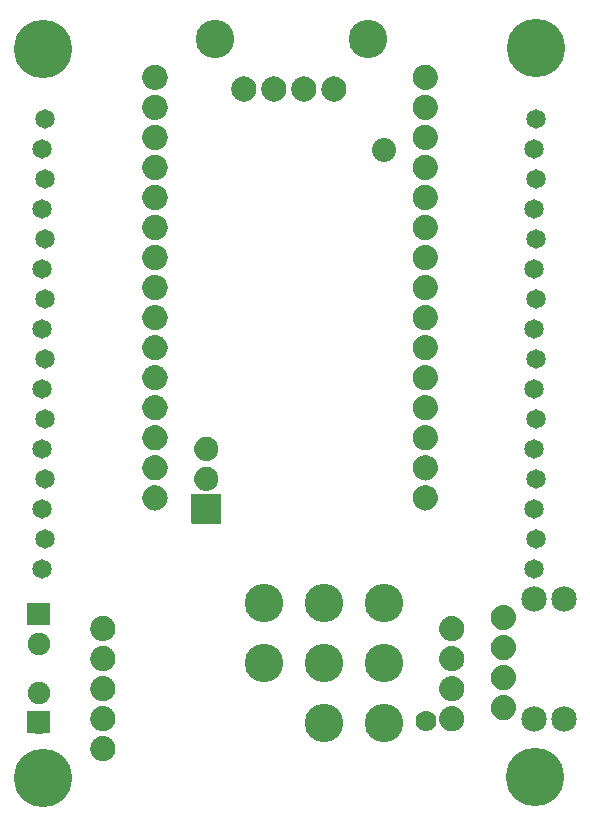
<source format=gbs>
G04 MADE WITH FRITZING*
G04 WWW.FRITZING.ORG*
G04 DOUBLE SIDED*
G04 HOLES PLATED*
G04 CONTOUR ON CENTER OF CONTOUR VECTOR*
%ASAXBY*%
%FSLAX23Y23*%
%MOIN*%
%OFA0B0*%
%SFA1.0B1.0*%
%ADD10C,0.075000*%
%ADD11C,0.085000*%
%ADD12C,0.065000*%
%ADD13C,0.128110*%
%ADD14C,0.195039*%
%ADD15C,0.080000*%
%ADD16C,0.070000*%
%ADD17R,0.001000X0.001000*%
%LNMASK0*%
G90*
G70*
G54D10*
X149Y444D03*
X149Y344D03*
X149Y606D03*
X149Y706D03*
G54D11*
X1899Y356D03*
X1899Y756D03*
X1799Y356D03*
X1799Y756D03*
G54D12*
X161Y856D03*
X169Y956D03*
X161Y1056D03*
X169Y1156D03*
X161Y1256D03*
X169Y1356D03*
X161Y1456D03*
X169Y1556D03*
X161Y1656D03*
X169Y1756D03*
X161Y1856D03*
X169Y1956D03*
X161Y2056D03*
X169Y2156D03*
X161Y2256D03*
X169Y2356D03*
X1799Y856D03*
X1807Y956D03*
X1799Y1056D03*
X1807Y1156D03*
X1799Y1256D03*
X1807Y1356D03*
X1799Y1456D03*
X1807Y1556D03*
X1799Y1656D03*
X1807Y1756D03*
X1799Y1856D03*
X1807Y1956D03*
X1799Y2056D03*
X1807Y2156D03*
X1799Y2256D03*
X1807Y2356D03*
G54D13*
X1099Y345D03*
X899Y545D03*
X899Y745D03*
X1099Y545D03*
X1099Y745D03*
X1299Y345D03*
X1299Y545D03*
X1299Y745D03*
X1245Y2622D03*
X735Y2622D03*
G54D14*
X1803Y162D03*
X1805Y2592D03*
X164Y2591D03*
X164Y160D03*
G54D15*
X1298Y2255D03*
G54D16*
X1438Y349D03*
G54D17*
X531Y2537D02*
X541Y2537D01*
X1432Y2537D02*
X1442Y2537D01*
X526Y2536D02*
X546Y2536D01*
X1427Y2536D02*
X1447Y2536D01*
X523Y2535D02*
X550Y2535D01*
X1424Y2535D02*
X1451Y2535D01*
X520Y2534D02*
X552Y2534D01*
X1421Y2534D02*
X1453Y2534D01*
X518Y2533D02*
X554Y2533D01*
X1419Y2533D02*
X1455Y2533D01*
X516Y2532D02*
X556Y2532D01*
X1417Y2532D02*
X1457Y2532D01*
X515Y2531D02*
X558Y2531D01*
X1415Y2531D02*
X1459Y2531D01*
X513Y2530D02*
X559Y2530D01*
X1414Y2530D02*
X1460Y2530D01*
X512Y2529D02*
X561Y2529D01*
X1412Y2529D02*
X1462Y2529D01*
X510Y2528D02*
X562Y2528D01*
X1411Y2528D02*
X1463Y2528D01*
X509Y2527D02*
X563Y2527D01*
X1410Y2527D02*
X1464Y2527D01*
X508Y2526D02*
X564Y2526D01*
X1409Y2526D02*
X1465Y2526D01*
X507Y2525D02*
X566Y2525D01*
X1408Y2525D02*
X1466Y2525D01*
X506Y2524D02*
X566Y2524D01*
X1407Y2524D02*
X1467Y2524D01*
X505Y2523D02*
X567Y2523D01*
X1406Y2523D02*
X1468Y2523D01*
X504Y2522D02*
X568Y2522D01*
X1405Y2522D02*
X1469Y2522D01*
X503Y2521D02*
X569Y2521D01*
X1404Y2521D02*
X1470Y2521D01*
X503Y2520D02*
X570Y2520D01*
X1404Y2520D02*
X1471Y2520D01*
X502Y2519D02*
X570Y2519D01*
X1403Y2519D02*
X1471Y2519D01*
X501Y2518D02*
X571Y2518D01*
X1402Y2518D02*
X1472Y2518D01*
X501Y2517D02*
X572Y2517D01*
X1402Y2517D02*
X1473Y2517D01*
X500Y2516D02*
X572Y2516D01*
X1401Y2516D02*
X1473Y2516D01*
X500Y2515D02*
X573Y2515D01*
X1400Y2515D02*
X1474Y2515D01*
X499Y2514D02*
X573Y2514D01*
X1400Y2514D02*
X1474Y2514D01*
X499Y2513D02*
X574Y2513D01*
X1399Y2513D02*
X1475Y2513D01*
X498Y2512D02*
X574Y2512D01*
X1399Y2512D02*
X1475Y2512D01*
X498Y2511D02*
X575Y2511D01*
X1399Y2511D02*
X1476Y2511D01*
X497Y2510D02*
X575Y2510D01*
X1398Y2510D02*
X1476Y2510D01*
X497Y2509D02*
X575Y2509D01*
X1398Y2509D02*
X1476Y2509D01*
X497Y2508D02*
X576Y2508D01*
X1398Y2508D02*
X1477Y2508D01*
X496Y2507D02*
X576Y2507D01*
X1397Y2507D02*
X1477Y2507D01*
X496Y2506D02*
X576Y2506D01*
X1397Y2506D02*
X1477Y2506D01*
X496Y2505D02*
X577Y2505D01*
X1397Y2505D02*
X1477Y2505D01*
X496Y2504D02*
X577Y2504D01*
X1397Y2504D02*
X1478Y2504D01*
X495Y2503D02*
X577Y2503D01*
X1396Y2503D02*
X1478Y2503D01*
X495Y2502D02*
X577Y2502D01*
X1396Y2502D02*
X1478Y2502D01*
X495Y2501D02*
X577Y2501D01*
X1396Y2501D02*
X1478Y2501D01*
X495Y2500D02*
X577Y2500D01*
X1396Y2500D02*
X1478Y2500D01*
X495Y2499D02*
X578Y2499D01*
X1396Y2499D02*
X1478Y2499D01*
X495Y2498D02*
X578Y2498D01*
X828Y2498D02*
X837Y2498D01*
X928Y2498D02*
X937Y2498D01*
X1028Y2498D02*
X1037Y2498D01*
X1128Y2498D02*
X1137Y2498D01*
X1396Y2498D02*
X1479Y2498D01*
X495Y2497D02*
X578Y2497D01*
X822Y2497D02*
X842Y2497D01*
X923Y2497D02*
X942Y2497D01*
X1023Y2497D02*
X1042Y2497D01*
X1123Y2497D02*
X1142Y2497D01*
X1396Y2497D02*
X1479Y2497D01*
X495Y2496D02*
X578Y2496D01*
X819Y2496D02*
X846Y2496D01*
X919Y2496D02*
X946Y2496D01*
X1019Y2496D02*
X1046Y2496D01*
X1119Y2496D02*
X1146Y2496D01*
X1396Y2496D02*
X1479Y2496D01*
X495Y2495D02*
X578Y2495D01*
X816Y2495D02*
X848Y2495D01*
X916Y2495D02*
X948Y2495D01*
X1016Y2495D02*
X1049Y2495D01*
X1117Y2495D02*
X1149Y2495D01*
X1396Y2495D02*
X1479Y2495D01*
X495Y2494D02*
X578Y2494D01*
X814Y2494D02*
X850Y2494D01*
X914Y2494D02*
X950Y2494D01*
X1014Y2494D02*
X1051Y2494D01*
X1115Y2494D02*
X1151Y2494D01*
X1396Y2494D02*
X1479Y2494D01*
X495Y2493D02*
X578Y2493D01*
X812Y2493D02*
X852Y2493D01*
X912Y2493D02*
X952Y2493D01*
X1013Y2493D02*
X1052Y2493D01*
X1113Y2493D02*
X1153Y2493D01*
X1396Y2493D02*
X1479Y2493D01*
X495Y2492D02*
X578Y2492D01*
X811Y2492D02*
X854Y2492D01*
X911Y2492D02*
X954Y2492D01*
X1011Y2492D02*
X1054Y2492D01*
X1111Y2492D02*
X1154Y2492D01*
X1396Y2492D02*
X1478Y2492D01*
X495Y2491D02*
X577Y2491D01*
X809Y2491D02*
X855Y2491D01*
X909Y2491D02*
X956Y2491D01*
X1009Y2491D02*
X1056Y2491D01*
X1109Y2491D02*
X1156Y2491D01*
X1396Y2491D02*
X1478Y2491D01*
X495Y2490D02*
X577Y2490D01*
X808Y2490D02*
X857Y2490D01*
X908Y2490D02*
X957Y2490D01*
X1008Y2490D02*
X1057Y2490D01*
X1108Y2490D02*
X1157Y2490D01*
X1396Y2490D02*
X1478Y2490D01*
X495Y2489D02*
X577Y2489D01*
X806Y2489D02*
X858Y2489D01*
X906Y2489D02*
X958Y2489D01*
X1007Y2489D02*
X1058Y2489D01*
X1107Y2489D02*
X1159Y2489D01*
X1396Y2489D02*
X1478Y2489D01*
X495Y2488D02*
X577Y2488D01*
X805Y2488D02*
X859Y2488D01*
X905Y2488D02*
X959Y2488D01*
X1005Y2488D02*
X1060Y2488D01*
X1106Y2488D02*
X1160Y2488D01*
X1396Y2488D02*
X1478Y2488D01*
X496Y2487D02*
X577Y2487D01*
X804Y2487D02*
X860Y2487D01*
X904Y2487D02*
X961Y2487D01*
X1004Y2487D02*
X1061Y2487D01*
X1104Y2487D02*
X1161Y2487D01*
X1397Y2487D02*
X1478Y2487D01*
X496Y2486D02*
X577Y2486D01*
X803Y2486D02*
X862Y2486D01*
X903Y2486D02*
X962Y2486D01*
X1003Y2486D02*
X1062Y2486D01*
X1103Y2486D02*
X1162Y2486D01*
X1397Y2486D02*
X1477Y2486D01*
X496Y2485D02*
X576Y2485D01*
X802Y2485D02*
X862Y2485D01*
X902Y2485D02*
X963Y2485D01*
X1002Y2485D02*
X1063Y2485D01*
X1102Y2485D02*
X1163Y2485D01*
X1397Y2485D02*
X1477Y2485D01*
X496Y2484D02*
X576Y2484D01*
X801Y2484D02*
X863Y2484D01*
X901Y2484D02*
X963Y2484D01*
X1001Y2484D02*
X1064Y2484D01*
X1102Y2484D02*
X1164Y2484D01*
X1397Y2484D02*
X1477Y2484D01*
X497Y2483D02*
X576Y2483D01*
X800Y2483D02*
X864Y2483D01*
X900Y2483D02*
X964Y2483D01*
X1001Y2483D02*
X1064Y2483D01*
X1101Y2483D02*
X1165Y2483D01*
X1398Y2483D02*
X1477Y2483D01*
X497Y2482D02*
X575Y2482D01*
X800Y2482D02*
X865Y2482D01*
X900Y2482D02*
X965Y2482D01*
X1000Y2482D02*
X1065Y2482D01*
X1100Y2482D02*
X1165Y2482D01*
X1398Y2482D02*
X1476Y2482D01*
X497Y2481D02*
X575Y2481D01*
X799Y2481D02*
X866Y2481D01*
X899Y2481D02*
X966Y2481D01*
X999Y2481D02*
X1066Y2481D01*
X1099Y2481D02*
X1166Y2481D01*
X1398Y2481D02*
X1476Y2481D01*
X498Y2480D02*
X575Y2480D01*
X798Y2480D02*
X866Y2480D01*
X898Y2480D02*
X967Y2480D01*
X998Y2480D02*
X1067Y2480D01*
X1098Y2480D02*
X1167Y2480D01*
X1399Y2480D02*
X1476Y2480D01*
X498Y2479D02*
X574Y2479D01*
X797Y2479D02*
X867Y2479D01*
X898Y2479D02*
X967Y2479D01*
X998Y2479D02*
X1067Y2479D01*
X1098Y2479D02*
X1167Y2479D01*
X1399Y2479D02*
X1475Y2479D01*
X498Y2478D02*
X574Y2478D01*
X797Y2478D02*
X868Y2478D01*
X897Y2478D02*
X968Y2478D01*
X997Y2478D02*
X1068Y2478D01*
X1097Y2478D02*
X1168Y2478D01*
X1399Y2478D02*
X1475Y2478D01*
X499Y2477D02*
X573Y2477D01*
X796Y2477D02*
X868Y2477D01*
X896Y2477D02*
X968Y2477D01*
X996Y2477D02*
X1069Y2477D01*
X1097Y2477D02*
X1169Y2477D01*
X1400Y2477D02*
X1474Y2477D01*
X499Y2476D02*
X573Y2476D01*
X796Y2476D02*
X869Y2476D01*
X896Y2476D02*
X969Y2476D01*
X996Y2476D02*
X1069Y2476D01*
X1096Y2476D02*
X1169Y2476D01*
X1400Y2476D02*
X1474Y2476D01*
X500Y2475D02*
X572Y2475D01*
X795Y2475D02*
X869Y2475D01*
X895Y2475D02*
X970Y2475D01*
X995Y2475D02*
X1070Y2475D01*
X1096Y2475D02*
X1170Y2475D01*
X1401Y2475D02*
X1473Y2475D01*
X501Y2474D02*
X572Y2474D01*
X795Y2474D02*
X870Y2474D01*
X895Y2474D02*
X970Y2474D01*
X995Y2474D02*
X1070Y2474D01*
X1095Y2474D02*
X1170Y2474D01*
X1402Y2474D02*
X1473Y2474D01*
X501Y2473D02*
X571Y2473D01*
X794Y2473D02*
X870Y2473D01*
X894Y2473D02*
X970Y2473D01*
X994Y2473D02*
X1071Y2473D01*
X1095Y2473D02*
X1171Y2473D01*
X1402Y2473D02*
X1472Y2473D01*
X502Y2472D02*
X571Y2472D01*
X794Y2472D02*
X871Y2472D01*
X894Y2472D02*
X971Y2472D01*
X994Y2472D02*
X1071Y2472D01*
X1094Y2472D02*
X1171Y2472D01*
X1403Y2472D02*
X1471Y2472D01*
X503Y2471D02*
X570Y2471D01*
X793Y2471D02*
X871Y2471D01*
X894Y2471D02*
X971Y2471D01*
X994Y2471D02*
X1071Y2471D01*
X1094Y2471D02*
X1171Y2471D01*
X1404Y2471D02*
X1471Y2471D01*
X503Y2470D02*
X569Y2470D01*
X793Y2470D02*
X871Y2470D01*
X893Y2470D02*
X972Y2470D01*
X993Y2470D02*
X1072Y2470D01*
X1093Y2470D02*
X1172Y2470D01*
X1404Y2470D02*
X1470Y2470D01*
X504Y2469D02*
X568Y2469D01*
X793Y2469D02*
X872Y2469D01*
X893Y2469D02*
X972Y2469D01*
X993Y2469D02*
X1072Y2469D01*
X1093Y2469D02*
X1172Y2469D01*
X1405Y2469D02*
X1469Y2469D01*
X505Y2468D02*
X568Y2468D01*
X792Y2468D02*
X872Y2468D01*
X893Y2468D02*
X972Y2468D01*
X993Y2468D02*
X1072Y2468D01*
X1093Y2468D02*
X1172Y2468D01*
X1406Y2468D02*
X1468Y2468D01*
X506Y2467D02*
X567Y2467D01*
X792Y2467D02*
X872Y2467D01*
X892Y2467D02*
X972Y2467D01*
X992Y2467D02*
X1073Y2467D01*
X1093Y2467D02*
X1173Y2467D01*
X1407Y2467D02*
X1468Y2467D01*
X507Y2466D02*
X566Y2466D01*
X792Y2466D02*
X873Y2466D01*
X892Y2466D02*
X973Y2466D01*
X992Y2466D02*
X1073Y2466D01*
X1092Y2466D02*
X1173Y2466D01*
X1408Y2466D02*
X1467Y2466D01*
X508Y2465D02*
X565Y2465D01*
X792Y2465D02*
X873Y2465D01*
X892Y2465D02*
X973Y2465D01*
X992Y2465D02*
X1073Y2465D01*
X1092Y2465D02*
X1173Y2465D01*
X1409Y2465D02*
X1466Y2465D01*
X509Y2464D02*
X564Y2464D01*
X792Y2464D02*
X873Y2464D01*
X892Y2464D02*
X973Y2464D01*
X992Y2464D02*
X1073Y2464D01*
X1092Y2464D02*
X1173Y2464D01*
X1410Y2464D02*
X1464Y2464D01*
X510Y2463D02*
X562Y2463D01*
X791Y2463D02*
X873Y2463D01*
X891Y2463D02*
X973Y2463D01*
X992Y2463D02*
X1073Y2463D01*
X1092Y2463D02*
X1174Y2463D01*
X1411Y2463D02*
X1463Y2463D01*
X511Y2462D02*
X561Y2462D01*
X791Y2462D02*
X873Y2462D01*
X891Y2462D02*
X973Y2462D01*
X991Y2462D02*
X1074Y2462D01*
X1092Y2462D02*
X1174Y2462D01*
X1412Y2462D02*
X1462Y2462D01*
X513Y2461D02*
X560Y2461D01*
X791Y2461D02*
X873Y2461D01*
X891Y2461D02*
X974Y2461D01*
X991Y2461D02*
X1074Y2461D01*
X1091Y2461D02*
X1174Y2461D01*
X1414Y2461D02*
X1461Y2461D01*
X514Y2460D02*
X558Y2460D01*
X791Y2460D02*
X874Y2460D01*
X891Y2460D02*
X974Y2460D01*
X991Y2460D02*
X1074Y2460D01*
X1091Y2460D02*
X1174Y2460D01*
X1415Y2460D02*
X1459Y2460D01*
X516Y2459D02*
X557Y2459D01*
X791Y2459D02*
X874Y2459D01*
X891Y2459D02*
X974Y2459D01*
X991Y2459D02*
X1074Y2459D01*
X1091Y2459D02*
X1174Y2459D01*
X1417Y2459D02*
X1457Y2459D01*
X518Y2458D02*
X555Y2458D01*
X791Y2458D02*
X874Y2458D01*
X891Y2458D02*
X974Y2458D01*
X991Y2458D02*
X1074Y2458D01*
X1091Y2458D02*
X1174Y2458D01*
X1419Y2458D02*
X1456Y2458D01*
X520Y2457D02*
X553Y2457D01*
X791Y2457D02*
X874Y2457D01*
X891Y2457D02*
X974Y2457D01*
X991Y2457D02*
X1074Y2457D01*
X1091Y2457D02*
X1174Y2457D01*
X1421Y2457D02*
X1454Y2457D01*
X522Y2456D02*
X550Y2456D01*
X791Y2456D02*
X874Y2456D01*
X891Y2456D02*
X974Y2456D01*
X991Y2456D02*
X1074Y2456D01*
X1091Y2456D02*
X1174Y2456D01*
X1423Y2456D02*
X1451Y2456D01*
X526Y2455D02*
X547Y2455D01*
X791Y2455D02*
X874Y2455D01*
X891Y2455D02*
X974Y2455D01*
X991Y2455D02*
X1074Y2455D01*
X1091Y2455D02*
X1174Y2455D01*
X1426Y2455D02*
X1448Y2455D01*
X530Y2454D02*
X542Y2454D01*
X791Y2454D02*
X874Y2454D01*
X891Y2454D02*
X974Y2454D01*
X991Y2454D02*
X1074Y2454D01*
X1091Y2454D02*
X1174Y2454D01*
X1431Y2454D02*
X1443Y2454D01*
X791Y2453D02*
X874Y2453D01*
X891Y2453D02*
X974Y2453D01*
X991Y2453D02*
X1074Y2453D01*
X1091Y2453D02*
X1174Y2453D01*
X791Y2452D02*
X874Y2452D01*
X891Y2452D02*
X974Y2452D01*
X991Y2452D02*
X1074Y2452D01*
X1091Y2452D02*
X1174Y2452D01*
X791Y2451D02*
X873Y2451D01*
X891Y2451D02*
X973Y2451D01*
X991Y2451D02*
X1074Y2451D01*
X1092Y2451D02*
X1174Y2451D01*
X791Y2450D02*
X873Y2450D01*
X891Y2450D02*
X973Y2450D01*
X992Y2450D02*
X1073Y2450D01*
X1092Y2450D02*
X1174Y2450D01*
X791Y2449D02*
X873Y2449D01*
X892Y2449D02*
X973Y2449D01*
X992Y2449D02*
X1073Y2449D01*
X1092Y2449D02*
X1173Y2449D01*
X792Y2448D02*
X873Y2448D01*
X892Y2448D02*
X973Y2448D01*
X992Y2448D02*
X1073Y2448D01*
X1092Y2448D02*
X1173Y2448D01*
X792Y2447D02*
X873Y2447D01*
X892Y2447D02*
X973Y2447D01*
X992Y2447D02*
X1073Y2447D01*
X1092Y2447D02*
X1173Y2447D01*
X792Y2446D02*
X872Y2446D01*
X892Y2446D02*
X973Y2446D01*
X992Y2446D02*
X1073Y2446D01*
X1092Y2446D02*
X1173Y2446D01*
X792Y2445D02*
X872Y2445D01*
X893Y2445D02*
X972Y2445D01*
X993Y2445D02*
X1072Y2445D01*
X1093Y2445D02*
X1173Y2445D01*
X793Y2444D02*
X872Y2444D01*
X893Y2444D02*
X972Y2444D01*
X993Y2444D02*
X1072Y2444D01*
X1093Y2444D02*
X1172Y2444D01*
X793Y2443D02*
X872Y2443D01*
X893Y2443D02*
X972Y2443D01*
X993Y2443D02*
X1072Y2443D01*
X1093Y2443D02*
X1172Y2443D01*
X793Y2442D02*
X871Y2442D01*
X893Y2442D02*
X971Y2442D01*
X994Y2442D02*
X1071Y2442D01*
X1094Y2442D02*
X1172Y2442D01*
X794Y2441D02*
X871Y2441D01*
X894Y2441D02*
X971Y2441D01*
X994Y2441D02*
X1071Y2441D01*
X1094Y2441D02*
X1171Y2441D01*
X794Y2440D02*
X870Y2440D01*
X894Y2440D02*
X971Y2440D01*
X994Y2440D02*
X1071Y2440D01*
X1094Y2440D02*
X1171Y2440D01*
X795Y2439D02*
X870Y2439D01*
X895Y2439D02*
X970Y2439D01*
X995Y2439D02*
X1070Y2439D01*
X1095Y2439D02*
X1170Y2439D01*
X795Y2438D02*
X870Y2438D01*
X895Y2438D02*
X970Y2438D01*
X995Y2438D02*
X1070Y2438D01*
X1095Y2438D02*
X1170Y2438D01*
X532Y2437D02*
X541Y2437D01*
X796Y2437D02*
X869Y2437D01*
X896Y2437D02*
X969Y2437D01*
X996Y2437D02*
X1069Y2437D01*
X1096Y2437D02*
X1169Y2437D01*
X1433Y2437D02*
X1441Y2437D01*
X527Y2436D02*
X546Y2436D01*
X796Y2436D02*
X868Y2436D01*
X896Y2436D02*
X969Y2436D01*
X996Y2436D02*
X1069Y2436D01*
X1096Y2436D02*
X1169Y2436D01*
X1427Y2436D02*
X1447Y2436D01*
X523Y2435D02*
X549Y2435D01*
X797Y2435D02*
X868Y2435D01*
X897Y2435D02*
X968Y2435D01*
X997Y2435D02*
X1068Y2435D01*
X1097Y2435D02*
X1168Y2435D01*
X1424Y2435D02*
X1450Y2435D01*
X520Y2434D02*
X552Y2434D01*
X797Y2434D02*
X867Y2434D01*
X897Y2434D02*
X967Y2434D01*
X998Y2434D02*
X1068Y2434D01*
X1098Y2434D02*
X1168Y2434D01*
X1421Y2434D02*
X1453Y2434D01*
X518Y2433D02*
X554Y2433D01*
X798Y2433D02*
X867Y2433D01*
X898Y2433D02*
X967Y2433D01*
X998Y2433D02*
X1067Y2433D01*
X1098Y2433D02*
X1167Y2433D01*
X1419Y2433D02*
X1455Y2433D01*
X516Y2432D02*
X556Y2432D01*
X799Y2432D02*
X866Y2432D01*
X899Y2432D02*
X966Y2432D01*
X999Y2432D02*
X1066Y2432D01*
X1099Y2432D02*
X1166Y2432D01*
X1417Y2432D02*
X1457Y2432D01*
X515Y2431D02*
X558Y2431D01*
X799Y2431D02*
X865Y2431D01*
X899Y2431D02*
X965Y2431D01*
X1000Y2431D02*
X1065Y2431D01*
X1100Y2431D02*
X1166Y2431D01*
X1416Y2431D02*
X1459Y2431D01*
X513Y2430D02*
X559Y2430D01*
X800Y2430D02*
X864Y2430D01*
X900Y2430D02*
X965Y2430D01*
X1000Y2430D02*
X1065Y2430D01*
X1100Y2430D02*
X1165Y2430D01*
X1414Y2430D02*
X1460Y2430D01*
X512Y2429D02*
X561Y2429D01*
X801Y2429D02*
X864Y2429D01*
X901Y2429D02*
X964Y2429D01*
X1001Y2429D02*
X1064Y2429D01*
X1101Y2429D02*
X1164Y2429D01*
X1413Y2429D02*
X1462Y2429D01*
X510Y2428D02*
X562Y2428D01*
X802Y2428D02*
X863Y2428D01*
X902Y2428D02*
X963Y2428D01*
X1002Y2428D02*
X1063Y2428D01*
X1102Y2428D02*
X1163Y2428D01*
X1411Y2428D02*
X1463Y2428D01*
X509Y2427D02*
X563Y2427D01*
X803Y2427D02*
X862Y2427D01*
X903Y2427D02*
X962Y2427D01*
X1003Y2427D02*
X1062Y2427D01*
X1103Y2427D02*
X1162Y2427D01*
X1410Y2427D02*
X1464Y2427D01*
X508Y2426D02*
X564Y2426D01*
X804Y2426D02*
X861Y2426D01*
X904Y2426D02*
X961Y2426D01*
X1004Y2426D02*
X1061Y2426D01*
X1104Y2426D02*
X1161Y2426D01*
X1409Y2426D02*
X1465Y2426D01*
X507Y2425D02*
X565Y2425D01*
X805Y2425D02*
X860Y2425D01*
X905Y2425D02*
X960Y2425D01*
X1005Y2425D02*
X1060Y2425D01*
X1105Y2425D02*
X1160Y2425D01*
X1408Y2425D02*
X1466Y2425D01*
X506Y2424D02*
X566Y2424D01*
X806Y2424D02*
X859Y2424D01*
X906Y2424D02*
X959Y2424D01*
X1006Y2424D02*
X1059Y2424D01*
X1106Y2424D02*
X1159Y2424D01*
X1407Y2424D02*
X1467Y2424D01*
X505Y2423D02*
X567Y2423D01*
X807Y2423D02*
X857Y2423D01*
X907Y2423D02*
X957Y2423D01*
X1008Y2423D02*
X1057Y2423D01*
X1108Y2423D02*
X1158Y2423D01*
X1406Y2423D02*
X1468Y2423D01*
X504Y2422D02*
X568Y2422D01*
X809Y2422D02*
X856Y2422D01*
X909Y2422D02*
X956Y2422D01*
X1009Y2422D02*
X1056Y2422D01*
X1109Y2422D02*
X1156Y2422D01*
X1405Y2422D02*
X1469Y2422D01*
X504Y2421D02*
X569Y2421D01*
X810Y2421D02*
X854Y2421D01*
X910Y2421D02*
X954Y2421D01*
X1010Y2421D02*
X1055Y2421D01*
X1111Y2421D02*
X1155Y2421D01*
X1404Y2421D02*
X1470Y2421D01*
X503Y2420D02*
X570Y2420D01*
X812Y2420D02*
X853Y2420D01*
X912Y2420D02*
X953Y2420D01*
X1012Y2420D02*
X1053Y2420D01*
X1112Y2420D02*
X1153Y2420D01*
X1404Y2420D02*
X1471Y2420D01*
X502Y2419D02*
X570Y2419D01*
X814Y2419D02*
X851Y2419D01*
X914Y2419D02*
X951Y2419D01*
X1014Y2419D02*
X1051Y2419D01*
X1114Y2419D02*
X1151Y2419D01*
X1403Y2419D02*
X1471Y2419D01*
X501Y2418D02*
X571Y2418D01*
X816Y2418D02*
X849Y2418D01*
X916Y2418D02*
X949Y2418D01*
X1016Y2418D02*
X1049Y2418D01*
X1116Y2418D02*
X1149Y2418D01*
X1402Y2418D02*
X1472Y2418D01*
X501Y2417D02*
X572Y2417D01*
X818Y2417D02*
X846Y2417D01*
X918Y2417D02*
X947Y2417D01*
X1018Y2417D02*
X1047Y2417D01*
X1119Y2417D02*
X1147Y2417D01*
X1402Y2417D02*
X1473Y2417D01*
X500Y2416D02*
X572Y2416D01*
X821Y2416D02*
X843Y2416D01*
X921Y2416D02*
X943Y2416D01*
X1022Y2416D02*
X1043Y2416D01*
X1122Y2416D02*
X1144Y2416D01*
X1401Y2416D02*
X1473Y2416D01*
X500Y2415D02*
X573Y2415D01*
X826Y2415D02*
X839Y2415D01*
X926Y2415D02*
X939Y2415D01*
X1026Y2415D02*
X1039Y2415D01*
X1126Y2415D02*
X1139Y2415D01*
X1401Y2415D02*
X1474Y2415D01*
X499Y2414D02*
X573Y2414D01*
X1400Y2414D02*
X1474Y2414D01*
X499Y2413D02*
X574Y2413D01*
X1400Y2413D02*
X1475Y2413D01*
X498Y2412D02*
X574Y2412D01*
X1399Y2412D02*
X1475Y2412D01*
X498Y2411D02*
X575Y2411D01*
X1399Y2411D02*
X1476Y2411D01*
X497Y2410D02*
X575Y2410D01*
X1398Y2410D02*
X1476Y2410D01*
X497Y2409D02*
X575Y2409D01*
X1398Y2409D02*
X1476Y2409D01*
X497Y2408D02*
X576Y2408D01*
X1398Y2408D02*
X1477Y2408D01*
X496Y2407D02*
X576Y2407D01*
X1397Y2407D02*
X1477Y2407D01*
X496Y2406D02*
X576Y2406D01*
X1397Y2406D02*
X1477Y2406D01*
X496Y2405D02*
X577Y2405D01*
X1397Y2405D02*
X1477Y2405D01*
X496Y2404D02*
X577Y2404D01*
X1397Y2404D02*
X1478Y2404D01*
X495Y2403D02*
X577Y2403D01*
X1396Y2403D02*
X1478Y2403D01*
X495Y2402D02*
X577Y2402D01*
X1396Y2402D02*
X1478Y2402D01*
X495Y2401D02*
X577Y2401D01*
X1396Y2401D02*
X1478Y2401D01*
X495Y2400D02*
X577Y2400D01*
X1396Y2400D02*
X1478Y2400D01*
X495Y2399D02*
X578Y2399D01*
X1396Y2399D02*
X1478Y2399D01*
X495Y2398D02*
X578Y2398D01*
X1396Y2398D02*
X1479Y2398D01*
X495Y2397D02*
X578Y2397D01*
X1396Y2397D02*
X1479Y2397D01*
X495Y2396D02*
X578Y2396D01*
X1396Y2396D02*
X1479Y2396D01*
X495Y2395D02*
X578Y2395D01*
X1396Y2395D02*
X1479Y2395D01*
X495Y2394D02*
X578Y2394D01*
X1396Y2394D02*
X1479Y2394D01*
X495Y2393D02*
X578Y2393D01*
X1396Y2393D02*
X1479Y2393D01*
X495Y2392D02*
X578Y2392D01*
X1396Y2392D02*
X1478Y2392D01*
X495Y2391D02*
X577Y2391D01*
X1396Y2391D02*
X1478Y2391D01*
X495Y2390D02*
X577Y2390D01*
X1396Y2390D02*
X1478Y2390D01*
X495Y2389D02*
X577Y2389D01*
X1396Y2389D02*
X1478Y2389D01*
X495Y2388D02*
X577Y2388D01*
X1396Y2388D02*
X1478Y2388D01*
X496Y2387D02*
X577Y2387D01*
X1396Y2387D02*
X1478Y2387D01*
X496Y2386D02*
X577Y2386D01*
X1397Y2386D02*
X1478Y2386D01*
X496Y2385D02*
X576Y2385D01*
X1397Y2385D02*
X1477Y2385D01*
X496Y2384D02*
X576Y2384D01*
X1397Y2384D02*
X1477Y2384D01*
X497Y2383D02*
X576Y2383D01*
X1397Y2383D02*
X1477Y2383D01*
X497Y2382D02*
X576Y2382D01*
X1398Y2382D02*
X1476Y2382D01*
X497Y2381D02*
X575Y2381D01*
X1398Y2381D02*
X1476Y2381D01*
X498Y2380D02*
X575Y2380D01*
X1399Y2380D02*
X1476Y2380D01*
X498Y2379D02*
X574Y2379D01*
X1399Y2379D02*
X1475Y2379D01*
X498Y2378D02*
X574Y2378D01*
X1399Y2378D02*
X1475Y2378D01*
X499Y2377D02*
X573Y2377D01*
X1400Y2377D02*
X1474Y2377D01*
X499Y2376D02*
X573Y2376D01*
X1400Y2376D02*
X1474Y2376D01*
X500Y2375D02*
X572Y2375D01*
X1401Y2375D02*
X1473Y2375D01*
X501Y2374D02*
X572Y2374D01*
X1401Y2374D02*
X1473Y2374D01*
X501Y2373D02*
X571Y2373D01*
X1402Y2373D02*
X1472Y2373D01*
X502Y2372D02*
X571Y2372D01*
X1403Y2372D02*
X1472Y2372D01*
X503Y2371D02*
X570Y2371D01*
X1403Y2371D02*
X1471Y2371D01*
X503Y2370D02*
X569Y2370D01*
X1404Y2370D02*
X1470Y2370D01*
X504Y2369D02*
X568Y2369D01*
X1405Y2369D02*
X1469Y2369D01*
X505Y2368D02*
X568Y2368D01*
X1406Y2368D02*
X1469Y2368D01*
X506Y2367D02*
X567Y2367D01*
X1407Y2367D02*
X1468Y2367D01*
X507Y2366D02*
X566Y2366D01*
X1408Y2366D02*
X1467Y2366D01*
X508Y2365D02*
X565Y2365D01*
X1409Y2365D02*
X1466Y2365D01*
X509Y2364D02*
X564Y2364D01*
X1410Y2364D02*
X1465Y2364D01*
X510Y2363D02*
X563Y2363D01*
X1411Y2363D02*
X1463Y2363D01*
X511Y2362D02*
X561Y2362D01*
X1412Y2362D02*
X1462Y2362D01*
X513Y2361D02*
X560Y2361D01*
X1413Y2361D02*
X1461Y2361D01*
X514Y2360D02*
X558Y2360D01*
X1415Y2360D02*
X1459Y2360D01*
X516Y2359D02*
X557Y2359D01*
X1417Y2359D02*
X1458Y2359D01*
X517Y2358D02*
X555Y2358D01*
X1418Y2358D02*
X1456Y2358D01*
X519Y2357D02*
X553Y2357D01*
X1420Y2357D02*
X1454Y2357D01*
X522Y2356D02*
X550Y2356D01*
X1423Y2356D02*
X1451Y2356D01*
X525Y2355D02*
X547Y2355D01*
X1426Y2355D02*
X1448Y2355D01*
X530Y2354D02*
X543Y2354D01*
X1430Y2354D02*
X1444Y2354D01*
X533Y2337D02*
X540Y2337D01*
X1434Y2337D02*
X1441Y2337D01*
X527Y2336D02*
X545Y2336D01*
X1428Y2336D02*
X1446Y2336D01*
X523Y2335D02*
X549Y2335D01*
X1424Y2335D02*
X1450Y2335D01*
X521Y2334D02*
X552Y2334D01*
X1421Y2334D02*
X1453Y2334D01*
X518Y2333D02*
X554Y2333D01*
X1419Y2333D02*
X1455Y2333D01*
X516Y2332D02*
X556Y2332D01*
X1417Y2332D02*
X1457Y2332D01*
X515Y2331D02*
X558Y2331D01*
X1416Y2331D02*
X1458Y2331D01*
X513Y2330D02*
X559Y2330D01*
X1414Y2330D02*
X1460Y2330D01*
X512Y2329D02*
X561Y2329D01*
X1413Y2329D02*
X1461Y2329D01*
X511Y2328D02*
X562Y2328D01*
X1411Y2328D02*
X1463Y2328D01*
X509Y2327D02*
X563Y2327D01*
X1410Y2327D02*
X1464Y2327D01*
X508Y2326D02*
X564Y2326D01*
X1409Y2326D02*
X1465Y2326D01*
X507Y2325D02*
X565Y2325D01*
X1408Y2325D02*
X1466Y2325D01*
X506Y2324D02*
X566Y2324D01*
X1407Y2324D02*
X1467Y2324D01*
X505Y2323D02*
X567Y2323D01*
X1406Y2323D02*
X1468Y2323D01*
X504Y2322D02*
X568Y2322D01*
X1405Y2322D02*
X1469Y2322D01*
X504Y2321D02*
X569Y2321D01*
X1405Y2321D02*
X1470Y2321D01*
X503Y2320D02*
X570Y2320D01*
X1404Y2320D02*
X1470Y2320D01*
X502Y2319D02*
X570Y2319D01*
X1403Y2319D02*
X1471Y2319D01*
X501Y2318D02*
X571Y2318D01*
X1402Y2318D02*
X1472Y2318D01*
X501Y2317D02*
X572Y2317D01*
X1402Y2317D02*
X1472Y2317D01*
X500Y2316D02*
X572Y2316D01*
X1401Y2316D02*
X1473Y2316D01*
X500Y2315D02*
X573Y2315D01*
X1401Y2315D02*
X1474Y2315D01*
X499Y2314D02*
X573Y2314D01*
X1400Y2314D02*
X1474Y2314D01*
X499Y2313D02*
X574Y2313D01*
X1400Y2313D02*
X1475Y2313D01*
X498Y2312D02*
X574Y2312D01*
X1399Y2312D02*
X1475Y2312D01*
X498Y2311D02*
X575Y2311D01*
X1399Y2311D02*
X1476Y2311D01*
X497Y2310D02*
X575Y2310D01*
X1398Y2310D02*
X1476Y2310D01*
X497Y2309D02*
X575Y2309D01*
X1398Y2309D02*
X1476Y2309D01*
X497Y2308D02*
X576Y2308D01*
X1398Y2308D02*
X1477Y2308D01*
X496Y2307D02*
X576Y2307D01*
X1397Y2307D02*
X1477Y2307D01*
X496Y2306D02*
X576Y2306D01*
X1397Y2306D02*
X1477Y2306D01*
X496Y2305D02*
X576Y2305D01*
X1397Y2305D02*
X1477Y2305D01*
X496Y2304D02*
X577Y2304D01*
X1397Y2304D02*
X1478Y2304D01*
X495Y2303D02*
X577Y2303D01*
X1396Y2303D02*
X1478Y2303D01*
X495Y2302D02*
X577Y2302D01*
X1396Y2302D02*
X1478Y2302D01*
X495Y2301D02*
X577Y2301D01*
X1396Y2301D02*
X1478Y2301D01*
X495Y2300D02*
X577Y2300D01*
X1396Y2300D02*
X1478Y2300D01*
X495Y2299D02*
X578Y2299D01*
X1396Y2299D02*
X1478Y2299D01*
X495Y2298D02*
X578Y2298D01*
X1396Y2298D02*
X1479Y2298D01*
X495Y2297D02*
X578Y2297D01*
X1396Y2297D02*
X1479Y2297D01*
X495Y2296D02*
X578Y2296D01*
X1396Y2296D02*
X1479Y2296D01*
X495Y2295D02*
X578Y2295D01*
X1396Y2295D02*
X1479Y2295D01*
X495Y2294D02*
X578Y2294D01*
X1396Y2294D02*
X1479Y2294D01*
X495Y2293D02*
X578Y2293D01*
X1396Y2293D02*
X1479Y2293D01*
X495Y2292D02*
X578Y2292D01*
X1396Y2292D02*
X1478Y2292D01*
X495Y2291D02*
X577Y2291D01*
X1396Y2291D02*
X1478Y2291D01*
X495Y2290D02*
X577Y2290D01*
X1396Y2290D02*
X1478Y2290D01*
X495Y2289D02*
X577Y2289D01*
X1396Y2289D02*
X1478Y2289D01*
X495Y2288D02*
X577Y2288D01*
X1396Y2288D02*
X1478Y2288D01*
X496Y2287D02*
X577Y2287D01*
X1396Y2287D02*
X1478Y2287D01*
X496Y2286D02*
X577Y2286D01*
X1397Y2286D02*
X1478Y2286D01*
X496Y2285D02*
X576Y2285D01*
X1397Y2285D02*
X1477Y2285D01*
X496Y2284D02*
X576Y2284D01*
X1397Y2284D02*
X1477Y2284D01*
X497Y2283D02*
X576Y2283D01*
X1397Y2283D02*
X1477Y2283D01*
X497Y2282D02*
X576Y2282D01*
X1398Y2282D02*
X1476Y2282D01*
X497Y2281D02*
X575Y2281D01*
X1398Y2281D02*
X1476Y2281D01*
X498Y2280D02*
X575Y2280D01*
X1398Y2280D02*
X1476Y2280D01*
X498Y2279D02*
X574Y2279D01*
X1399Y2279D02*
X1475Y2279D01*
X498Y2278D02*
X574Y2278D01*
X1399Y2278D02*
X1475Y2278D01*
X499Y2277D02*
X574Y2277D01*
X1400Y2277D02*
X1474Y2277D01*
X499Y2276D02*
X573Y2276D01*
X1400Y2276D02*
X1474Y2276D01*
X500Y2275D02*
X573Y2275D01*
X1401Y2275D02*
X1473Y2275D01*
X501Y2274D02*
X572Y2274D01*
X1401Y2274D02*
X1473Y2274D01*
X501Y2273D02*
X571Y2273D01*
X1402Y2273D02*
X1472Y2273D01*
X502Y2272D02*
X571Y2272D01*
X1403Y2272D02*
X1472Y2272D01*
X502Y2271D02*
X570Y2271D01*
X1403Y2271D02*
X1471Y2271D01*
X503Y2270D02*
X569Y2270D01*
X1404Y2270D02*
X1470Y2270D01*
X504Y2269D02*
X568Y2269D01*
X1405Y2269D02*
X1469Y2269D01*
X505Y2268D02*
X568Y2268D01*
X1406Y2268D02*
X1469Y2268D01*
X506Y2267D02*
X567Y2267D01*
X1407Y2267D02*
X1468Y2267D01*
X507Y2266D02*
X566Y2266D01*
X1407Y2266D02*
X1467Y2266D01*
X508Y2265D02*
X565Y2265D01*
X1408Y2265D02*
X1466Y2265D01*
X509Y2264D02*
X564Y2264D01*
X1410Y2264D02*
X1465Y2264D01*
X510Y2263D02*
X563Y2263D01*
X1411Y2263D02*
X1464Y2263D01*
X511Y2262D02*
X561Y2262D01*
X1412Y2262D02*
X1462Y2262D01*
X512Y2261D02*
X560Y2261D01*
X1413Y2261D02*
X1461Y2261D01*
X514Y2260D02*
X559Y2260D01*
X1415Y2260D02*
X1459Y2260D01*
X516Y2259D02*
X557Y2259D01*
X1416Y2259D02*
X1458Y2259D01*
X517Y2258D02*
X555Y2258D01*
X1418Y2258D02*
X1456Y2258D01*
X519Y2257D02*
X553Y2257D01*
X1420Y2257D02*
X1454Y2257D01*
X522Y2256D02*
X551Y2256D01*
X1423Y2256D02*
X1452Y2256D01*
X525Y2255D02*
X548Y2255D01*
X1426Y2255D02*
X1449Y2255D01*
X529Y2254D02*
X544Y2254D01*
X1430Y2254D02*
X1444Y2254D01*
X534Y2237D02*
X538Y2237D01*
X1435Y2237D02*
X1439Y2237D01*
X527Y2236D02*
X545Y2236D01*
X1428Y2236D02*
X1446Y2236D01*
X524Y2235D02*
X549Y2235D01*
X1425Y2235D02*
X1450Y2235D01*
X521Y2234D02*
X552Y2234D01*
X1422Y2234D02*
X1452Y2234D01*
X519Y2233D02*
X554Y2233D01*
X1420Y2233D02*
X1455Y2233D01*
X517Y2232D02*
X556Y2232D01*
X1418Y2232D02*
X1457Y2232D01*
X515Y2231D02*
X557Y2231D01*
X1416Y2231D02*
X1458Y2231D01*
X513Y2230D02*
X559Y2230D01*
X1414Y2230D02*
X1460Y2230D01*
X512Y2229D02*
X560Y2229D01*
X1413Y2229D02*
X1461Y2229D01*
X511Y2228D02*
X562Y2228D01*
X1412Y2228D02*
X1463Y2228D01*
X509Y2227D02*
X563Y2227D01*
X1410Y2227D02*
X1464Y2227D01*
X508Y2226D02*
X564Y2226D01*
X1409Y2226D02*
X1465Y2226D01*
X507Y2225D02*
X565Y2225D01*
X1408Y2225D02*
X1466Y2225D01*
X506Y2224D02*
X566Y2224D01*
X1407Y2224D02*
X1467Y2224D01*
X505Y2223D02*
X567Y2223D01*
X1406Y2223D02*
X1468Y2223D01*
X504Y2222D02*
X568Y2222D01*
X1405Y2222D02*
X1469Y2222D01*
X504Y2221D02*
X569Y2221D01*
X1405Y2221D02*
X1470Y2221D01*
X503Y2220D02*
X569Y2220D01*
X1404Y2220D02*
X1470Y2220D01*
X502Y2219D02*
X570Y2219D01*
X1403Y2219D02*
X1471Y2219D01*
X502Y2218D02*
X571Y2218D01*
X1402Y2218D02*
X1472Y2218D01*
X501Y2217D02*
X571Y2217D01*
X1402Y2217D02*
X1472Y2217D01*
X500Y2216D02*
X572Y2216D01*
X1401Y2216D02*
X1473Y2216D01*
X500Y2215D02*
X573Y2215D01*
X1401Y2215D02*
X1474Y2215D01*
X499Y2214D02*
X573Y2214D01*
X1400Y2214D02*
X1474Y2214D01*
X499Y2213D02*
X574Y2213D01*
X1400Y2213D02*
X1475Y2213D01*
X498Y2212D02*
X574Y2212D01*
X1399Y2212D02*
X1475Y2212D01*
X498Y2211D02*
X575Y2211D01*
X1399Y2211D02*
X1476Y2211D01*
X497Y2210D02*
X575Y2210D01*
X1398Y2210D02*
X1476Y2210D01*
X497Y2209D02*
X575Y2209D01*
X1398Y2209D02*
X1476Y2209D01*
X497Y2208D02*
X576Y2208D01*
X1398Y2208D02*
X1477Y2208D01*
X496Y2207D02*
X576Y2207D01*
X1397Y2207D02*
X1477Y2207D01*
X496Y2206D02*
X576Y2206D01*
X1397Y2206D02*
X1477Y2206D01*
X496Y2205D02*
X576Y2205D01*
X1397Y2205D02*
X1477Y2205D01*
X496Y2204D02*
X577Y2204D01*
X1397Y2204D02*
X1478Y2204D01*
X496Y2203D02*
X577Y2203D01*
X1396Y2203D02*
X1478Y2203D01*
X495Y2202D02*
X577Y2202D01*
X1396Y2202D02*
X1478Y2202D01*
X495Y2201D02*
X577Y2201D01*
X1396Y2201D02*
X1478Y2201D01*
X495Y2200D02*
X577Y2200D01*
X1396Y2200D02*
X1478Y2200D01*
X495Y2199D02*
X578Y2199D01*
X1396Y2199D02*
X1478Y2199D01*
X495Y2198D02*
X578Y2198D01*
X1396Y2198D02*
X1478Y2198D01*
X495Y2197D02*
X578Y2197D01*
X1396Y2197D02*
X1479Y2197D01*
X495Y2196D02*
X578Y2196D01*
X1396Y2196D02*
X1479Y2196D01*
X495Y2195D02*
X578Y2195D01*
X1396Y2195D02*
X1479Y2195D01*
X495Y2194D02*
X578Y2194D01*
X1396Y2194D02*
X1479Y2194D01*
X495Y2193D02*
X578Y2193D01*
X1396Y2193D02*
X1479Y2193D01*
X495Y2192D02*
X578Y2192D01*
X1396Y2192D02*
X1478Y2192D01*
X495Y2191D02*
X577Y2191D01*
X1396Y2191D02*
X1478Y2191D01*
X495Y2190D02*
X577Y2190D01*
X1396Y2190D02*
X1478Y2190D01*
X495Y2189D02*
X577Y2189D01*
X1396Y2189D02*
X1478Y2189D01*
X495Y2188D02*
X577Y2188D01*
X1396Y2188D02*
X1478Y2188D01*
X496Y2187D02*
X577Y2187D01*
X1396Y2187D02*
X1478Y2187D01*
X496Y2186D02*
X577Y2186D01*
X1397Y2186D02*
X1478Y2186D01*
X496Y2185D02*
X576Y2185D01*
X1397Y2185D02*
X1477Y2185D01*
X496Y2184D02*
X576Y2184D01*
X1397Y2184D02*
X1477Y2184D01*
X496Y2183D02*
X576Y2183D01*
X1397Y2183D02*
X1477Y2183D01*
X497Y2182D02*
X576Y2182D01*
X1398Y2182D02*
X1477Y2182D01*
X497Y2181D02*
X575Y2181D01*
X1398Y2181D02*
X1476Y2181D01*
X498Y2180D02*
X575Y2180D01*
X1398Y2180D02*
X1476Y2180D01*
X498Y2179D02*
X575Y2179D01*
X1399Y2179D02*
X1475Y2179D01*
X498Y2178D02*
X574Y2178D01*
X1399Y2178D02*
X1475Y2178D01*
X499Y2177D02*
X574Y2177D01*
X1400Y2177D02*
X1475Y2177D01*
X499Y2176D02*
X573Y2176D01*
X1400Y2176D02*
X1474Y2176D01*
X500Y2175D02*
X573Y2175D01*
X1401Y2175D02*
X1473Y2175D01*
X500Y2174D02*
X572Y2174D01*
X1401Y2174D02*
X1473Y2174D01*
X501Y2173D02*
X571Y2173D01*
X1402Y2173D02*
X1472Y2173D01*
X502Y2172D02*
X571Y2172D01*
X1403Y2172D02*
X1472Y2172D01*
X502Y2171D02*
X570Y2171D01*
X1403Y2171D02*
X1471Y2171D01*
X503Y2170D02*
X569Y2170D01*
X1404Y2170D02*
X1470Y2170D01*
X504Y2169D02*
X569Y2169D01*
X1405Y2169D02*
X1469Y2169D01*
X505Y2168D02*
X568Y2168D01*
X1406Y2168D02*
X1469Y2168D01*
X506Y2167D02*
X567Y2167D01*
X1406Y2167D02*
X1468Y2167D01*
X506Y2166D02*
X566Y2166D01*
X1407Y2166D02*
X1467Y2166D01*
X507Y2165D02*
X565Y2165D01*
X1408Y2165D02*
X1466Y2165D01*
X508Y2164D02*
X564Y2164D01*
X1409Y2164D02*
X1465Y2164D01*
X510Y2163D02*
X563Y2163D01*
X1411Y2163D02*
X1464Y2163D01*
X511Y2162D02*
X562Y2162D01*
X1412Y2162D02*
X1462Y2162D01*
X512Y2161D02*
X560Y2161D01*
X1413Y2161D02*
X1461Y2161D01*
X514Y2160D02*
X559Y2160D01*
X1415Y2160D02*
X1460Y2160D01*
X515Y2159D02*
X557Y2159D01*
X1416Y2159D02*
X1458Y2159D01*
X517Y2158D02*
X555Y2158D01*
X1418Y2158D02*
X1456Y2158D01*
X519Y2157D02*
X553Y2157D01*
X1420Y2157D02*
X1454Y2157D01*
X521Y2156D02*
X551Y2156D01*
X1422Y2156D02*
X1452Y2156D01*
X524Y2155D02*
X548Y2155D01*
X1425Y2155D02*
X1449Y2155D01*
X528Y2154D02*
X544Y2154D01*
X1429Y2154D02*
X1445Y2154D01*
X1437Y2137D02*
X1437Y2137D01*
X528Y2136D02*
X544Y2136D01*
X1429Y2136D02*
X1445Y2136D01*
X524Y2135D02*
X548Y2135D01*
X1425Y2135D02*
X1449Y2135D01*
X521Y2134D02*
X551Y2134D01*
X1422Y2134D02*
X1452Y2134D01*
X519Y2133D02*
X554Y2133D01*
X1420Y2133D02*
X1454Y2133D01*
X517Y2132D02*
X556Y2132D01*
X1418Y2132D02*
X1456Y2132D01*
X515Y2131D02*
X557Y2131D01*
X1416Y2131D02*
X1458Y2131D01*
X514Y2130D02*
X559Y2130D01*
X1415Y2130D02*
X1460Y2130D01*
X512Y2129D02*
X560Y2129D01*
X1413Y2129D02*
X1461Y2129D01*
X511Y2128D02*
X562Y2128D01*
X1412Y2128D02*
X1463Y2128D01*
X510Y2127D02*
X563Y2127D01*
X1410Y2127D02*
X1464Y2127D01*
X508Y2126D02*
X564Y2126D01*
X1409Y2126D02*
X1465Y2126D01*
X507Y2125D02*
X565Y2125D01*
X1408Y2125D02*
X1466Y2125D01*
X506Y2124D02*
X566Y2124D01*
X1407Y2124D02*
X1467Y2124D01*
X505Y2123D02*
X567Y2123D01*
X1406Y2123D02*
X1468Y2123D01*
X505Y2122D02*
X568Y2122D01*
X1405Y2122D02*
X1469Y2122D01*
X504Y2121D02*
X569Y2121D01*
X1405Y2121D02*
X1470Y2121D01*
X503Y2120D02*
X569Y2120D01*
X1404Y2120D02*
X1470Y2120D01*
X502Y2119D02*
X570Y2119D01*
X1403Y2119D02*
X1471Y2119D01*
X502Y2118D02*
X571Y2118D01*
X1403Y2118D02*
X1472Y2118D01*
X501Y2117D02*
X571Y2117D01*
X1402Y2117D02*
X1472Y2117D01*
X500Y2116D02*
X572Y2116D01*
X1401Y2116D02*
X1473Y2116D01*
X500Y2115D02*
X573Y2115D01*
X1401Y2115D02*
X1474Y2115D01*
X499Y2114D02*
X573Y2114D01*
X1400Y2114D02*
X1474Y2114D01*
X499Y2113D02*
X574Y2113D01*
X1400Y2113D02*
X1475Y2113D01*
X498Y2112D02*
X574Y2112D01*
X1399Y2112D02*
X1475Y2112D01*
X498Y2111D02*
X575Y2111D01*
X1399Y2111D02*
X1475Y2111D01*
X497Y2110D02*
X575Y2110D01*
X1398Y2110D02*
X1476Y2110D01*
X497Y2109D02*
X575Y2109D01*
X1398Y2109D02*
X1476Y2109D01*
X497Y2108D02*
X576Y2108D01*
X1398Y2108D02*
X1477Y2108D01*
X496Y2107D02*
X576Y2107D01*
X1397Y2107D02*
X1477Y2107D01*
X496Y2106D02*
X576Y2106D01*
X1397Y2106D02*
X1477Y2106D01*
X496Y2105D02*
X576Y2105D01*
X1397Y2105D02*
X1477Y2105D01*
X496Y2104D02*
X577Y2104D01*
X1397Y2104D02*
X1478Y2104D01*
X496Y2103D02*
X577Y2103D01*
X1396Y2103D02*
X1478Y2103D01*
X495Y2102D02*
X577Y2102D01*
X1396Y2102D02*
X1478Y2102D01*
X495Y2101D02*
X577Y2101D01*
X1396Y2101D02*
X1478Y2101D01*
X495Y2100D02*
X577Y2100D01*
X1396Y2100D02*
X1478Y2100D01*
X495Y2099D02*
X577Y2099D01*
X1396Y2099D02*
X1478Y2099D01*
X495Y2098D02*
X578Y2098D01*
X1396Y2098D02*
X1478Y2098D01*
X495Y2097D02*
X578Y2097D01*
X1396Y2097D02*
X1479Y2097D01*
X495Y2096D02*
X578Y2096D01*
X1396Y2096D02*
X1479Y2096D01*
X495Y2095D02*
X578Y2095D01*
X1396Y2095D02*
X1479Y2095D01*
X495Y2094D02*
X578Y2094D01*
X1396Y2094D02*
X1479Y2094D01*
X495Y2093D02*
X578Y2093D01*
X1396Y2093D02*
X1479Y2093D01*
X495Y2092D02*
X578Y2092D01*
X1396Y2092D02*
X1478Y2092D01*
X495Y2091D02*
X578Y2091D01*
X1396Y2091D02*
X1478Y2091D01*
X495Y2090D02*
X577Y2090D01*
X1396Y2090D02*
X1478Y2090D01*
X495Y2089D02*
X577Y2089D01*
X1396Y2089D02*
X1478Y2089D01*
X495Y2088D02*
X577Y2088D01*
X1396Y2088D02*
X1478Y2088D01*
X496Y2087D02*
X577Y2087D01*
X1396Y2087D02*
X1478Y2087D01*
X496Y2086D02*
X577Y2086D01*
X1397Y2086D02*
X1478Y2086D01*
X496Y2085D02*
X576Y2085D01*
X1397Y2085D02*
X1477Y2085D01*
X496Y2084D02*
X576Y2084D01*
X1397Y2084D02*
X1477Y2084D01*
X496Y2083D02*
X576Y2083D01*
X1397Y2083D02*
X1477Y2083D01*
X497Y2082D02*
X576Y2082D01*
X1398Y2082D02*
X1477Y2082D01*
X497Y2081D02*
X575Y2081D01*
X1398Y2081D02*
X1476Y2081D01*
X497Y2080D02*
X575Y2080D01*
X1398Y2080D02*
X1476Y2080D01*
X498Y2079D02*
X575Y2079D01*
X1399Y2079D02*
X1475Y2079D01*
X498Y2078D02*
X574Y2078D01*
X1399Y2078D02*
X1475Y2078D01*
X499Y2077D02*
X574Y2077D01*
X1400Y2077D02*
X1475Y2077D01*
X499Y2076D02*
X573Y2076D01*
X1400Y2076D02*
X1474Y2076D01*
X500Y2075D02*
X573Y2075D01*
X1401Y2075D02*
X1474Y2075D01*
X500Y2074D02*
X572Y2074D01*
X1401Y2074D02*
X1473Y2074D01*
X501Y2073D02*
X571Y2073D01*
X1402Y2073D02*
X1472Y2073D01*
X502Y2072D02*
X571Y2072D01*
X1403Y2072D02*
X1472Y2072D01*
X502Y2071D02*
X570Y2071D01*
X1403Y2071D02*
X1471Y2071D01*
X503Y2070D02*
X569Y2070D01*
X1404Y2070D02*
X1470Y2070D01*
X504Y2069D02*
X569Y2069D01*
X1405Y2069D02*
X1470Y2069D01*
X505Y2068D02*
X568Y2068D01*
X1405Y2068D02*
X1469Y2068D01*
X505Y2067D02*
X567Y2067D01*
X1406Y2067D02*
X1468Y2067D01*
X506Y2066D02*
X566Y2066D01*
X1407Y2066D02*
X1467Y2066D01*
X507Y2065D02*
X565Y2065D01*
X1408Y2065D02*
X1466Y2065D01*
X508Y2064D02*
X564Y2064D01*
X1409Y2064D02*
X1465Y2064D01*
X509Y2063D02*
X563Y2063D01*
X1410Y2063D02*
X1464Y2063D01*
X511Y2062D02*
X562Y2062D01*
X1412Y2062D02*
X1463Y2062D01*
X512Y2061D02*
X560Y2061D01*
X1413Y2061D02*
X1461Y2061D01*
X514Y2060D02*
X559Y2060D01*
X1414Y2060D02*
X1460Y2060D01*
X515Y2059D02*
X557Y2059D01*
X1416Y2059D02*
X1458Y2059D01*
X517Y2058D02*
X556Y2058D01*
X1418Y2058D02*
X1457Y2058D01*
X519Y2057D02*
X554Y2057D01*
X1420Y2057D02*
X1455Y2057D01*
X521Y2056D02*
X551Y2056D01*
X1422Y2056D02*
X1452Y2056D01*
X524Y2055D02*
X549Y2055D01*
X1425Y2055D02*
X1450Y2055D01*
X528Y2054D02*
X545Y2054D01*
X1429Y2054D02*
X1446Y2054D01*
X536Y2053D02*
X537Y2053D01*
X1437Y2053D02*
X1438Y2053D01*
X528Y2036D02*
X544Y2036D01*
X1429Y2036D02*
X1445Y2036D01*
X524Y2035D02*
X548Y2035D01*
X1425Y2035D02*
X1449Y2035D01*
X521Y2034D02*
X551Y2034D01*
X1422Y2034D02*
X1452Y2034D01*
X519Y2033D02*
X553Y2033D01*
X1420Y2033D02*
X1454Y2033D01*
X517Y2032D02*
X555Y2032D01*
X1418Y2032D02*
X1456Y2032D01*
X515Y2031D02*
X557Y2031D01*
X1416Y2031D02*
X1458Y2031D01*
X514Y2030D02*
X559Y2030D01*
X1415Y2030D02*
X1460Y2030D01*
X512Y2029D02*
X560Y2029D01*
X1413Y2029D02*
X1461Y2029D01*
X511Y2028D02*
X561Y2028D01*
X1412Y2028D02*
X1462Y2028D01*
X510Y2027D02*
X563Y2027D01*
X1411Y2027D02*
X1464Y2027D01*
X509Y2026D02*
X564Y2026D01*
X1409Y2026D02*
X1465Y2026D01*
X507Y2025D02*
X565Y2025D01*
X1408Y2025D02*
X1466Y2025D01*
X506Y2024D02*
X566Y2024D01*
X1407Y2024D02*
X1467Y2024D01*
X506Y2023D02*
X567Y2023D01*
X1406Y2023D02*
X1468Y2023D01*
X505Y2022D02*
X568Y2022D01*
X1406Y2022D02*
X1469Y2022D01*
X504Y2021D02*
X569Y2021D01*
X1405Y2021D02*
X1469Y2021D01*
X503Y2020D02*
X569Y2020D01*
X1404Y2020D02*
X1470Y2020D01*
X502Y2019D02*
X570Y2019D01*
X1403Y2019D02*
X1471Y2019D01*
X502Y2018D02*
X571Y2018D01*
X1403Y2018D02*
X1472Y2018D01*
X501Y2017D02*
X571Y2017D01*
X1402Y2017D02*
X1472Y2017D01*
X500Y2016D02*
X572Y2016D01*
X1401Y2016D02*
X1473Y2016D01*
X500Y2015D02*
X573Y2015D01*
X1401Y2015D02*
X1473Y2015D01*
X499Y2014D02*
X573Y2014D01*
X1400Y2014D02*
X1474Y2014D01*
X499Y2013D02*
X574Y2013D01*
X1400Y2013D02*
X1474Y2013D01*
X498Y2012D02*
X574Y2012D01*
X1399Y2012D02*
X1475Y2012D01*
X498Y2011D02*
X575Y2011D01*
X1399Y2011D02*
X1475Y2011D01*
X498Y2010D02*
X575Y2010D01*
X1398Y2010D02*
X1476Y2010D01*
X497Y2009D02*
X575Y2009D01*
X1398Y2009D02*
X1476Y2009D01*
X497Y2008D02*
X576Y2008D01*
X1398Y2008D02*
X1477Y2008D01*
X497Y2007D02*
X576Y2007D01*
X1397Y2007D02*
X1477Y2007D01*
X496Y2006D02*
X576Y2006D01*
X1397Y2006D02*
X1477Y2006D01*
X496Y2005D02*
X576Y2005D01*
X1397Y2005D02*
X1477Y2005D01*
X496Y2004D02*
X577Y2004D01*
X1397Y2004D02*
X1478Y2004D01*
X496Y2003D02*
X577Y2003D01*
X1396Y2003D02*
X1478Y2003D01*
X495Y2002D02*
X577Y2002D01*
X1396Y2002D02*
X1478Y2002D01*
X495Y2001D02*
X577Y2001D01*
X1396Y2001D02*
X1478Y2001D01*
X495Y2000D02*
X577Y2000D01*
X1396Y2000D02*
X1478Y2000D01*
X495Y1999D02*
X577Y1999D01*
X1396Y1999D02*
X1478Y1999D01*
X495Y1998D02*
X578Y1998D01*
X1396Y1998D02*
X1478Y1998D01*
X495Y1997D02*
X578Y1997D01*
X1396Y1997D02*
X1479Y1997D01*
X495Y1996D02*
X578Y1996D01*
X1396Y1996D02*
X1479Y1996D01*
X495Y1995D02*
X578Y1995D01*
X1396Y1995D02*
X1479Y1995D01*
X495Y1994D02*
X578Y1994D01*
X1396Y1994D02*
X1479Y1994D01*
X495Y1993D02*
X578Y1993D01*
X1396Y1993D02*
X1479Y1993D01*
X495Y1992D02*
X578Y1992D01*
X1396Y1992D02*
X1478Y1992D01*
X495Y1991D02*
X578Y1991D01*
X1396Y1991D02*
X1478Y1991D01*
X495Y1990D02*
X577Y1990D01*
X1396Y1990D02*
X1478Y1990D01*
X495Y1989D02*
X577Y1989D01*
X1396Y1989D02*
X1478Y1989D01*
X495Y1988D02*
X577Y1988D01*
X1396Y1988D02*
X1478Y1988D01*
X495Y1987D02*
X577Y1987D01*
X1396Y1987D02*
X1478Y1987D01*
X496Y1986D02*
X577Y1986D01*
X1397Y1986D02*
X1478Y1986D01*
X496Y1985D02*
X576Y1985D01*
X1397Y1985D02*
X1477Y1985D01*
X496Y1984D02*
X576Y1984D01*
X1397Y1984D02*
X1477Y1984D01*
X496Y1983D02*
X576Y1983D01*
X1397Y1983D02*
X1477Y1983D01*
X497Y1982D02*
X576Y1982D01*
X1398Y1982D02*
X1477Y1982D01*
X497Y1981D02*
X575Y1981D01*
X1398Y1981D02*
X1476Y1981D01*
X497Y1980D02*
X575Y1980D01*
X1398Y1980D02*
X1476Y1980D01*
X498Y1979D02*
X575Y1979D01*
X1399Y1979D02*
X1476Y1979D01*
X498Y1978D02*
X574Y1978D01*
X1399Y1978D02*
X1475Y1978D01*
X499Y1977D02*
X574Y1977D01*
X1400Y1977D02*
X1475Y1977D01*
X499Y1976D02*
X573Y1976D01*
X1400Y1976D02*
X1474Y1976D01*
X500Y1975D02*
X573Y1975D01*
X1401Y1975D02*
X1474Y1975D01*
X500Y1974D02*
X572Y1974D01*
X1401Y1974D02*
X1473Y1974D01*
X501Y1973D02*
X571Y1973D01*
X1402Y1973D02*
X1472Y1973D01*
X502Y1972D02*
X571Y1972D01*
X1402Y1972D02*
X1472Y1972D01*
X502Y1971D02*
X570Y1971D01*
X1403Y1971D02*
X1471Y1971D01*
X503Y1970D02*
X569Y1970D01*
X1404Y1970D02*
X1470Y1970D01*
X504Y1969D02*
X569Y1969D01*
X1405Y1969D02*
X1470Y1969D01*
X504Y1968D02*
X568Y1968D01*
X1405Y1968D02*
X1469Y1968D01*
X505Y1967D02*
X567Y1967D01*
X1406Y1967D02*
X1468Y1967D01*
X506Y1966D02*
X566Y1966D01*
X1407Y1966D02*
X1467Y1966D01*
X507Y1965D02*
X565Y1965D01*
X1408Y1965D02*
X1466Y1965D01*
X508Y1964D02*
X564Y1964D01*
X1409Y1964D02*
X1465Y1964D01*
X509Y1963D02*
X563Y1963D01*
X1410Y1963D02*
X1464Y1963D01*
X511Y1962D02*
X562Y1962D01*
X1412Y1962D02*
X1463Y1962D01*
X512Y1961D02*
X560Y1961D01*
X1413Y1961D02*
X1461Y1961D01*
X513Y1960D02*
X559Y1960D01*
X1414Y1960D02*
X1460Y1960D01*
X515Y1959D02*
X557Y1959D01*
X1416Y1959D02*
X1458Y1959D01*
X517Y1958D02*
X556Y1958D01*
X1418Y1958D02*
X1457Y1958D01*
X519Y1957D02*
X554Y1957D01*
X1419Y1957D02*
X1455Y1957D01*
X521Y1956D02*
X552Y1956D01*
X1422Y1956D02*
X1453Y1956D01*
X524Y1955D02*
X549Y1955D01*
X1424Y1955D02*
X1450Y1955D01*
X527Y1954D02*
X545Y1954D01*
X1428Y1954D02*
X1446Y1954D01*
X534Y1953D02*
X539Y1953D01*
X1435Y1953D02*
X1439Y1953D01*
X529Y1936D02*
X543Y1936D01*
X1430Y1936D02*
X1444Y1936D01*
X525Y1935D02*
X548Y1935D01*
X1426Y1935D02*
X1449Y1935D01*
X522Y1934D02*
X551Y1934D01*
X1423Y1934D02*
X1452Y1934D01*
X519Y1933D02*
X553Y1933D01*
X1420Y1933D02*
X1454Y1933D01*
X517Y1932D02*
X555Y1932D01*
X1418Y1932D02*
X1456Y1932D01*
X516Y1931D02*
X557Y1931D01*
X1416Y1931D02*
X1458Y1931D01*
X514Y1930D02*
X558Y1930D01*
X1415Y1930D02*
X1459Y1930D01*
X512Y1929D02*
X560Y1929D01*
X1413Y1929D02*
X1461Y1929D01*
X511Y1928D02*
X561Y1928D01*
X1412Y1928D02*
X1462Y1928D01*
X510Y1927D02*
X563Y1927D01*
X1411Y1927D02*
X1464Y1927D01*
X509Y1926D02*
X564Y1926D01*
X1410Y1926D02*
X1465Y1926D01*
X508Y1925D02*
X565Y1925D01*
X1408Y1925D02*
X1466Y1925D01*
X507Y1924D02*
X566Y1924D01*
X1407Y1924D02*
X1467Y1924D01*
X506Y1923D02*
X567Y1923D01*
X1407Y1923D02*
X1468Y1923D01*
X505Y1922D02*
X568Y1922D01*
X1406Y1922D02*
X1469Y1922D01*
X504Y1921D02*
X568Y1921D01*
X1405Y1921D02*
X1469Y1921D01*
X503Y1920D02*
X569Y1920D01*
X1404Y1920D02*
X1470Y1920D01*
X502Y1919D02*
X570Y1919D01*
X1403Y1919D02*
X1471Y1919D01*
X502Y1918D02*
X571Y1918D01*
X1403Y1918D02*
X1472Y1918D01*
X501Y1917D02*
X571Y1917D01*
X1402Y1917D02*
X1472Y1917D01*
X501Y1916D02*
X572Y1916D01*
X1401Y1916D02*
X1473Y1916D01*
X500Y1915D02*
X572Y1915D01*
X1401Y1915D02*
X1473Y1915D01*
X499Y1914D02*
X573Y1914D01*
X1400Y1914D02*
X1474Y1914D01*
X499Y1913D02*
X574Y1913D01*
X1400Y1913D02*
X1474Y1913D01*
X498Y1912D02*
X574Y1912D01*
X1399Y1912D02*
X1475Y1912D01*
X498Y1911D02*
X574Y1911D01*
X1399Y1911D02*
X1475Y1911D01*
X498Y1910D02*
X575Y1910D01*
X1398Y1910D02*
X1476Y1910D01*
X497Y1909D02*
X575Y1909D01*
X1398Y1909D02*
X1476Y1909D01*
X497Y1908D02*
X576Y1908D01*
X1398Y1908D02*
X1476Y1908D01*
X497Y1907D02*
X576Y1907D01*
X1397Y1907D02*
X1477Y1907D01*
X496Y1906D02*
X576Y1906D01*
X1397Y1906D02*
X1477Y1906D01*
X496Y1905D02*
X576Y1905D01*
X1397Y1905D02*
X1477Y1905D01*
X496Y1904D02*
X577Y1904D01*
X1397Y1904D02*
X1478Y1904D01*
X496Y1903D02*
X577Y1903D01*
X1396Y1903D02*
X1478Y1903D01*
X495Y1902D02*
X577Y1902D01*
X1396Y1902D02*
X1478Y1902D01*
X495Y1901D02*
X577Y1901D01*
X1396Y1901D02*
X1478Y1901D01*
X495Y1900D02*
X577Y1900D01*
X1396Y1900D02*
X1478Y1900D01*
X495Y1899D02*
X577Y1899D01*
X1396Y1899D02*
X1478Y1899D01*
X495Y1898D02*
X578Y1898D01*
X1396Y1898D02*
X1478Y1898D01*
X495Y1897D02*
X578Y1897D01*
X1396Y1897D02*
X1479Y1897D01*
X495Y1896D02*
X578Y1896D01*
X1396Y1896D02*
X1479Y1896D01*
X495Y1895D02*
X578Y1895D01*
X1396Y1895D02*
X1479Y1895D01*
X495Y1894D02*
X578Y1894D01*
X1396Y1894D02*
X1479Y1894D01*
X495Y1893D02*
X578Y1893D01*
X1396Y1893D02*
X1479Y1893D01*
X495Y1892D02*
X578Y1892D01*
X1396Y1892D02*
X1479Y1892D01*
X495Y1891D02*
X578Y1891D01*
X1396Y1891D02*
X1478Y1891D01*
X495Y1890D02*
X577Y1890D01*
X1396Y1890D02*
X1478Y1890D01*
X495Y1889D02*
X577Y1889D01*
X1396Y1889D02*
X1478Y1889D01*
X495Y1888D02*
X577Y1888D01*
X1396Y1888D02*
X1478Y1888D01*
X495Y1887D02*
X577Y1887D01*
X1396Y1887D02*
X1478Y1887D01*
X496Y1886D02*
X577Y1886D01*
X1397Y1886D02*
X1478Y1886D01*
X496Y1885D02*
X576Y1885D01*
X1397Y1885D02*
X1477Y1885D01*
X496Y1884D02*
X576Y1884D01*
X1397Y1884D02*
X1477Y1884D01*
X496Y1883D02*
X576Y1883D01*
X1397Y1883D02*
X1477Y1883D01*
X497Y1882D02*
X576Y1882D01*
X1398Y1882D02*
X1477Y1882D01*
X497Y1881D02*
X575Y1881D01*
X1398Y1881D02*
X1476Y1881D01*
X497Y1880D02*
X575Y1880D01*
X1398Y1880D02*
X1476Y1880D01*
X498Y1879D02*
X575Y1879D01*
X1399Y1879D02*
X1476Y1879D01*
X498Y1878D02*
X574Y1878D01*
X1399Y1878D02*
X1475Y1878D01*
X499Y1877D02*
X574Y1877D01*
X1400Y1877D02*
X1475Y1877D01*
X499Y1876D02*
X573Y1876D01*
X1400Y1876D02*
X1474Y1876D01*
X500Y1875D02*
X573Y1875D01*
X1401Y1875D02*
X1474Y1875D01*
X500Y1874D02*
X572Y1874D01*
X1401Y1874D02*
X1473Y1874D01*
X501Y1873D02*
X572Y1873D01*
X1402Y1873D02*
X1472Y1873D01*
X501Y1872D02*
X571Y1872D01*
X1402Y1872D02*
X1472Y1872D01*
X502Y1871D02*
X570Y1871D01*
X1403Y1871D02*
X1471Y1871D01*
X503Y1870D02*
X570Y1870D01*
X1404Y1870D02*
X1470Y1870D01*
X504Y1869D02*
X569Y1869D01*
X1405Y1869D02*
X1470Y1869D01*
X504Y1868D02*
X568Y1868D01*
X1405Y1868D02*
X1469Y1868D01*
X505Y1867D02*
X567Y1867D01*
X1406Y1867D02*
X1468Y1867D01*
X506Y1866D02*
X566Y1866D01*
X1407Y1866D02*
X1467Y1866D01*
X507Y1865D02*
X565Y1865D01*
X1408Y1865D02*
X1466Y1865D01*
X508Y1864D02*
X564Y1864D01*
X1409Y1864D02*
X1465Y1864D01*
X509Y1863D02*
X563Y1863D01*
X1410Y1863D02*
X1464Y1863D01*
X510Y1862D02*
X562Y1862D01*
X1411Y1862D02*
X1463Y1862D01*
X512Y1861D02*
X561Y1861D01*
X1413Y1861D02*
X1462Y1861D01*
X513Y1860D02*
X559Y1860D01*
X1414Y1860D02*
X1460Y1860D01*
X515Y1859D02*
X558Y1859D01*
X1416Y1859D02*
X1459Y1859D01*
X516Y1858D02*
X556Y1858D01*
X1417Y1858D02*
X1457Y1858D01*
X518Y1857D02*
X554Y1857D01*
X1419Y1857D02*
X1455Y1857D01*
X520Y1856D02*
X552Y1856D01*
X1421Y1856D02*
X1453Y1856D01*
X523Y1855D02*
X549Y1855D01*
X1424Y1855D02*
X1450Y1855D01*
X527Y1854D02*
X546Y1854D01*
X1428Y1854D02*
X1446Y1854D01*
X532Y1853D02*
X540Y1853D01*
X1433Y1853D02*
X1441Y1853D01*
X530Y1836D02*
X543Y1836D01*
X1431Y1836D02*
X1444Y1836D01*
X525Y1835D02*
X547Y1835D01*
X1426Y1835D02*
X1448Y1835D01*
X522Y1834D02*
X550Y1834D01*
X1423Y1834D02*
X1451Y1834D01*
X520Y1833D02*
X553Y1833D01*
X1420Y1833D02*
X1454Y1833D01*
X518Y1832D02*
X555Y1832D01*
X1418Y1832D02*
X1456Y1832D01*
X516Y1831D02*
X557Y1831D01*
X1417Y1831D02*
X1458Y1831D01*
X514Y1830D02*
X558Y1830D01*
X1415Y1830D02*
X1459Y1830D01*
X513Y1829D02*
X560Y1829D01*
X1414Y1829D02*
X1461Y1829D01*
X511Y1828D02*
X561Y1828D01*
X1412Y1828D02*
X1462Y1828D01*
X510Y1827D02*
X562Y1827D01*
X1411Y1827D02*
X1463Y1827D01*
X509Y1826D02*
X564Y1826D01*
X1410Y1826D02*
X1465Y1826D01*
X508Y1825D02*
X565Y1825D01*
X1409Y1825D02*
X1466Y1825D01*
X507Y1824D02*
X566Y1824D01*
X1408Y1824D02*
X1467Y1824D01*
X506Y1823D02*
X567Y1823D01*
X1407Y1823D02*
X1468Y1823D01*
X505Y1822D02*
X568Y1822D01*
X1406Y1822D02*
X1468Y1822D01*
X504Y1821D02*
X568Y1821D01*
X1405Y1821D02*
X1469Y1821D01*
X503Y1820D02*
X569Y1820D01*
X1404Y1820D02*
X1470Y1820D01*
X503Y1819D02*
X570Y1819D01*
X1403Y1819D02*
X1471Y1819D01*
X502Y1818D02*
X571Y1818D01*
X1403Y1818D02*
X1471Y1818D01*
X501Y1817D02*
X571Y1817D01*
X1402Y1817D02*
X1472Y1817D01*
X501Y1816D02*
X572Y1816D01*
X1402Y1816D02*
X1473Y1816D01*
X500Y1815D02*
X572Y1815D01*
X1401Y1815D02*
X1473Y1815D01*
X499Y1814D02*
X573Y1814D01*
X1400Y1814D02*
X1474Y1814D01*
X499Y1813D02*
X573Y1813D01*
X1400Y1813D02*
X1474Y1813D01*
X498Y1812D02*
X574Y1812D01*
X1399Y1812D02*
X1475Y1812D01*
X498Y1811D02*
X574Y1811D01*
X1399Y1811D02*
X1475Y1811D01*
X498Y1810D02*
X575Y1810D01*
X1399Y1810D02*
X1476Y1810D01*
X497Y1809D02*
X575Y1809D01*
X1398Y1809D02*
X1476Y1809D01*
X497Y1808D02*
X576Y1808D01*
X1398Y1808D02*
X1476Y1808D01*
X497Y1807D02*
X576Y1807D01*
X1397Y1807D02*
X1477Y1807D01*
X496Y1806D02*
X576Y1806D01*
X1397Y1806D02*
X1477Y1806D01*
X496Y1805D02*
X576Y1805D01*
X1397Y1805D02*
X1477Y1805D01*
X496Y1804D02*
X577Y1804D01*
X1397Y1804D02*
X1478Y1804D01*
X496Y1803D02*
X577Y1803D01*
X1397Y1803D02*
X1478Y1803D01*
X495Y1802D02*
X577Y1802D01*
X1396Y1802D02*
X1478Y1802D01*
X495Y1801D02*
X577Y1801D01*
X1396Y1801D02*
X1478Y1801D01*
X495Y1800D02*
X577Y1800D01*
X1396Y1800D02*
X1478Y1800D01*
X495Y1799D02*
X577Y1799D01*
X1396Y1799D02*
X1478Y1799D01*
X495Y1798D02*
X578Y1798D01*
X1396Y1798D02*
X1478Y1798D01*
X495Y1797D02*
X578Y1797D01*
X1396Y1797D02*
X1479Y1797D01*
X495Y1796D02*
X578Y1796D01*
X1396Y1796D02*
X1479Y1796D01*
X495Y1795D02*
X578Y1795D01*
X1396Y1795D02*
X1479Y1795D01*
X495Y1794D02*
X578Y1794D01*
X1396Y1794D02*
X1479Y1794D01*
X495Y1793D02*
X578Y1793D01*
X1396Y1793D02*
X1479Y1793D01*
X495Y1792D02*
X578Y1792D01*
X1396Y1792D02*
X1479Y1792D01*
X495Y1791D02*
X578Y1791D01*
X1396Y1791D02*
X1478Y1791D01*
X495Y1790D02*
X577Y1790D01*
X1396Y1790D02*
X1478Y1790D01*
X495Y1789D02*
X577Y1789D01*
X1396Y1789D02*
X1478Y1789D01*
X495Y1788D02*
X577Y1788D01*
X1396Y1788D02*
X1478Y1788D01*
X495Y1787D02*
X577Y1787D01*
X1396Y1787D02*
X1478Y1787D01*
X496Y1786D02*
X577Y1786D01*
X1397Y1786D02*
X1478Y1786D01*
X496Y1785D02*
X577Y1785D01*
X1397Y1785D02*
X1477Y1785D01*
X496Y1784D02*
X576Y1784D01*
X1397Y1784D02*
X1477Y1784D01*
X496Y1783D02*
X576Y1783D01*
X1397Y1783D02*
X1477Y1783D01*
X497Y1782D02*
X576Y1782D01*
X1398Y1782D02*
X1477Y1782D01*
X497Y1781D02*
X575Y1781D01*
X1398Y1781D02*
X1476Y1781D01*
X497Y1780D02*
X575Y1780D01*
X1398Y1780D02*
X1476Y1780D01*
X498Y1779D02*
X575Y1779D01*
X1399Y1779D02*
X1476Y1779D01*
X498Y1778D02*
X574Y1778D01*
X1399Y1778D02*
X1475Y1778D01*
X499Y1777D02*
X574Y1777D01*
X1400Y1777D02*
X1475Y1777D01*
X499Y1776D02*
X573Y1776D01*
X1400Y1776D02*
X1474Y1776D01*
X500Y1775D02*
X573Y1775D01*
X1401Y1775D02*
X1474Y1775D01*
X500Y1774D02*
X572Y1774D01*
X1401Y1774D02*
X1473Y1774D01*
X501Y1773D02*
X572Y1773D01*
X1402Y1773D02*
X1473Y1773D01*
X501Y1772D02*
X571Y1772D01*
X1402Y1772D02*
X1472Y1772D01*
X502Y1771D02*
X570Y1771D01*
X1403Y1771D02*
X1471Y1771D01*
X503Y1770D02*
X570Y1770D01*
X1404Y1770D02*
X1471Y1770D01*
X504Y1769D02*
X569Y1769D01*
X1404Y1769D02*
X1470Y1769D01*
X504Y1768D02*
X568Y1768D01*
X1405Y1768D02*
X1469Y1768D01*
X505Y1767D02*
X567Y1767D01*
X1406Y1767D02*
X1468Y1767D01*
X506Y1766D02*
X566Y1766D01*
X1407Y1766D02*
X1467Y1766D01*
X507Y1765D02*
X565Y1765D01*
X1408Y1765D02*
X1466Y1765D01*
X508Y1764D02*
X564Y1764D01*
X1409Y1764D02*
X1465Y1764D01*
X509Y1763D02*
X563Y1763D01*
X1410Y1763D02*
X1464Y1763D01*
X510Y1762D02*
X562Y1762D01*
X1411Y1762D02*
X1463Y1762D01*
X512Y1761D02*
X561Y1761D01*
X1413Y1761D02*
X1462Y1761D01*
X513Y1760D02*
X559Y1760D01*
X1414Y1760D02*
X1460Y1760D01*
X515Y1759D02*
X558Y1759D01*
X1416Y1759D02*
X1459Y1759D01*
X516Y1758D02*
X556Y1758D01*
X1417Y1758D02*
X1457Y1758D01*
X518Y1757D02*
X554Y1757D01*
X1419Y1757D02*
X1455Y1757D01*
X520Y1756D02*
X552Y1756D01*
X1421Y1756D02*
X1453Y1756D01*
X523Y1755D02*
X550Y1755D01*
X1424Y1755D02*
X1450Y1755D01*
X526Y1754D02*
X546Y1754D01*
X1427Y1754D02*
X1447Y1754D01*
X532Y1753D02*
X541Y1753D01*
X1432Y1753D02*
X1442Y1753D01*
X530Y1736D02*
X542Y1736D01*
X1431Y1736D02*
X1443Y1736D01*
X526Y1735D02*
X547Y1735D01*
X1427Y1735D02*
X1448Y1735D01*
X522Y1734D02*
X550Y1734D01*
X1423Y1734D02*
X1451Y1734D01*
X520Y1733D02*
X553Y1733D01*
X1421Y1733D02*
X1454Y1733D01*
X518Y1732D02*
X555Y1732D01*
X1419Y1732D02*
X1456Y1732D01*
X516Y1731D02*
X556Y1731D01*
X1417Y1731D02*
X1457Y1731D01*
X514Y1730D02*
X558Y1730D01*
X1415Y1730D02*
X1459Y1730D01*
X513Y1729D02*
X560Y1729D01*
X1414Y1729D02*
X1461Y1729D01*
X511Y1728D02*
X561Y1728D01*
X1412Y1728D02*
X1462Y1728D01*
X510Y1727D02*
X562Y1727D01*
X1411Y1727D02*
X1463Y1727D01*
X509Y1726D02*
X563Y1726D01*
X1410Y1726D02*
X1464Y1726D01*
X508Y1725D02*
X565Y1725D01*
X1409Y1725D02*
X1466Y1725D01*
X507Y1724D02*
X566Y1724D01*
X1408Y1724D02*
X1467Y1724D01*
X506Y1723D02*
X567Y1723D01*
X1407Y1723D02*
X1467Y1723D01*
X505Y1722D02*
X567Y1722D01*
X1406Y1722D02*
X1468Y1722D01*
X504Y1721D02*
X568Y1721D01*
X1405Y1721D02*
X1469Y1721D01*
X503Y1720D02*
X569Y1720D01*
X1404Y1720D02*
X1470Y1720D01*
X503Y1719D02*
X570Y1719D01*
X1404Y1719D02*
X1471Y1719D01*
X502Y1718D02*
X570Y1718D01*
X1403Y1718D02*
X1471Y1718D01*
X501Y1717D02*
X571Y1717D01*
X1402Y1717D02*
X1472Y1717D01*
X501Y1716D02*
X572Y1716D01*
X1402Y1716D02*
X1473Y1716D01*
X500Y1715D02*
X572Y1715D01*
X1401Y1715D02*
X1473Y1715D01*
X499Y1714D02*
X573Y1714D01*
X1400Y1714D02*
X1474Y1714D01*
X499Y1713D02*
X573Y1713D01*
X1400Y1713D02*
X1474Y1713D01*
X499Y1712D02*
X574Y1712D01*
X1399Y1712D02*
X1475Y1712D01*
X498Y1711D02*
X574Y1711D01*
X1399Y1711D02*
X1475Y1711D01*
X498Y1710D02*
X575Y1710D01*
X1399Y1710D02*
X1476Y1710D01*
X497Y1709D02*
X575Y1709D01*
X1398Y1709D02*
X1476Y1709D01*
X497Y1708D02*
X575Y1708D01*
X1398Y1708D02*
X1476Y1708D01*
X497Y1707D02*
X576Y1707D01*
X1398Y1707D02*
X1477Y1707D01*
X496Y1706D02*
X576Y1706D01*
X1397Y1706D02*
X1477Y1706D01*
X496Y1705D02*
X576Y1705D01*
X1397Y1705D02*
X1477Y1705D01*
X496Y1704D02*
X577Y1704D01*
X1397Y1704D02*
X1477Y1704D01*
X496Y1703D02*
X577Y1703D01*
X1397Y1703D02*
X1478Y1703D01*
X495Y1702D02*
X577Y1702D01*
X1396Y1702D02*
X1478Y1702D01*
X495Y1701D02*
X577Y1701D01*
X1396Y1701D02*
X1478Y1701D01*
X495Y1700D02*
X577Y1700D01*
X1396Y1700D02*
X1478Y1700D01*
X495Y1699D02*
X577Y1699D01*
X1396Y1699D02*
X1478Y1699D01*
X495Y1698D02*
X578Y1698D01*
X1396Y1698D02*
X1478Y1698D01*
X495Y1697D02*
X578Y1697D01*
X1396Y1697D02*
X1479Y1697D01*
X495Y1696D02*
X578Y1696D01*
X1396Y1696D02*
X1479Y1696D01*
X495Y1695D02*
X578Y1695D01*
X1396Y1695D02*
X1479Y1695D01*
X495Y1694D02*
X578Y1694D01*
X1396Y1694D02*
X1479Y1694D01*
X495Y1693D02*
X578Y1693D01*
X1396Y1693D02*
X1479Y1693D01*
X495Y1692D02*
X578Y1692D01*
X1396Y1692D02*
X1479Y1692D01*
X495Y1691D02*
X578Y1691D01*
X1396Y1691D02*
X1478Y1691D01*
X495Y1690D02*
X577Y1690D01*
X1396Y1690D02*
X1478Y1690D01*
X495Y1689D02*
X577Y1689D01*
X1396Y1689D02*
X1478Y1689D01*
X495Y1688D02*
X577Y1688D01*
X1396Y1688D02*
X1478Y1688D01*
X495Y1687D02*
X577Y1687D01*
X1396Y1687D02*
X1478Y1687D01*
X496Y1686D02*
X577Y1686D01*
X1397Y1686D02*
X1478Y1686D01*
X496Y1685D02*
X577Y1685D01*
X1397Y1685D02*
X1477Y1685D01*
X496Y1684D02*
X576Y1684D01*
X1397Y1684D02*
X1477Y1684D01*
X496Y1683D02*
X576Y1683D01*
X1397Y1683D02*
X1477Y1683D01*
X497Y1682D02*
X576Y1682D01*
X1398Y1682D02*
X1477Y1682D01*
X497Y1681D02*
X575Y1681D01*
X1398Y1681D02*
X1476Y1681D01*
X497Y1680D02*
X575Y1680D01*
X1398Y1680D02*
X1476Y1680D01*
X498Y1679D02*
X575Y1679D01*
X1399Y1679D02*
X1476Y1679D01*
X498Y1678D02*
X574Y1678D01*
X1399Y1678D02*
X1475Y1678D01*
X499Y1677D02*
X574Y1677D01*
X1399Y1677D02*
X1475Y1677D01*
X499Y1676D02*
X573Y1676D01*
X1400Y1676D02*
X1474Y1676D01*
X500Y1675D02*
X573Y1675D01*
X1400Y1675D02*
X1474Y1675D01*
X500Y1674D02*
X572Y1674D01*
X1401Y1674D02*
X1473Y1674D01*
X501Y1673D02*
X572Y1673D01*
X1402Y1673D02*
X1473Y1673D01*
X501Y1672D02*
X571Y1672D01*
X1402Y1672D02*
X1472Y1672D01*
X502Y1671D02*
X570Y1671D01*
X1403Y1671D02*
X1471Y1671D01*
X503Y1670D02*
X570Y1670D01*
X1404Y1670D02*
X1471Y1670D01*
X503Y1669D02*
X569Y1669D01*
X1404Y1669D02*
X1470Y1669D01*
X504Y1668D02*
X568Y1668D01*
X1405Y1668D02*
X1469Y1668D01*
X505Y1667D02*
X567Y1667D01*
X1406Y1667D02*
X1468Y1667D01*
X506Y1666D02*
X567Y1666D01*
X1407Y1666D02*
X1467Y1666D01*
X507Y1665D02*
X566Y1665D01*
X1408Y1665D02*
X1467Y1665D01*
X508Y1664D02*
X565Y1664D01*
X1409Y1664D02*
X1465Y1664D01*
X509Y1663D02*
X563Y1663D01*
X1410Y1663D02*
X1464Y1663D01*
X510Y1662D02*
X562Y1662D01*
X1411Y1662D02*
X1463Y1662D01*
X512Y1661D02*
X561Y1661D01*
X1412Y1661D02*
X1462Y1661D01*
X513Y1660D02*
X560Y1660D01*
X1414Y1660D02*
X1460Y1660D01*
X514Y1659D02*
X558Y1659D01*
X1415Y1659D02*
X1459Y1659D01*
X516Y1658D02*
X556Y1658D01*
X1417Y1658D02*
X1457Y1658D01*
X518Y1657D02*
X555Y1657D01*
X1419Y1657D02*
X1455Y1657D01*
X520Y1656D02*
X552Y1656D01*
X1421Y1656D02*
X1453Y1656D01*
X523Y1655D02*
X550Y1655D01*
X1423Y1655D02*
X1451Y1655D01*
X526Y1654D02*
X546Y1654D01*
X1427Y1654D02*
X1447Y1654D01*
X531Y1653D02*
X542Y1653D01*
X1432Y1653D02*
X1442Y1653D01*
X531Y1636D02*
X541Y1636D01*
X1432Y1636D02*
X1442Y1636D01*
X526Y1635D02*
X546Y1635D01*
X1427Y1635D02*
X1447Y1635D01*
X523Y1634D02*
X550Y1634D01*
X1424Y1634D02*
X1451Y1634D01*
X520Y1633D02*
X552Y1633D01*
X1421Y1633D02*
X1453Y1633D01*
X518Y1632D02*
X554Y1632D01*
X1419Y1632D02*
X1455Y1632D01*
X516Y1631D02*
X556Y1631D01*
X1417Y1631D02*
X1457Y1631D01*
X515Y1630D02*
X558Y1630D01*
X1415Y1630D02*
X1459Y1630D01*
X513Y1629D02*
X559Y1629D01*
X1414Y1629D02*
X1460Y1629D01*
X512Y1628D02*
X561Y1628D01*
X1412Y1628D02*
X1462Y1628D01*
X510Y1627D02*
X562Y1627D01*
X1411Y1627D02*
X1463Y1627D01*
X509Y1626D02*
X563Y1626D01*
X1410Y1626D02*
X1464Y1626D01*
X508Y1625D02*
X564Y1625D01*
X1409Y1625D02*
X1465Y1625D01*
X507Y1624D02*
X566Y1624D01*
X1408Y1624D02*
X1466Y1624D01*
X506Y1623D02*
X566Y1623D01*
X1407Y1623D02*
X1467Y1623D01*
X505Y1622D02*
X567Y1622D01*
X1406Y1622D02*
X1468Y1622D01*
X504Y1621D02*
X568Y1621D01*
X1405Y1621D02*
X1469Y1621D01*
X503Y1620D02*
X569Y1620D01*
X1404Y1620D02*
X1470Y1620D01*
X503Y1619D02*
X570Y1619D01*
X1404Y1619D02*
X1471Y1619D01*
X502Y1618D02*
X570Y1618D01*
X1403Y1618D02*
X1471Y1618D01*
X501Y1617D02*
X571Y1617D01*
X1402Y1617D02*
X1472Y1617D01*
X501Y1616D02*
X572Y1616D01*
X1402Y1616D02*
X1473Y1616D01*
X500Y1615D02*
X572Y1615D01*
X1401Y1615D02*
X1473Y1615D01*
X500Y1614D02*
X573Y1614D01*
X1400Y1614D02*
X1474Y1614D01*
X499Y1613D02*
X573Y1613D01*
X1400Y1613D02*
X1474Y1613D01*
X499Y1612D02*
X574Y1612D01*
X1399Y1612D02*
X1475Y1612D01*
X498Y1611D02*
X574Y1611D01*
X1399Y1611D02*
X1475Y1611D01*
X498Y1610D02*
X575Y1610D01*
X1399Y1610D02*
X1476Y1610D01*
X497Y1609D02*
X575Y1609D01*
X1398Y1609D02*
X1476Y1609D01*
X497Y1608D02*
X575Y1608D01*
X1398Y1608D02*
X1476Y1608D01*
X497Y1607D02*
X576Y1607D01*
X1398Y1607D02*
X1477Y1607D01*
X496Y1606D02*
X576Y1606D01*
X1397Y1606D02*
X1477Y1606D01*
X496Y1605D02*
X576Y1605D01*
X1397Y1605D02*
X1477Y1605D01*
X496Y1604D02*
X577Y1604D01*
X1397Y1604D02*
X1477Y1604D01*
X496Y1603D02*
X577Y1603D01*
X1397Y1603D02*
X1478Y1603D01*
X495Y1602D02*
X577Y1602D01*
X1396Y1602D02*
X1478Y1602D01*
X495Y1601D02*
X577Y1601D01*
X1396Y1601D02*
X1478Y1601D01*
X495Y1600D02*
X577Y1600D01*
X1396Y1600D02*
X1478Y1600D01*
X495Y1599D02*
X577Y1599D01*
X1396Y1599D02*
X1478Y1599D01*
X495Y1598D02*
X578Y1598D01*
X1396Y1598D02*
X1478Y1598D01*
X495Y1597D02*
X578Y1597D01*
X1396Y1597D02*
X1479Y1597D01*
X495Y1596D02*
X578Y1596D01*
X1396Y1596D02*
X1479Y1596D01*
X495Y1595D02*
X578Y1595D01*
X1396Y1595D02*
X1479Y1595D01*
X495Y1594D02*
X578Y1594D01*
X1396Y1594D02*
X1479Y1594D01*
X495Y1593D02*
X578Y1593D01*
X1396Y1593D02*
X1479Y1593D01*
X495Y1592D02*
X578Y1592D01*
X1396Y1592D02*
X1479Y1592D01*
X495Y1591D02*
X578Y1591D01*
X1396Y1591D02*
X1478Y1591D01*
X495Y1590D02*
X577Y1590D01*
X1396Y1590D02*
X1478Y1590D01*
X495Y1589D02*
X577Y1589D01*
X1396Y1589D02*
X1478Y1589D01*
X495Y1588D02*
X577Y1588D01*
X1396Y1588D02*
X1478Y1588D01*
X495Y1587D02*
X577Y1587D01*
X1396Y1587D02*
X1478Y1587D01*
X496Y1586D02*
X577Y1586D01*
X1397Y1586D02*
X1478Y1586D01*
X496Y1585D02*
X577Y1585D01*
X1397Y1585D02*
X1477Y1585D01*
X496Y1584D02*
X576Y1584D01*
X1397Y1584D02*
X1477Y1584D01*
X496Y1583D02*
X576Y1583D01*
X1397Y1583D02*
X1477Y1583D01*
X497Y1582D02*
X576Y1582D01*
X1398Y1582D02*
X1477Y1582D01*
X497Y1581D02*
X575Y1581D01*
X1398Y1581D02*
X1476Y1581D01*
X497Y1580D02*
X575Y1580D01*
X1398Y1580D02*
X1476Y1580D01*
X498Y1579D02*
X575Y1579D01*
X1399Y1579D02*
X1476Y1579D01*
X498Y1578D02*
X574Y1578D01*
X1399Y1578D02*
X1475Y1578D01*
X498Y1577D02*
X574Y1577D01*
X1399Y1577D02*
X1475Y1577D01*
X499Y1576D02*
X573Y1576D01*
X1400Y1576D02*
X1474Y1576D01*
X499Y1575D02*
X573Y1575D01*
X1400Y1575D02*
X1474Y1575D01*
X500Y1574D02*
X572Y1574D01*
X1401Y1574D02*
X1473Y1574D01*
X501Y1573D02*
X572Y1573D01*
X1402Y1573D02*
X1473Y1573D01*
X501Y1572D02*
X571Y1572D01*
X1402Y1572D02*
X1472Y1572D01*
X502Y1571D02*
X571Y1571D01*
X1403Y1571D02*
X1471Y1571D01*
X503Y1570D02*
X570Y1570D01*
X1404Y1570D02*
X1471Y1570D01*
X503Y1569D02*
X569Y1569D01*
X1404Y1569D02*
X1470Y1569D01*
X504Y1568D02*
X568Y1568D01*
X1405Y1568D02*
X1469Y1568D01*
X505Y1567D02*
X567Y1567D01*
X1406Y1567D02*
X1468Y1567D01*
X506Y1566D02*
X567Y1566D01*
X1407Y1566D02*
X1468Y1566D01*
X507Y1565D02*
X566Y1565D01*
X1408Y1565D02*
X1467Y1565D01*
X508Y1564D02*
X565Y1564D01*
X1409Y1564D02*
X1466Y1564D01*
X509Y1563D02*
X564Y1563D01*
X1410Y1563D02*
X1464Y1563D01*
X510Y1562D02*
X562Y1562D01*
X1411Y1562D02*
X1463Y1562D01*
X511Y1561D02*
X561Y1561D01*
X1412Y1561D02*
X1462Y1561D01*
X513Y1560D02*
X560Y1560D01*
X1414Y1560D02*
X1461Y1560D01*
X514Y1559D02*
X558Y1559D01*
X1415Y1559D02*
X1459Y1559D01*
X516Y1558D02*
X557Y1558D01*
X1417Y1558D02*
X1457Y1558D01*
X518Y1557D02*
X555Y1557D01*
X1419Y1557D02*
X1456Y1557D01*
X520Y1556D02*
X553Y1556D01*
X1421Y1556D02*
X1454Y1556D01*
X522Y1555D02*
X550Y1555D01*
X1423Y1555D02*
X1451Y1555D01*
X526Y1554D02*
X547Y1554D01*
X1426Y1554D02*
X1448Y1554D01*
X530Y1553D02*
X542Y1553D01*
X1431Y1553D02*
X1443Y1553D01*
X532Y1536D02*
X541Y1536D01*
X1433Y1536D02*
X1441Y1536D01*
X527Y1535D02*
X546Y1535D01*
X1427Y1535D02*
X1447Y1535D01*
X523Y1534D02*
X549Y1534D01*
X1424Y1534D02*
X1450Y1534D01*
X520Y1533D02*
X552Y1533D01*
X1421Y1533D02*
X1453Y1533D01*
X518Y1532D02*
X554Y1532D01*
X1419Y1532D02*
X1455Y1532D01*
X516Y1531D02*
X556Y1531D01*
X1417Y1531D02*
X1457Y1531D01*
X515Y1530D02*
X558Y1530D01*
X1416Y1530D02*
X1459Y1530D01*
X513Y1529D02*
X559Y1529D01*
X1414Y1529D02*
X1460Y1529D01*
X512Y1528D02*
X561Y1528D01*
X1413Y1528D02*
X1462Y1528D01*
X510Y1527D02*
X562Y1527D01*
X1411Y1527D02*
X1463Y1527D01*
X509Y1526D02*
X563Y1526D01*
X1410Y1526D02*
X1464Y1526D01*
X508Y1525D02*
X564Y1525D01*
X1409Y1525D02*
X1465Y1525D01*
X507Y1524D02*
X565Y1524D01*
X1408Y1524D02*
X1466Y1524D01*
X506Y1523D02*
X566Y1523D01*
X1407Y1523D02*
X1467Y1523D01*
X505Y1522D02*
X567Y1522D01*
X1406Y1522D02*
X1468Y1522D01*
X504Y1521D02*
X568Y1521D01*
X1405Y1521D02*
X1469Y1521D01*
X504Y1520D02*
X569Y1520D01*
X1404Y1520D02*
X1470Y1520D01*
X503Y1519D02*
X570Y1519D01*
X1404Y1519D02*
X1471Y1519D01*
X502Y1518D02*
X570Y1518D01*
X1403Y1518D02*
X1471Y1518D01*
X501Y1517D02*
X571Y1517D01*
X1402Y1517D02*
X1472Y1517D01*
X501Y1516D02*
X572Y1516D01*
X1402Y1516D02*
X1473Y1516D01*
X500Y1515D02*
X572Y1515D01*
X1401Y1515D02*
X1473Y1515D01*
X500Y1514D02*
X573Y1514D01*
X1401Y1514D02*
X1474Y1514D01*
X499Y1513D02*
X573Y1513D01*
X1400Y1513D02*
X1474Y1513D01*
X499Y1512D02*
X574Y1512D01*
X1400Y1512D02*
X1475Y1512D01*
X498Y1511D02*
X574Y1511D01*
X1399Y1511D02*
X1475Y1511D01*
X498Y1510D02*
X575Y1510D01*
X1399Y1510D02*
X1476Y1510D01*
X497Y1509D02*
X575Y1509D01*
X1398Y1509D02*
X1476Y1509D01*
X497Y1508D02*
X575Y1508D01*
X1398Y1508D02*
X1476Y1508D01*
X497Y1507D02*
X576Y1507D01*
X1398Y1507D02*
X1477Y1507D01*
X496Y1506D02*
X576Y1506D01*
X1397Y1506D02*
X1477Y1506D01*
X496Y1505D02*
X576Y1505D01*
X1397Y1505D02*
X1477Y1505D01*
X496Y1504D02*
X577Y1504D01*
X1397Y1504D02*
X1477Y1504D01*
X496Y1503D02*
X577Y1503D01*
X1397Y1503D02*
X1478Y1503D01*
X495Y1502D02*
X577Y1502D01*
X1396Y1502D02*
X1478Y1502D01*
X495Y1501D02*
X577Y1501D01*
X1396Y1501D02*
X1478Y1501D01*
X495Y1500D02*
X577Y1500D01*
X1396Y1500D02*
X1478Y1500D01*
X495Y1499D02*
X577Y1499D01*
X1396Y1499D02*
X1478Y1499D01*
X495Y1498D02*
X578Y1498D01*
X1396Y1498D02*
X1478Y1498D01*
X495Y1497D02*
X578Y1497D01*
X1396Y1497D02*
X1479Y1497D01*
X495Y1496D02*
X578Y1496D01*
X1396Y1496D02*
X1479Y1496D01*
X495Y1495D02*
X578Y1495D01*
X1396Y1495D02*
X1479Y1495D01*
X495Y1494D02*
X578Y1494D01*
X1396Y1494D02*
X1479Y1494D01*
X495Y1493D02*
X578Y1493D01*
X1396Y1493D02*
X1479Y1493D01*
X495Y1492D02*
X578Y1492D01*
X1396Y1492D02*
X1479Y1492D01*
X495Y1491D02*
X578Y1491D01*
X1396Y1491D02*
X1478Y1491D01*
X495Y1490D02*
X577Y1490D01*
X1396Y1490D02*
X1478Y1490D01*
X495Y1489D02*
X577Y1489D01*
X1396Y1489D02*
X1478Y1489D01*
X495Y1488D02*
X577Y1488D01*
X1396Y1488D02*
X1478Y1488D01*
X495Y1487D02*
X577Y1487D01*
X1396Y1487D02*
X1478Y1487D01*
X496Y1486D02*
X577Y1486D01*
X1396Y1486D02*
X1478Y1486D01*
X496Y1485D02*
X577Y1485D01*
X1397Y1485D02*
X1478Y1485D01*
X496Y1484D02*
X576Y1484D01*
X1397Y1484D02*
X1477Y1484D01*
X496Y1483D02*
X576Y1483D01*
X1397Y1483D02*
X1477Y1483D01*
X497Y1482D02*
X576Y1482D01*
X1397Y1482D02*
X1477Y1482D01*
X497Y1481D02*
X576Y1481D01*
X1398Y1481D02*
X1476Y1481D01*
X497Y1480D02*
X575Y1480D01*
X1398Y1480D02*
X1476Y1480D01*
X498Y1479D02*
X575Y1479D01*
X1399Y1479D02*
X1476Y1479D01*
X498Y1478D02*
X574Y1478D01*
X1399Y1478D02*
X1475Y1478D01*
X498Y1477D02*
X574Y1477D01*
X1399Y1477D02*
X1475Y1477D01*
X499Y1476D02*
X573Y1476D01*
X1400Y1476D02*
X1474Y1476D01*
X499Y1475D02*
X573Y1475D01*
X1400Y1475D02*
X1474Y1475D01*
X500Y1474D02*
X572Y1474D01*
X1401Y1474D02*
X1473Y1474D01*
X501Y1473D02*
X572Y1473D01*
X1401Y1473D02*
X1473Y1473D01*
X501Y1472D02*
X571Y1472D01*
X1402Y1472D02*
X1472Y1472D01*
X502Y1471D02*
X571Y1471D01*
X1403Y1471D02*
X1472Y1471D01*
X503Y1470D02*
X570Y1470D01*
X1403Y1470D02*
X1471Y1470D01*
X503Y1469D02*
X569Y1469D01*
X1404Y1469D02*
X1470Y1469D01*
X504Y1468D02*
X568Y1468D01*
X1405Y1468D02*
X1469Y1468D01*
X505Y1467D02*
X568Y1467D01*
X1406Y1467D02*
X1469Y1467D01*
X506Y1466D02*
X567Y1466D01*
X1407Y1466D02*
X1468Y1466D01*
X507Y1465D02*
X566Y1465D01*
X1408Y1465D02*
X1467Y1465D01*
X508Y1464D02*
X565Y1464D01*
X1409Y1464D02*
X1466Y1464D01*
X509Y1463D02*
X564Y1463D01*
X1410Y1463D02*
X1465Y1463D01*
X510Y1462D02*
X563Y1462D01*
X1411Y1462D02*
X1463Y1462D01*
X511Y1461D02*
X561Y1461D01*
X1412Y1461D02*
X1462Y1461D01*
X513Y1460D02*
X560Y1460D01*
X1413Y1460D02*
X1461Y1460D01*
X514Y1459D02*
X558Y1459D01*
X1415Y1459D02*
X1459Y1459D01*
X516Y1458D02*
X557Y1458D01*
X1417Y1458D02*
X1458Y1458D01*
X517Y1457D02*
X555Y1457D01*
X1418Y1457D02*
X1456Y1457D01*
X519Y1456D02*
X553Y1456D01*
X1420Y1456D02*
X1454Y1456D01*
X522Y1455D02*
X550Y1455D01*
X1423Y1455D02*
X1451Y1455D01*
X525Y1454D02*
X547Y1454D01*
X1426Y1454D02*
X1448Y1454D01*
X530Y1453D02*
X543Y1453D01*
X1430Y1453D02*
X1444Y1453D01*
X533Y1436D02*
X540Y1436D01*
X1434Y1436D02*
X1441Y1436D01*
X527Y1435D02*
X545Y1435D01*
X1428Y1435D02*
X1446Y1435D01*
X523Y1434D02*
X549Y1434D01*
X1424Y1434D02*
X1450Y1434D01*
X521Y1433D02*
X552Y1433D01*
X1421Y1433D02*
X1453Y1433D01*
X518Y1432D02*
X554Y1432D01*
X1419Y1432D02*
X1455Y1432D01*
X516Y1431D02*
X556Y1431D01*
X1417Y1431D02*
X1457Y1431D01*
X515Y1430D02*
X558Y1430D01*
X1416Y1430D02*
X1458Y1430D01*
X513Y1429D02*
X559Y1429D01*
X1414Y1429D02*
X1460Y1429D01*
X512Y1428D02*
X561Y1428D01*
X1413Y1428D02*
X1461Y1428D01*
X511Y1427D02*
X562Y1427D01*
X1411Y1427D02*
X1463Y1427D01*
X509Y1426D02*
X563Y1426D01*
X1410Y1426D02*
X1464Y1426D01*
X508Y1425D02*
X564Y1425D01*
X1409Y1425D02*
X1465Y1425D01*
X507Y1424D02*
X565Y1424D01*
X1408Y1424D02*
X1466Y1424D01*
X506Y1423D02*
X566Y1423D01*
X1407Y1423D02*
X1467Y1423D01*
X505Y1422D02*
X567Y1422D01*
X1406Y1422D02*
X1468Y1422D01*
X504Y1421D02*
X568Y1421D01*
X1405Y1421D02*
X1469Y1421D01*
X504Y1420D02*
X569Y1420D01*
X1405Y1420D02*
X1470Y1420D01*
X503Y1419D02*
X570Y1419D01*
X1404Y1419D02*
X1470Y1419D01*
X502Y1418D02*
X570Y1418D01*
X1403Y1418D02*
X1471Y1418D01*
X501Y1417D02*
X571Y1417D01*
X1402Y1417D02*
X1472Y1417D01*
X501Y1416D02*
X572Y1416D01*
X1402Y1416D02*
X1472Y1416D01*
X500Y1415D02*
X572Y1415D01*
X1401Y1415D02*
X1473Y1415D01*
X500Y1414D02*
X573Y1414D01*
X1401Y1414D02*
X1474Y1414D01*
X499Y1413D02*
X573Y1413D01*
X1400Y1413D02*
X1474Y1413D01*
X499Y1412D02*
X574Y1412D01*
X1400Y1412D02*
X1475Y1412D01*
X498Y1411D02*
X574Y1411D01*
X1399Y1411D02*
X1475Y1411D01*
X498Y1410D02*
X575Y1410D01*
X1399Y1410D02*
X1476Y1410D01*
X497Y1409D02*
X575Y1409D01*
X1398Y1409D02*
X1476Y1409D01*
X497Y1408D02*
X575Y1408D01*
X1398Y1408D02*
X1476Y1408D01*
X497Y1407D02*
X576Y1407D01*
X1398Y1407D02*
X1477Y1407D01*
X496Y1406D02*
X576Y1406D01*
X1397Y1406D02*
X1477Y1406D01*
X496Y1405D02*
X576Y1405D01*
X1397Y1405D02*
X1477Y1405D01*
X496Y1404D02*
X576Y1404D01*
X1397Y1404D02*
X1477Y1404D01*
X496Y1403D02*
X577Y1403D01*
X1397Y1403D02*
X1478Y1403D01*
X495Y1402D02*
X577Y1402D01*
X1396Y1402D02*
X1478Y1402D01*
X495Y1401D02*
X577Y1401D01*
X1396Y1401D02*
X1478Y1401D01*
X495Y1400D02*
X577Y1400D01*
X1396Y1400D02*
X1478Y1400D01*
X495Y1399D02*
X577Y1399D01*
X1396Y1399D02*
X1478Y1399D01*
X495Y1398D02*
X578Y1398D01*
X1396Y1398D02*
X1478Y1398D01*
X495Y1397D02*
X578Y1397D01*
X1396Y1397D02*
X1479Y1397D01*
X495Y1396D02*
X578Y1396D01*
X1396Y1396D02*
X1479Y1396D01*
X495Y1395D02*
X578Y1395D01*
X1396Y1395D02*
X1479Y1395D01*
X495Y1394D02*
X578Y1394D01*
X1396Y1394D02*
X1479Y1394D01*
X495Y1393D02*
X578Y1393D01*
X1396Y1393D02*
X1479Y1393D01*
X495Y1392D02*
X578Y1392D01*
X1396Y1392D02*
X1479Y1392D01*
X495Y1391D02*
X578Y1391D01*
X1396Y1391D02*
X1478Y1391D01*
X495Y1390D02*
X577Y1390D01*
X1396Y1390D02*
X1478Y1390D01*
X495Y1389D02*
X577Y1389D01*
X1396Y1389D02*
X1478Y1389D01*
X495Y1388D02*
X577Y1388D01*
X1396Y1388D02*
X1478Y1388D01*
X495Y1387D02*
X577Y1387D01*
X1396Y1387D02*
X1478Y1387D01*
X496Y1386D02*
X577Y1386D01*
X1396Y1386D02*
X1478Y1386D01*
X496Y1385D02*
X577Y1385D01*
X1397Y1385D02*
X1478Y1385D01*
X496Y1384D02*
X576Y1384D01*
X1397Y1384D02*
X1477Y1384D01*
X496Y1383D02*
X576Y1383D01*
X1397Y1383D02*
X1477Y1383D01*
X497Y1382D02*
X576Y1382D01*
X1397Y1382D02*
X1477Y1382D01*
X497Y1381D02*
X576Y1381D01*
X1398Y1381D02*
X1476Y1381D01*
X497Y1380D02*
X575Y1380D01*
X1398Y1380D02*
X1476Y1380D01*
X498Y1379D02*
X575Y1379D01*
X1398Y1379D02*
X1476Y1379D01*
X498Y1378D02*
X574Y1378D01*
X1399Y1378D02*
X1475Y1378D01*
X498Y1377D02*
X574Y1377D01*
X1399Y1377D02*
X1475Y1377D01*
X499Y1376D02*
X574Y1376D01*
X1400Y1376D02*
X1474Y1376D01*
X499Y1375D02*
X573Y1375D01*
X1400Y1375D02*
X1474Y1375D01*
X500Y1374D02*
X573Y1374D01*
X1401Y1374D02*
X1473Y1374D01*
X501Y1373D02*
X572Y1373D01*
X1401Y1373D02*
X1473Y1373D01*
X501Y1372D02*
X571Y1372D01*
X1402Y1372D02*
X1472Y1372D01*
X502Y1371D02*
X571Y1371D01*
X1403Y1371D02*
X1472Y1371D01*
X502Y1370D02*
X570Y1370D01*
X1403Y1370D02*
X1471Y1370D01*
X503Y1369D02*
X569Y1369D01*
X1404Y1369D02*
X1470Y1369D01*
X504Y1368D02*
X568Y1368D01*
X1405Y1368D02*
X1469Y1368D01*
X505Y1367D02*
X568Y1367D01*
X1406Y1367D02*
X1469Y1367D01*
X506Y1366D02*
X567Y1366D01*
X1407Y1366D02*
X1468Y1366D01*
X507Y1365D02*
X566Y1365D01*
X1407Y1365D02*
X1467Y1365D01*
X508Y1364D02*
X565Y1364D01*
X1408Y1364D02*
X1466Y1364D01*
X509Y1363D02*
X564Y1363D01*
X1410Y1363D02*
X1465Y1363D01*
X510Y1362D02*
X563Y1362D01*
X1411Y1362D02*
X1464Y1362D01*
X511Y1361D02*
X561Y1361D01*
X1412Y1361D02*
X1462Y1361D01*
X512Y1360D02*
X560Y1360D01*
X1413Y1360D02*
X1461Y1360D01*
X514Y1359D02*
X559Y1359D01*
X1415Y1359D02*
X1459Y1359D01*
X516Y1358D02*
X557Y1358D01*
X1416Y1358D02*
X1458Y1358D01*
X517Y1357D02*
X555Y1357D01*
X1418Y1357D02*
X1456Y1357D01*
X519Y1356D02*
X553Y1356D01*
X1420Y1356D02*
X1454Y1356D01*
X522Y1355D02*
X551Y1355D01*
X1423Y1355D02*
X1452Y1355D01*
X525Y1354D02*
X548Y1354D01*
X1426Y1354D02*
X1449Y1354D01*
X529Y1353D02*
X544Y1353D01*
X1430Y1353D02*
X1444Y1353D01*
X534Y1336D02*
X538Y1336D01*
X1435Y1336D02*
X1439Y1336D01*
X527Y1335D02*
X545Y1335D01*
X1428Y1335D02*
X1446Y1335D01*
X524Y1334D02*
X549Y1334D01*
X1425Y1334D02*
X1450Y1334D01*
X521Y1333D02*
X552Y1333D01*
X1422Y1333D02*
X1452Y1333D01*
X519Y1332D02*
X554Y1332D01*
X1420Y1332D02*
X1455Y1332D01*
X517Y1331D02*
X556Y1331D01*
X1418Y1331D02*
X1457Y1331D01*
X515Y1330D02*
X557Y1330D01*
X1416Y1330D02*
X1458Y1330D01*
X513Y1329D02*
X559Y1329D01*
X1414Y1329D02*
X1460Y1329D01*
X512Y1328D02*
X560Y1328D01*
X1413Y1328D02*
X1461Y1328D01*
X511Y1327D02*
X562Y1327D01*
X1412Y1327D02*
X1463Y1327D01*
X509Y1326D02*
X563Y1326D01*
X1410Y1326D02*
X1464Y1326D01*
X508Y1325D02*
X564Y1325D01*
X1409Y1325D02*
X1465Y1325D01*
X507Y1324D02*
X565Y1324D01*
X1408Y1324D02*
X1466Y1324D01*
X506Y1323D02*
X566Y1323D01*
X1407Y1323D02*
X1467Y1323D01*
X505Y1322D02*
X567Y1322D01*
X1406Y1322D02*
X1468Y1322D01*
X504Y1321D02*
X568Y1321D01*
X1405Y1321D02*
X1469Y1321D01*
X504Y1320D02*
X569Y1320D01*
X1405Y1320D02*
X1470Y1320D01*
X503Y1319D02*
X569Y1319D01*
X1404Y1319D02*
X1470Y1319D01*
X502Y1318D02*
X570Y1318D01*
X1403Y1318D02*
X1471Y1318D01*
X502Y1317D02*
X571Y1317D01*
X1402Y1317D02*
X1472Y1317D01*
X501Y1316D02*
X571Y1316D01*
X1402Y1316D02*
X1472Y1316D01*
X500Y1315D02*
X572Y1315D01*
X1401Y1315D02*
X1473Y1315D01*
X500Y1314D02*
X573Y1314D01*
X1401Y1314D02*
X1474Y1314D01*
X499Y1313D02*
X573Y1313D01*
X1400Y1313D02*
X1474Y1313D01*
X499Y1312D02*
X574Y1312D01*
X1400Y1312D02*
X1475Y1312D01*
X498Y1311D02*
X574Y1311D01*
X1399Y1311D02*
X1475Y1311D01*
X498Y1310D02*
X575Y1310D01*
X1399Y1310D02*
X1476Y1310D01*
X497Y1309D02*
X575Y1309D01*
X1398Y1309D02*
X1476Y1309D01*
X497Y1308D02*
X575Y1308D01*
X1398Y1308D02*
X1476Y1308D01*
X497Y1307D02*
X576Y1307D01*
X1398Y1307D02*
X1477Y1307D01*
X496Y1306D02*
X576Y1306D01*
X1397Y1306D02*
X1477Y1306D01*
X496Y1305D02*
X576Y1305D01*
X1397Y1305D02*
X1477Y1305D01*
X496Y1304D02*
X576Y1304D01*
X1397Y1304D02*
X1477Y1304D01*
X496Y1303D02*
X577Y1303D01*
X1397Y1303D02*
X1478Y1303D01*
X496Y1302D02*
X577Y1302D01*
X1396Y1302D02*
X1478Y1302D01*
X495Y1301D02*
X577Y1301D01*
X1396Y1301D02*
X1478Y1301D01*
X495Y1300D02*
X577Y1300D01*
X1396Y1300D02*
X1478Y1300D01*
X495Y1299D02*
X577Y1299D01*
X1396Y1299D02*
X1478Y1299D01*
X495Y1298D02*
X578Y1298D01*
X1396Y1298D02*
X1478Y1298D01*
X495Y1297D02*
X578Y1297D01*
X702Y1297D02*
X713Y1297D01*
X1396Y1297D02*
X1478Y1297D01*
X495Y1296D02*
X578Y1296D01*
X697Y1296D02*
X717Y1296D01*
X1396Y1296D02*
X1479Y1296D01*
X495Y1295D02*
X578Y1295D01*
X694Y1295D02*
X721Y1295D01*
X1396Y1295D02*
X1479Y1295D01*
X495Y1294D02*
X578Y1294D01*
X691Y1294D02*
X723Y1294D01*
X1396Y1294D02*
X1479Y1294D01*
X495Y1293D02*
X578Y1293D01*
X689Y1293D02*
X725Y1293D01*
X1396Y1293D02*
X1479Y1293D01*
X495Y1292D02*
X578Y1292D01*
X688Y1292D02*
X727Y1292D01*
X1396Y1292D02*
X1479Y1292D01*
X495Y1291D02*
X578Y1291D01*
X686Y1291D02*
X729Y1291D01*
X1396Y1291D02*
X1478Y1291D01*
X495Y1290D02*
X577Y1290D01*
X685Y1290D02*
X730Y1290D01*
X1396Y1290D02*
X1478Y1290D01*
X495Y1289D02*
X577Y1289D01*
X683Y1289D02*
X732Y1289D01*
X1396Y1289D02*
X1478Y1289D01*
X495Y1288D02*
X577Y1288D01*
X682Y1288D02*
X733Y1288D01*
X1396Y1288D02*
X1478Y1288D01*
X495Y1287D02*
X577Y1287D01*
X681Y1287D02*
X734Y1287D01*
X1396Y1287D02*
X1478Y1287D01*
X496Y1286D02*
X577Y1286D01*
X680Y1286D02*
X735Y1286D01*
X1396Y1286D02*
X1478Y1286D01*
X496Y1285D02*
X577Y1285D01*
X679Y1285D02*
X736Y1285D01*
X1397Y1285D02*
X1478Y1285D01*
X496Y1284D02*
X576Y1284D01*
X678Y1284D02*
X737Y1284D01*
X1397Y1284D02*
X1477Y1284D01*
X496Y1283D02*
X576Y1283D01*
X677Y1283D02*
X738Y1283D01*
X1397Y1283D02*
X1477Y1283D01*
X496Y1282D02*
X576Y1282D01*
X676Y1282D02*
X739Y1282D01*
X1397Y1282D02*
X1477Y1282D01*
X497Y1281D02*
X576Y1281D01*
X675Y1281D02*
X739Y1281D01*
X1398Y1281D02*
X1477Y1281D01*
X497Y1280D02*
X575Y1280D01*
X675Y1280D02*
X740Y1280D01*
X1398Y1280D02*
X1476Y1280D01*
X498Y1279D02*
X575Y1279D01*
X674Y1279D02*
X741Y1279D01*
X1398Y1279D02*
X1476Y1279D01*
X498Y1278D02*
X575Y1278D01*
X673Y1278D02*
X741Y1278D01*
X1399Y1278D02*
X1475Y1278D01*
X498Y1277D02*
X574Y1277D01*
X673Y1277D02*
X742Y1277D01*
X1399Y1277D02*
X1475Y1277D01*
X499Y1276D02*
X574Y1276D01*
X672Y1276D02*
X743Y1276D01*
X1400Y1276D02*
X1475Y1276D01*
X499Y1275D02*
X573Y1275D01*
X672Y1275D02*
X743Y1275D01*
X1400Y1275D02*
X1474Y1275D01*
X500Y1274D02*
X573Y1274D01*
X671Y1274D02*
X744Y1274D01*
X1401Y1274D02*
X1473Y1274D01*
X500Y1273D02*
X572Y1273D01*
X671Y1273D02*
X744Y1273D01*
X1401Y1273D02*
X1473Y1273D01*
X501Y1272D02*
X571Y1272D01*
X670Y1272D02*
X744Y1272D01*
X1402Y1272D02*
X1472Y1272D01*
X502Y1271D02*
X571Y1271D01*
X670Y1271D02*
X745Y1271D01*
X1403Y1271D02*
X1472Y1271D01*
X502Y1270D02*
X570Y1270D01*
X670Y1270D02*
X745Y1270D01*
X1403Y1270D02*
X1471Y1270D01*
X503Y1269D02*
X569Y1269D01*
X669Y1269D02*
X746Y1269D01*
X1404Y1269D02*
X1470Y1269D01*
X504Y1268D02*
X569Y1268D01*
X669Y1268D02*
X746Y1268D01*
X1405Y1268D02*
X1469Y1268D01*
X505Y1267D02*
X568Y1267D01*
X669Y1267D02*
X746Y1267D01*
X1406Y1267D02*
X1469Y1267D01*
X506Y1266D02*
X567Y1266D01*
X668Y1266D02*
X746Y1266D01*
X1406Y1266D02*
X1468Y1266D01*
X506Y1265D02*
X566Y1265D01*
X668Y1265D02*
X747Y1265D01*
X1407Y1265D02*
X1467Y1265D01*
X507Y1264D02*
X565Y1264D01*
X668Y1264D02*
X747Y1264D01*
X1408Y1264D02*
X1466Y1264D01*
X508Y1263D02*
X564Y1263D01*
X668Y1263D02*
X747Y1263D01*
X1409Y1263D02*
X1465Y1263D01*
X510Y1262D02*
X563Y1262D01*
X668Y1262D02*
X747Y1262D01*
X1411Y1262D02*
X1464Y1262D01*
X511Y1261D02*
X562Y1261D01*
X668Y1261D02*
X747Y1261D01*
X1412Y1261D02*
X1462Y1261D01*
X512Y1260D02*
X560Y1260D01*
X668Y1260D02*
X747Y1260D01*
X1413Y1260D02*
X1461Y1260D01*
X514Y1259D02*
X559Y1259D01*
X667Y1259D02*
X747Y1259D01*
X1415Y1259D02*
X1460Y1259D01*
X515Y1258D02*
X557Y1258D01*
X667Y1258D02*
X747Y1258D01*
X1416Y1258D02*
X1458Y1258D01*
X517Y1257D02*
X555Y1257D01*
X667Y1257D02*
X747Y1257D01*
X1418Y1257D02*
X1456Y1257D01*
X519Y1256D02*
X553Y1256D01*
X667Y1256D02*
X747Y1256D01*
X1420Y1256D02*
X1454Y1256D01*
X521Y1255D02*
X551Y1255D01*
X667Y1255D02*
X747Y1255D01*
X1422Y1255D02*
X1452Y1255D01*
X524Y1254D02*
X548Y1254D01*
X668Y1254D02*
X747Y1254D01*
X1425Y1254D02*
X1449Y1254D01*
X528Y1253D02*
X544Y1253D01*
X668Y1253D02*
X747Y1253D01*
X1429Y1253D02*
X1445Y1253D01*
X668Y1252D02*
X747Y1252D01*
X668Y1251D02*
X747Y1251D01*
X668Y1250D02*
X747Y1250D01*
X668Y1249D02*
X747Y1249D01*
X668Y1248D02*
X746Y1248D01*
X669Y1247D02*
X746Y1247D01*
X669Y1246D02*
X746Y1246D01*
X669Y1245D02*
X746Y1245D01*
X670Y1244D02*
X745Y1244D01*
X670Y1243D02*
X745Y1243D01*
X670Y1242D02*
X744Y1242D01*
X671Y1241D02*
X744Y1241D01*
X671Y1240D02*
X744Y1240D01*
X672Y1239D02*
X743Y1239D01*
X672Y1238D02*
X743Y1238D01*
X673Y1237D02*
X742Y1237D01*
X673Y1236D02*
X741Y1236D01*
X1437Y1236D02*
X1437Y1236D01*
X528Y1235D02*
X545Y1235D01*
X674Y1235D02*
X741Y1235D01*
X1429Y1235D02*
X1445Y1235D01*
X524Y1234D02*
X548Y1234D01*
X675Y1234D02*
X740Y1234D01*
X1425Y1234D02*
X1449Y1234D01*
X521Y1233D02*
X551Y1233D01*
X675Y1233D02*
X739Y1233D01*
X1422Y1233D02*
X1452Y1233D01*
X519Y1232D02*
X554Y1232D01*
X676Y1232D02*
X739Y1232D01*
X1420Y1232D02*
X1454Y1232D01*
X517Y1231D02*
X556Y1231D01*
X677Y1231D02*
X738Y1231D01*
X1418Y1231D02*
X1456Y1231D01*
X515Y1230D02*
X557Y1230D01*
X678Y1230D02*
X737Y1230D01*
X1416Y1230D02*
X1458Y1230D01*
X514Y1229D02*
X559Y1229D01*
X679Y1229D02*
X736Y1229D01*
X1415Y1229D02*
X1460Y1229D01*
X512Y1228D02*
X560Y1228D01*
X680Y1228D02*
X735Y1228D01*
X1413Y1228D02*
X1461Y1228D01*
X511Y1227D02*
X562Y1227D01*
X681Y1227D02*
X734Y1227D01*
X1412Y1227D02*
X1463Y1227D01*
X510Y1226D02*
X563Y1226D01*
X682Y1226D02*
X733Y1226D01*
X1410Y1226D02*
X1464Y1226D01*
X508Y1225D02*
X564Y1225D01*
X683Y1225D02*
X732Y1225D01*
X1409Y1225D02*
X1465Y1225D01*
X507Y1224D02*
X565Y1224D01*
X684Y1224D02*
X730Y1224D01*
X1408Y1224D02*
X1466Y1224D01*
X506Y1223D02*
X566Y1223D01*
X686Y1223D02*
X729Y1223D01*
X1407Y1223D02*
X1467Y1223D01*
X505Y1222D02*
X567Y1222D01*
X688Y1222D02*
X727Y1222D01*
X1406Y1222D02*
X1468Y1222D01*
X505Y1221D02*
X568Y1221D01*
X689Y1221D02*
X725Y1221D01*
X1405Y1221D02*
X1469Y1221D01*
X504Y1220D02*
X569Y1220D01*
X691Y1220D02*
X723Y1220D01*
X1405Y1220D02*
X1470Y1220D01*
X503Y1219D02*
X569Y1219D01*
X694Y1219D02*
X721Y1219D01*
X1404Y1219D02*
X1470Y1219D01*
X502Y1218D02*
X570Y1218D01*
X697Y1218D02*
X718Y1218D01*
X1403Y1218D02*
X1471Y1218D01*
X502Y1217D02*
X571Y1217D01*
X702Y1217D02*
X713Y1217D01*
X1403Y1217D02*
X1472Y1217D01*
X501Y1216D02*
X571Y1216D01*
X1402Y1216D02*
X1472Y1216D01*
X500Y1215D02*
X572Y1215D01*
X1401Y1215D02*
X1473Y1215D01*
X500Y1214D02*
X573Y1214D01*
X1401Y1214D02*
X1474Y1214D01*
X499Y1213D02*
X573Y1213D01*
X1400Y1213D02*
X1474Y1213D01*
X499Y1212D02*
X574Y1212D01*
X1400Y1212D02*
X1475Y1212D01*
X498Y1211D02*
X574Y1211D01*
X1399Y1211D02*
X1475Y1211D01*
X498Y1210D02*
X575Y1210D01*
X1399Y1210D02*
X1475Y1210D01*
X497Y1209D02*
X575Y1209D01*
X1398Y1209D02*
X1476Y1209D01*
X497Y1208D02*
X575Y1208D01*
X1398Y1208D02*
X1476Y1208D01*
X497Y1207D02*
X576Y1207D01*
X1398Y1207D02*
X1477Y1207D01*
X496Y1206D02*
X576Y1206D01*
X1397Y1206D02*
X1477Y1206D01*
X496Y1205D02*
X576Y1205D01*
X1397Y1205D02*
X1477Y1205D01*
X496Y1204D02*
X576Y1204D01*
X1397Y1204D02*
X1477Y1204D01*
X496Y1203D02*
X577Y1203D01*
X1397Y1203D02*
X1478Y1203D01*
X496Y1202D02*
X577Y1202D01*
X1396Y1202D02*
X1478Y1202D01*
X495Y1201D02*
X577Y1201D01*
X1396Y1201D02*
X1478Y1201D01*
X495Y1200D02*
X577Y1200D01*
X1396Y1200D02*
X1478Y1200D01*
X495Y1199D02*
X577Y1199D01*
X1396Y1199D02*
X1478Y1199D01*
X495Y1198D02*
X578Y1198D01*
X1396Y1198D02*
X1478Y1198D01*
X495Y1197D02*
X578Y1197D01*
X702Y1197D02*
X713Y1197D01*
X1396Y1197D02*
X1478Y1197D01*
X495Y1196D02*
X578Y1196D01*
X697Y1196D02*
X718Y1196D01*
X1396Y1196D02*
X1479Y1196D01*
X495Y1195D02*
X578Y1195D01*
X694Y1195D02*
X721Y1195D01*
X1396Y1195D02*
X1479Y1195D01*
X495Y1194D02*
X578Y1194D01*
X691Y1194D02*
X723Y1194D01*
X1396Y1194D02*
X1479Y1194D01*
X495Y1193D02*
X578Y1193D01*
X689Y1193D02*
X725Y1193D01*
X1396Y1193D02*
X1479Y1193D01*
X495Y1192D02*
X578Y1192D01*
X688Y1192D02*
X727Y1192D01*
X1396Y1192D02*
X1479Y1192D01*
X495Y1191D02*
X578Y1191D01*
X686Y1191D02*
X729Y1191D01*
X1396Y1191D02*
X1478Y1191D01*
X495Y1190D02*
X578Y1190D01*
X684Y1190D02*
X730Y1190D01*
X1396Y1190D02*
X1478Y1190D01*
X495Y1189D02*
X577Y1189D01*
X683Y1189D02*
X732Y1189D01*
X1396Y1189D02*
X1478Y1189D01*
X495Y1188D02*
X577Y1188D01*
X682Y1188D02*
X733Y1188D01*
X1396Y1188D02*
X1478Y1188D01*
X495Y1187D02*
X577Y1187D01*
X681Y1187D02*
X734Y1187D01*
X1396Y1187D02*
X1478Y1187D01*
X496Y1186D02*
X577Y1186D01*
X680Y1186D02*
X735Y1186D01*
X1396Y1186D02*
X1478Y1186D01*
X496Y1185D02*
X577Y1185D01*
X679Y1185D02*
X736Y1185D01*
X1397Y1185D02*
X1478Y1185D01*
X496Y1184D02*
X576Y1184D01*
X678Y1184D02*
X737Y1184D01*
X1397Y1184D02*
X1477Y1184D01*
X496Y1183D02*
X576Y1183D01*
X677Y1183D02*
X738Y1183D01*
X1397Y1183D02*
X1477Y1183D01*
X496Y1182D02*
X576Y1182D01*
X676Y1182D02*
X739Y1182D01*
X1397Y1182D02*
X1477Y1182D01*
X497Y1181D02*
X576Y1181D01*
X675Y1181D02*
X739Y1181D01*
X1398Y1181D02*
X1477Y1181D01*
X497Y1180D02*
X575Y1180D01*
X675Y1180D02*
X740Y1180D01*
X1398Y1180D02*
X1476Y1180D01*
X497Y1179D02*
X575Y1179D01*
X674Y1179D02*
X741Y1179D01*
X1398Y1179D02*
X1476Y1179D01*
X498Y1178D02*
X575Y1178D01*
X673Y1178D02*
X741Y1178D01*
X1399Y1178D02*
X1475Y1178D01*
X498Y1177D02*
X574Y1177D01*
X673Y1177D02*
X742Y1177D01*
X1399Y1177D02*
X1475Y1177D01*
X499Y1176D02*
X574Y1176D01*
X672Y1176D02*
X743Y1176D01*
X1400Y1176D02*
X1475Y1176D01*
X499Y1175D02*
X573Y1175D01*
X672Y1175D02*
X743Y1175D01*
X1400Y1175D02*
X1474Y1175D01*
X500Y1174D02*
X573Y1174D01*
X671Y1174D02*
X744Y1174D01*
X1401Y1174D02*
X1474Y1174D01*
X500Y1173D02*
X572Y1173D01*
X671Y1173D02*
X744Y1173D01*
X1401Y1173D02*
X1473Y1173D01*
X501Y1172D02*
X571Y1172D01*
X670Y1172D02*
X744Y1172D01*
X1402Y1172D02*
X1472Y1172D01*
X502Y1171D02*
X571Y1171D01*
X670Y1171D02*
X745Y1171D01*
X1403Y1171D02*
X1472Y1171D01*
X502Y1170D02*
X570Y1170D01*
X670Y1170D02*
X745Y1170D01*
X1403Y1170D02*
X1471Y1170D01*
X503Y1169D02*
X569Y1169D01*
X669Y1169D02*
X746Y1169D01*
X1404Y1169D02*
X1470Y1169D01*
X504Y1168D02*
X569Y1168D01*
X669Y1168D02*
X746Y1168D01*
X1405Y1168D02*
X1470Y1168D01*
X505Y1167D02*
X568Y1167D01*
X669Y1167D02*
X746Y1167D01*
X1405Y1167D02*
X1469Y1167D01*
X505Y1166D02*
X567Y1166D01*
X668Y1166D02*
X746Y1166D01*
X1406Y1166D02*
X1468Y1166D01*
X506Y1165D02*
X566Y1165D01*
X668Y1165D02*
X747Y1165D01*
X1407Y1165D02*
X1467Y1165D01*
X507Y1164D02*
X565Y1164D01*
X668Y1164D02*
X747Y1164D01*
X1408Y1164D02*
X1466Y1164D01*
X508Y1163D02*
X564Y1163D01*
X668Y1163D02*
X747Y1163D01*
X1409Y1163D02*
X1465Y1163D01*
X509Y1162D02*
X563Y1162D01*
X668Y1162D02*
X747Y1162D01*
X1410Y1162D02*
X1464Y1162D01*
X511Y1161D02*
X562Y1161D01*
X668Y1161D02*
X747Y1161D01*
X1412Y1161D02*
X1463Y1161D01*
X512Y1160D02*
X560Y1160D01*
X668Y1160D02*
X747Y1160D01*
X1413Y1160D02*
X1461Y1160D01*
X514Y1159D02*
X559Y1159D01*
X667Y1159D02*
X747Y1159D01*
X1414Y1159D02*
X1460Y1159D01*
X515Y1158D02*
X557Y1158D01*
X667Y1158D02*
X747Y1158D01*
X1416Y1158D02*
X1458Y1158D01*
X517Y1157D02*
X556Y1157D01*
X667Y1157D02*
X747Y1157D01*
X1418Y1157D02*
X1457Y1157D01*
X519Y1156D02*
X554Y1156D01*
X667Y1156D02*
X747Y1156D01*
X1420Y1156D02*
X1455Y1156D01*
X521Y1155D02*
X551Y1155D01*
X667Y1155D02*
X747Y1155D01*
X1422Y1155D02*
X1452Y1155D01*
X524Y1154D02*
X549Y1154D01*
X668Y1154D02*
X747Y1154D01*
X1425Y1154D02*
X1449Y1154D01*
X528Y1153D02*
X545Y1153D01*
X668Y1153D02*
X747Y1153D01*
X1429Y1153D02*
X1446Y1153D01*
X536Y1152D02*
X537Y1152D01*
X668Y1152D02*
X747Y1152D01*
X1437Y1152D02*
X1438Y1152D01*
X668Y1151D02*
X747Y1151D01*
X668Y1150D02*
X747Y1150D01*
X668Y1149D02*
X747Y1149D01*
X668Y1148D02*
X746Y1148D01*
X669Y1147D02*
X746Y1147D01*
X669Y1146D02*
X746Y1146D01*
X669Y1145D02*
X746Y1145D01*
X670Y1144D02*
X745Y1144D01*
X670Y1143D02*
X745Y1143D01*
X670Y1142D02*
X744Y1142D01*
X671Y1141D02*
X744Y1141D01*
X671Y1140D02*
X744Y1140D01*
X672Y1139D02*
X743Y1139D01*
X672Y1138D02*
X743Y1138D01*
X673Y1137D02*
X742Y1137D01*
X673Y1136D02*
X741Y1136D01*
X528Y1135D02*
X544Y1135D01*
X674Y1135D02*
X741Y1135D01*
X1429Y1135D02*
X1445Y1135D01*
X524Y1134D02*
X548Y1134D01*
X675Y1134D02*
X740Y1134D01*
X1425Y1134D02*
X1449Y1134D01*
X521Y1133D02*
X551Y1133D01*
X675Y1133D02*
X739Y1133D01*
X1422Y1133D02*
X1452Y1133D01*
X519Y1132D02*
X553Y1132D01*
X676Y1132D02*
X739Y1132D01*
X1420Y1132D02*
X1454Y1132D01*
X517Y1131D02*
X555Y1131D01*
X677Y1131D02*
X738Y1131D01*
X1418Y1131D02*
X1456Y1131D01*
X515Y1130D02*
X557Y1130D01*
X678Y1130D02*
X737Y1130D01*
X1416Y1130D02*
X1458Y1130D01*
X514Y1129D02*
X559Y1129D01*
X679Y1129D02*
X736Y1129D01*
X1415Y1129D02*
X1460Y1129D01*
X512Y1128D02*
X560Y1128D01*
X680Y1128D02*
X735Y1128D01*
X1413Y1128D02*
X1461Y1128D01*
X511Y1127D02*
X561Y1127D01*
X681Y1127D02*
X734Y1127D01*
X1412Y1127D02*
X1462Y1127D01*
X510Y1126D02*
X563Y1126D01*
X682Y1126D02*
X733Y1126D01*
X1411Y1126D02*
X1464Y1126D01*
X509Y1125D02*
X564Y1125D01*
X683Y1125D02*
X732Y1125D01*
X1409Y1125D02*
X1465Y1125D01*
X507Y1124D02*
X565Y1124D01*
X685Y1124D02*
X730Y1124D01*
X1408Y1124D02*
X1466Y1124D01*
X506Y1123D02*
X566Y1123D01*
X686Y1123D02*
X729Y1123D01*
X1407Y1123D02*
X1467Y1123D01*
X506Y1122D02*
X567Y1122D01*
X688Y1122D02*
X727Y1122D01*
X1406Y1122D02*
X1468Y1122D01*
X505Y1121D02*
X568Y1121D01*
X689Y1121D02*
X725Y1121D01*
X1406Y1121D02*
X1469Y1121D01*
X504Y1120D02*
X569Y1120D01*
X691Y1120D02*
X723Y1120D01*
X1405Y1120D02*
X1469Y1120D01*
X503Y1119D02*
X569Y1119D01*
X694Y1119D02*
X721Y1119D01*
X1404Y1119D02*
X1470Y1119D01*
X502Y1118D02*
X570Y1118D01*
X697Y1118D02*
X717Y1118D01*
X1403Y1118D02*
X1471Y1118D01*
X502Y1117D02*
X571Y1117D01*
X702Y1117D02*
X712Y1117D01*
X1403Y1117D02*
X1472Y1117D01*
X501Y1116D02*
X571Y1116D01*
X1402Y1116D02*
X1472Y1116D01*
X500Y1115D02*
X572Y1115D01*
X1401Y1115D02*
X1473Y1115D01*
X500Y1114D02*
X573Y1114D01*
X1401Y1114D02*
X1473Y1114D01*
X499Y1113D02*
X573Y1113D01*
X1400Y1113D02*
X1474Y1113D01*
X499Y1112D02*
X574Y1112D01*
X1400Y1112D02*
X1474Y1112D01*
X498Y1111D02*
X574Y1111D01*
X1399Y1111D02*
X1475Y1111D01*
X498Y1110D02*
X575Y1110D01*
X1399Y1110D02*
X1475Y1110D01*
X498Y1109D02*
X575Y1109D01*
X1398Y1109D02*
X1476Y1109D01*
X497Y1108D02*
X575Y1108D01*
X1398Y1108D02*
X1476Y1108D01*
X497Y1107D02*
X576Y1107D01*
X1398Y1107D02*
X1477Y1107D01*
X497Y1106D02*
X576Y1106D01*
X658Y1106D02*
X756Y1106D01*
X1397Y1106D02*
X1477Y1106D01*
X496Y1105D02*
X576Y1105D01*
X658Y1105D02*
X756Y1105D01*
X1397Y1105D02*
X1477Y1105D01*
X496Y1104D02*
X576Y1104D01*
X658Y1104D02*
X756Y1104D01*
X1397Y1104D02*
X1477Y1104D01*
X496Y1103D02*
X577Y1103D01*
X658Y1103D02*
X756Y1103D01*
X1397Y1103D02*
X1478Y1103D01*
X496Y1102D02*
X577Y1102D01*
X658Y1102D02*
X756Y1102D01*
X1396Y1102D02*
X1478Y1102D01*
X495Y1101D02*
X577Y1101D01*
X658Y1101D02*
X756Y1101D01*
X1396Y1101D02*
X1478Y1101D01*
X495Y1100D02*
X577Y1100D01*
X658Y1100D02*
X756Y1100D01*
X1396Y1100D02*
X1478Y1100D01*
X495Y1099D02*
X577Y1099D01*
X658Y1099D02*
X756Y1099D01*
X1396Y1099D02*
X1478Y1099D01*
X495Y1098D02*
X577Y1098D01*
X658Y1098D02*
X756Y1098D01*
X1396Y1098D02*
X1478Y1098D01*
X495Y1097D02*
X578Y1097D01*
X658Y1097D02*
X756Y1097D01*
X1396Y1097D02*
X1478Y1097D01*
X495Y1096D02*
X578Y1096D01*
X658Y1096D02*
X756Y1096D01*
X1396Y1096D02*
X1479Y1096D01*
X495Y1095D02*
X578Y1095D01*
X658Y1095D02*
X756Y1095D01*
X1396Y1095D02*
X1479Y1095D01*
X495Y1094D02*
X578Y1094D01*
X658Y1094D02*
X756Y1094D01*
X1396Y1094D02*
X1479Y1094D01*
X495Y1093D02*
X578Y1093D01*
X658Y1093D02*
X756Y1093D01*
X1396Y1093D02*
X1479Y1093D01*
X495Y1092D02*
X578Y1092D01*
X658Y1092D02*
X756Y1092D01*
X1396Y1092D02*
X1479Y1092D01*
X495Y1091D02*
X578Y1091D01*
X658Y1091D02*
X756Y1091D01*
X1396Y1091D02*
X1478Y1091D01*
X495Y1090D02*
X578Y1090D01*
X658Y1090D02*
X756Y1090D01*
X1396Y1090D02*
X1478Y1090D01*
X495Y1089D02*
X577Y1089D01*
X658Y1089D02*
X756Y1089D01*
X1396Y1089D02*
X1478Y1089D01*
X495Y1088D02*
X577Y1088D01*
X658Y1088D02*
X756Y1088D01*
X1396Y1088D02*
X1478Y1088D01*
X495Y1087D02*
X577Y1087D01*
X658Y1087D02*
X756Y1087D01*
X1396Y1087D02*
X1478Y1087D01*
X495Y1086D02*
X577Y1086D01*
X658Y1086D02*
X756Y1086D01*
X1396Y1086D02*
X1478Y1086D01*
X496Y1085D02*
X577Y1085D01*
X658Y1085D02*
X756Y1085D01*
X1397Y1085D02*
X1478Y1085D01*
X496Y1084D02*
X576Y1084D01*
X658Y1084D02*
X756Y1084D01*
X1397Y1084D02*
X1477Y1084D01*
X496Y1083D02*
X576Y1083D01*
X658Y1083D02*
X756Y1083D01*
X1397Y1083D02*
X1477Y1083D01*
X496Y1082D02*
X576Y1082D01*
X658Y1082D02*
X756Y1082D01*
X1397Y1082D02*
X1477Y1082D01*
X497Y1081D02*
X576Y1081D01*
X658Y1081D02*
X756Y1081D01*
X1398Y1081D02*
X1477Y1081D01*
X497Y1080D02*
X575Y1080D01*
X658Y1080D02*
X756Y1080D01*
X1398Y1080D02*
X1476Y1080D01*
X497Y1079D02*
X575Y1079D01*
X658Y1079D02*
X756Y1079D01*
X1398Y1079D02*
X1476Y1079D01*
X498Y1078D02*
X575Y1078D01*
X658Y1078D02*
X756Y1078D01*
X1399Y1078D02*
X1476Y1078D01*
X498Y1077D02*
X574Y1077D01*
X658Y1077D02*
X756Y1077D01*
X1399Y1077D02*
X1475Y1077D01*
X499Y1076D02*
X574Y1076D01*
X658Y1076D02*
X756Y1076D01*
X1400Y1076D02*
X1475Y1076D01*
X499Y1075D02*
X573Y1075D01*
X658Y1075D02*
X756Y1075D01*
X1400Y1075D02*
X1474Y1075D01*
X500Y1074D02*
X573Y1074D01*
X658Y1074D02*
X756Y1074D01*
X1401Y1074D02*
X1474Y1074D01*
X500Y1073D02*
X572Y1073D01*
X658Y1073D02*
X756Y1073D01*
X1401Y1073D02*
X1473Y1073D01*
X501Y1072D02*
X571Y1072D01*
X658Y1072D02*
X756Y1072D01*
X1402Y1072D02*
X1472Y1072D01*
X502Y1071D02*
X571Y1071D01*
X658Y1071D02*
X756Y1071D01*
X1402Y1071D02*
X1472Y1071D01*
X502Y1070D02*
X570Y1070D01*
X658Y1070D02*
X756Y1070D01*
X1403Y1070D02*
X1471Y1070D01*
X503Y1069D02*
X569Y1069D01*
X658Y1069D02*
X756Y1069D01*
X1404Y1069D02*
X1470Y1069D01*
X504Y1068D02*
X569Y1068D01*
X658Y1068D02*
X756Y1068D01*
X1405Y1068D02*
X1470Y1068D01*
X504Y1067D02*
X568Y1067D01*
X658Y1067D02*
X756Y1067D01*
X1405Y1067D02*
X1469Y1067D01*
X505Y1066D02*
X567Y1066D01*
X658Y1066D02*
X756Y1066D01*
X1406Y1066D02*
X1468Y1066D01*
X506Y1065D02*
X566Y1065D01*
X658Y1065D02*
X756Y1065D01*
X1407Y1065D02*
X1467Y1065D01*
X507Y1064D02*
X565Y1064D01*
X658Y1064D02*
X756Y1064D01*
X1408Y1064D02*
X1466Y1064D01*
X508Y1063D02*
X564Y1063D01*
X658Y1063D02*
X756Y1063D01*
X1409Y1063D02*
X1465Y1063D01*
X509Y1062D02*
X563Y1062D01*
X658Y1062D02*
X756Y1062D01*
X1410Y1062D02*
X1464Y1062D01*
X511Y1061D02*
X562Y1061D01*
X658Y1061D02*
X756Y1061D01*
X1412Y1061D02*
X1463Y1061D01*
X512Y1060D02*
X560Y1060D01*
X658Y1060D02*
X756Y1060D01*
X1413Y1060D02*
X1461Y1060D01*
X513Y1059D02*
X559Y1059D01*
X658Y1059D02*
X756Y1059D01*
X1414Y1059D02*
X1460Y1059D01*
X515Y1058D02*
X557Y1058D01*
X658Y1058D02*
X756Y1058D01*
X1416Y1058D02*
X1458Y1058D01*
X517Y1057D02*
X556Y1057D01*
X658Y1057D02*
X756Y1057D01*
X1418Y1057D02*
X1457Y1057D01*
X519Y1056D02*
X554Y1056D01*
X658Y1056D02*
X756Y1056D01*
X1419Y1056D02*
X1455Y1056D01*
X521Y1055D02*
X552Y1055D01*
X658Y1055D02*
X756Y1055D01*
X1422Y1055D02*
X1453Y1055D01*
X524Y1054D02*
X549Y1054D01*
X658Y1054D02*
X756Y1054D01*
X1424Y1054D02*
X1450Y1054D01*
X527Y1053D02*
X545Y1053D01*
X658Y1053D02*
X756Y1053D01*
X1428Y1053D02*
X1446Y1053D01*
X534Y1052D02*
X539Y1052D01*
X658Y1052D02*
X756Y1052D01*
X1435Y1052D02*
X1439Y1052D01*
X658Y1051D02*
X756Y1051D01*
X658Y1050D02*
X756Y1050D01*
X658Y1049D02*
X756Y1049D01*
X658Y1048D02*
X756Y1048D01*
X658Y1047D02*
X756Y1047D01*
X658Y1046D02*
X756Y1046D01*
X658Y1045D02*
X756Y1045D01*
X658Y1044D02*
X756Y1044D01*
X658Y1043D02*
X756Y1043D01*
X658Y1042D02*
X756Y1042D01*
X658Y1041D02*
X756Y1041D01*
X658Y1040D02*
X756Y1040D01*
X658Y1039D02*
X756Y1039D01*
X658Y1038D02*
X756Y1038D01*
X658Y1037D02*
X756Y1037D01*
X658Y1036D02*
X756Y1036D01*
X658Y1035D02*
X756Y1035D01*
X658Y1034D02*
X756Y1034D01*
X658Y1033D02*
X756Y1033D01*
X658Y1032D02*
X756Y1032D01*
X658Y1031D02*
X756Y1031D01*
X658Y1030D02*
X756Y1030D01*
X658Y1029D02*
X756Y1029D01*
X658Y1028D02*
X756Y1028D01*
X658Y1027D02*
X756Y1027D01*
X658Y1026D02*
X756Y1026D01*
X658Y1025D02*
X756Y1025D01*
X658Y1024D02*
X756Y1024D01*
X658Y1023D02*
X756Y1023D01*
X658Y1022D02*
X756Y1022D01*
X658Y1021D02*
X756Y1021D01*
X658Y1020D02*
X756Y1020D01*
X658Y1019D02*
X756Y1019D01*
X658Y1018D02*
X756Y1018D01*
X658Y1017D02*
X756Y1017D01*
X658Y1016D02*
X756Y1016D01*
X658Y1015D02*
X756Y1015D01*
X658Y1014D02*
X756Y1014D01*
X658Y1013D02*
X756Y1013D01*
X658Y1012D02*
X756Y1012D01*
X658Y1011D02*
X756Y1011D01*
X658Y1010D02*
X756Y1010D01*
X658Y1009D02*
X756Y1009D01*
X659Y1008D02*
X756Y1008D01*
X111Y744D02*
X185Y744D01*
X111Y743D02*
X185Y743D01*
X111Y742D02*
X185Y742D01*
X111Y741D02*
X185Y741D01*
X111Y740D02*
X185Y740D01*
X111Y739D02*
X185Y739D01*
X111Y738D02*
X185Y738D01*
X111Y737D02*
X185Y737D01*
X1698Y737D02*
X1698Y737D01*
X111Y736D02*
X185Y736D01*
X1690Y736D02*
X1706Y736D01*
X111Y735D02*
X185Y735D01*
X1686Y735D02*
X1710Y735D01*
X111Y734D02*
X185Y734D01*
X1683Y734D02*
X1713Y734D01*
X111Y733D02*
X185Y733D01*
X1681Y733D02*
X1715Y733D01*
X111Y732D02*
X185Y732D01*
X1679Y732D02*
X1717Y732D01*
X111Y731D02*
X185Y731D01*
X1677Y731D02*
X1719Y731D01*
X111Y730D02*
X185Y730D01*
X1675Y730D02*
X1720Y730D01*
X111Y729D02*
X185Y729D01*
X1674Y729D02*
X1722Y729D01*
X111Y728D02*
X185Y728D01*
X1672Y728D02*
X1723Y728D01*
X111Y727D02*
X185Y727D01*
X1671Y727D02*
X1725Y727D01*
X111Y726D02*
X185Y726D01*
X1670Y726D02*
X1726Y726D01*
X111Y725D02*
X185Y725D01*
X1669Y725D02*
X1727Y725D01*
X111Y724D02*
X185Y724D01*
X1668Y724D02*
X1728Y724D01*
X111Y723D02*
X185Y723D01*
X1667Y723D02*
X1729Y723D01*
X111Y722D02*
X185Y722D01*
X1666Y722D02*
X1729Y722D01*
X111Y721D02*
X185Y721D01*
X1665Y721D02*
X1730Y721D01*
X111Y720D02*
X185Y720D01*
X1665Y720D02*
X1731Y720D01*
X111Y719D02*
X185Y719D01*
X1664Y719D02*
X1732Y719D01*
X111Y718D02*
X185Y718D01*
X1663Y718D02*
X1732Y718D01*
X111Y717D02*
X185Y717D01*
X1663Y717D02*
X1733Y717D01*
X111Y716D02*
X146Y716D01*
X151Y716D02*
X185Y716D01*
X1662Y716D02*
X1734Y716D01*
X111Y715D02*
X143Y715D01*
X154Y715D02*
X185Y715D01*
X1661Y715D02*
X1734Y715D01*
X111Y714D02*
X142Y714D01*
X155Y714D02*
X185Y714D01*
X1661Y714D02*
X1735Y714D01*
X111Y713D02*
X141Y713D01*
X156Y713D02*
X185Y713D01*
X1660Y713D02*
X1735Y713D01*
X111Y712D02*
X140Y712D01*
X156Y712D02*
X185Y712D01*
X1660Y712D02*
X1736Y712D01*
X111Y711D02*
X140Y711D01*
X157Y711D02*
X185Y711D01*
X1660Y711D02*
X1736Y711D01*
X111Y710D02*
X139Y710D01*
X157Y710D02*
X185Y710D01*
X1659Y710D02*
X1737Y710D01*
X111Y709D02*
X139Y709D01*
X158Y709D02*
X185Y709D01*
X1659Y709D02*
X1737Y709D01*
X111Y708D02*
X139Y708D01*
X158Y708D02*
X185Y708D01*
X1658Y708D02*
X1737Y708D01*
X111Y707D02*
X139Y707D01*
X158Y707D02*
X185Y707D01*
X1658Y707D02*
X1738Y707D01*
X111Y706D02*
X139Y706D01*
X158Y706D02*
X185Y706D01*
X1658Y706D02*
X1738Y706D01*
X111Y705D02*
X139Y705D01*
X157Y705D02*
X185Y705D01*
X1658Y705D02*
X1738Y705D01*
X111Y704D02*
X140Y704D01*
X157Y704D02*
X185Y704D01*
X1657Y704D02*
X1738Y704D01*
X111Y703D02*
X140Y703D01*
X156Y703D02*
X185Y703D01*
X1657Y703D02*
X1739Y703D01*
X111Y702D02*
X141Y702D01*
X156Y702D02*
X185Y702D01*
X1657Y702D02*
X1739Y702D01*
X111Y701D02*
X142Y701D01*
X155Y701D02*
X185Y701D01*
X1657Y701D02*
X1739Y701D01*
X111Y700D02*
X143Y700D01*
X154Y700D02*
X185Y700D01*
X361Y700D02*
X364Y700D01*
X1657Y700D02*
X1739Y700D01*
X111Y699D02*
X145Y699D01*
X151Y699D02*
X185Y699D01*
X354Y699D02*
X371Y699D01*
X1519Y699D02*
X1532Y699D01*
X1657Y699D02*
X1739Y699D01*
X111Y698D02*
X185Y698D01*
X350Y698D02*
X375Y698D01*
X1515Y698D02*
X1537Y698D01*
X1656Y698D02*
X1739Y698D01*
X111Y697D02*
X185Y697D01*
X347Y697D02*
X378Y697D01*
X1512Y697D02*
X1540Y697D01*
X1656Y697D02*
X1739Y697D01*
X111Y696D02*
X185Y696D01*
X345Y696D02*
X380Y696D01*
X1509Y696D02*
X1542Y696D01*
X1656Y696D02*
X1739Y696D01*
X111Y695D02*
X185Y695D01*
X343Y695D02*
X382Y695D01*
X1507Y695D02*
X1544Y695D01*
X1656Y695D02*
X1739Y695D01*
X111Y694D02*
X185Y694D01*
X341Y694D02*
X384Y694D01*
X1505Y694D02*
X1546Y694D01*
X1656Y694D02*
X1739Y694D01*
X111Y693D02*
X185Y693D01*
X340Y693D02*
X385Y693D01*
X1504Y693D02*
X1548Y693D01*
X1656Y693D02*
X1739Y693D01*
X111Y692D02*
X185Y692D01*
X338Y692D02*
X387Y692D01*
X1502Y692D02*
X1549Y692D01*
X1656Y692D02*
X1739Y692D01*
X111Y691D02*
X185Y691D01*
X337Y691D02*
X388Y691D01*
X1501Y691D02*
X1551Y691D01*
X1657Y691D02*
X1739Y691D01*
X111Y690D02*
X185Y690D01*
X336Y690D02*
X389Y690D01*
X1499Y690D02*
X1552Y690D01*
X1657Y690D02*
X1739Y690D01*
X111Y689D02*
X185Y689D01*
X335Y689D02*
X390Y689D01*
X1498Y689D02*
X1553Y689D01*
X1657Y689D02*
X1739Y689D01*
X111Y688D02*
X185Y688D01*
X333Y688D02*
X391Y688D01*
X1497Y688D02*
X1554Y688D01*
X1657Y688D02*
X1739Y688D01*
X111Y687D02*
X185Y687D01*
X332Y687D02*
X392Y687D01*
X1496Y687D02*
X1555Y687D01*
X1657Y687D02*
X1739Y687D01*
X111Y686D02*
X185Y686D01*
X332Y686D02*
X393Y686D01*
X1495Y686D02*
X1556Y686D01*
X1657Y686D02*
X1738Y686D01*
X111Y685D02*
X185Y685D01*
X331Y685D02*
X394Y685D01*
X1494Y685D02*
X1557Y685D01*
X1658Y685D02*
X1738Y685D01*
X111Y684D02*
X185Y684D01*
X330Y684D02*
X395Y684D01*
X1494Y684D02*
X1558Y684D01*
X1658Y684D02*
X1738Y684D01*
X111Y683D02*
X185Y683D01*
X329Y683D02*
X396Y683D01*
X1493Y683D02*
X1559Y683D01*
X1658Y683D02*
X1738Y683D01*
X111Y682D02*
X185Y682D01*
X328Y682D02*
X396Y682D01*
X1492Y682D02*
X1559Y682D01*
X1658Y682D02*
X1737Y682D01*
X111Y681D02*
X185Y681D01*
X328Y681D02*
X397Y681D01*
X1491Y681D02*
X1560Y681D01*
X1659Y681D02*
X1737Y681D01*
X111Y680D02*
X185Y680D01*
X327Y680D02*
X398Y680D01*
X1491Y680D02*
X1561Y680D01*
X1659Y680D02*
X1737Y680D01*
X111Y679D02*
X185Y679D01*
X327Y679D02*
X398Y679D01*
X1490Y679D02*
X1561Y679D01*
X1659Y679D02*
X1736Y679D01*
X111Y678D02*
X185Y678D01*
X326Y678D02*
X399Y678D01*
X1489Y678D02*
X1562Y678D01*
X1660Y678D02*
X1736Y678D01*
X111Y677D02*
X185Y677D01*
X325Y677D02*
X399Y677D01*
X1489Y677D02*
X1562Y677D01*
X1660Y677D02*
X1735Y677D01*
X111Y676D02*
X185Y676D01*
X325Y676D02*
X400Y676D01*
X1488Y676D02*
X1563Y676D01*
X1661Y676D02*
X1735Y676D01*
X111Y675D02*
X185Y675D01*
X324Y675D02*
X400Y675D01*
X1488Y675D02*
X1563Y675D01*
X1661Y675D02*
X1734Y675D01*
X111Y674D02*
X185Y674D01*
X324Y674D02*
X401Y674D01*
X1487Y674D02*
X1564Y674D01*
X1662Y674D02*
X1734Y674D01*
X111Y673D02*
X185Y673D01*
X324Y673D02*
X401Y673D01*
X1487Y673D02*
X1564Y673D01*
X1663Y673D02*
X1733Y673D01*
X111Y672D02*
X185Y672D01*
X323Y672D02*
X402Y672D01*
X1487Y672D02*
X1565Y672D01*
X1663Y672D02*
X1732Y672D01*
X111Y671D02*
X185Y671D01*
X323Y671D02*
X402Y671D01*
X1486Y671D02*
X1565Y671D01*
X1664Y671D02*
X1732Y671D01*
X112Y670D02*
X185Y670D01*
X323Y670D02*
X402Y670D01*
X1486Y670D02*
X1565Y670D01*
X1665Y670D02*
X1731Y670D01*
X322Y669D02*
X402Y669D01*
X1486Y669D02*
X1566Y669D01*
X1665Y669D02*
X1730Y669D01*
X322Y668D02*
X403Y668D01*
X1486Y668D02*
X1566Y668D01*
X1666Y668D02*
X1730Y668D01*
X322Y667D02*
X403Y667D01*
X1485Y667D02*
X1566Y667D01*
X1667Y667D02*
X1729Y667D01*
X322Y666D02*
X403Y666D01*
X1485Y666D02*
X1566Y666D01*
X1668Y666D02*
X1728Y666D01*
X322Y665D02*
X403Y665D01*
X1485Y665D02*
X1566Y665D01*
X1669Y665D02*
X1727Y665D01*
X321Y664D02*
X403Y664D01*
X1485Y664D02*
X1567Y664D01*
X1670Y664D02*
X1726Y664D01*
X321Y663D02*
X404Y663D01*
X1485Y663D02*
X1567Y663D01*
X1671Y663D02*
X1725Y663D01*
X321Y662D02*
X404Y662D01*
X1484Y662D02*
X1567Y662D01*
X1672Y662D02*
X1723Y662D01*
X321Y661D02*
X404Y661D01*
X1484Y661D02*
X1567Y661D01*
X1674Y661D02*
X1722Y661D01*
X321Y660D02*
X404Y660D01*
X1484Y660D02*
X1567Y660D01*
X1675Y660D02*
X1721Y660D01*
X321Y659D02*
X404Y659D01*
X1484Y659D02*
X1567Y659D01*
X1677Y659D02*
X1719Y659D01*
X321Y658D02*
X404Y658D01*
X1484Y658D02*
X1567Y658D01*
X1678Y658D02*
X1717Y658D01*
X321Y657D02*
X404Y657D01*
X1484Y657D02*
X1567Y657D01*
X1680Y657D02*
X1715Y657D01*
X321Y656D02*
X404Y656D01*
X1484Y656D02*
X1567Y656D01*
X1683Y656D02*
X1713Y656D01*
X321Y655D02*
X404Y655D01*
X1484Y655D02*
X1567Y655D01*
X1685Y655D02*
X1710Y655D01*
X321Y654D02*
X404Y654D01*
X1484Y654D02*
X1567Y654D01*
X1689Y654D02*
X1706Y654D01*
X321Y653D02*
X404Y653D01*
X1484Y653D02*
X1567Y653D01*
X1697Y653D02*
X1698Y653D01*
X321Y652D02*
X403Y652D01*
X1485Y652D02*
X1567Y652D01*
X322Y651D02*
X403Y651D01*
X1485Y651D02*
X1567Y651D01*
X322Y650D02*
X403Y650D01*
X1485Y650D02*
X1566Y650D01*
X322Y649D02*
X403Y649D01*
X1485Y649D02*
X1566Y649D01*
X322Y648D02*
X403Y648D01*
X1485Y648D02*
X1566Y648D01*
X322Y647D02*
X402Y647D01*
X1486Y647D02*
X1566Y647D01*
X323Y646D02*
X402Y646D01*
X1486Y646D02*
X1565Y646D01*
X323Y645D02*
X402Y645D01*
X1486Y645D02*
X1565Y645D01*
X323Y644D02*
X401Y644D01*
X1486Y644D02*
X1565Y644D01*
X324Y643D02*
X401Y643D01*
X1487Y643D02*
X1565Y643D01*
X324Y642D02*
X401Y642D01*
X1487Y642D02*
X1564Y642D01*
X325Y641D02*
X400Y641D01*
X1488Y641D02*
X1564Y641D01*
X325Y640D02*
X400Y640D01*
X1488Y640D02*
X1563Y640D01*
X325Y639D02*
X399Y639D01*
X1489Y639D02*
X1563Y639D01*
X326Y638D02*
X399Y638D01*
X1489Y638D02*
X1562Y638D01*
X327Y637D02*
X398Y637D01*
X1490Y637D02*
X1562Y637D01*
X327Y636D02*
X398Y636D01*
X1490Y636D02*
X1561Y636D01*
X1690Y636D02*
X1706Y636D01*
X328Y635D02*
X397Y635D01*
X1491Y635D02*
X1560Y635D01*
X1686Y635D02*
X1710Y635D01*
X329Y634D02*
X396Y634D01*
X1491Y634D02*
X1560Y634D01*
X1683Y634D02*
X1713Y634D01*
X329Y633D02*
X396Y633D01*
X1492Y633D02*
X1559Y633D01*
X1681Y633D02*
X1715Y633D01*
X330Y632D02*
X395Y632D01*
X1493Y632D02*
X1558Y632D01*
X1679Y632D02*
X1717Y632D01*
X331Y631D02*
X394Y631D01*
X1494Y631D02*
X1558Y631D01*
X1677Y631D02*
X1719Y631D01*
X332Y630D02*
X393Y630D01*
X1495Y630D02*
X1557Y630D01*
X1675Y630D02*
X1720Y630D01*
X333Y629D02*
X392Y629D01*
X1495Y629D02*
X1556Y629D01*
X1674Y629D02*
X1722Y629D01*
X334Y628D02*
X391Y628D01*
X1496Y628D02*
X1555Y628D01*
X1673Y628D02*
X1723Y628D01*
X335Y627D02*
X390Y627D01*
X1497Y627D02*
X1554Y627D01*
X1671Y627D02*
X1724Y627D01*
X336Y626D02*
X389Y626D01*
X1499Y626D02*
X1553Y626D01*
X1670Y626D02*
X1726Y626D01*
X337Y625D02*
X388Y625D01*
X1500Y625D02*
X1552Y625D01*
X1669Y625D02*
X1727Y625D01*
X338Y624D02*
X386Y624D01*
X1501Y624D02*
X1550Y624D01*
X1668Y624D02*
X1728Y624D01*
X340Y623D02*
X385Y623D01*
X1502Y623D02*
X1549Y623D01*
X1667Y623D02*
X1728Y623D01*
X341Y622D02*
X383Y622D01*
X1504Y622D02*
X1547Y622D01*
X1666Y622D02*
X1729Y622D01*
X343Y621D02*
X382Y621D01*
X1506Y621D02*
X1546Y621D01*
X1666Y621D02*
X1730Y621D01*
X345Y620D02*
X380Y620D01*
X1508Y620D02*
X1544Y620D01*
X1665Y620D02*
X1731Y620D01*
X347Y619D02*
X377Y619D01*
X1510Y619D02*
X1542Y619D01*
X1664Y619D02*
X1732Y619D01*
X350Y618D02*
X374Y618D01*
X1512Y618D02*
X1539Y618D01*
X1663Y618D02*
X1732Y618D01*
X354Y617D02*
X371Y617D01*
X1516Y617D02*
X1536Y617D01*
X1663Y617D02*
X1733Y617D01*
X1521Y616D02*
X1530Y616D01*
X1662Y616D02*
X1734Y616D01*
X1662Y615D02*
X1734Y615D01*
X1661Y614D02*
X1735Y614D01*
X1660Y613D02*
X1735Y613D01*
X1660Y612D02*
X1736Y612D01*
X1660Y611D02*
X1736Y611D01*
X1659Y610D02*
X1737Y610D01*
X1659Y609D02*
X1737Y609D01*
X1658Y608D02*
X1737Y608D01*
X1658Y607D02*
X1738Y607D01*
X1658Y606D02*
X1738Y606D01*
X1658Y605D02*
X1738Y605D01*
X1657Y604D02*
X1738Y604D01*
X1657Y603D02*
X1739Y603D01*
X1657Y602D02*
X1739Y602D01*
X1657Y601D02*
X1739Y601D01*
X1657Y600D02*
X1739Y600D01*
X354Y599D02*
X371Y599D01*
X1520Y599D02*
X1531Y599D01*
X1657Y599D02*
X1739Y599D01*
X350Y598D02*
X375Y598D01*
X1515Y598D02*
X1536Y598D01*
X1656Y598D02*
X1739Y598D01*
X347Y597D02*
X377Y597D01*
X1512Y597D02*
X1539Y597D01*
X1656Y597D02*
X1739Y597D01*
X345Y596D02*
X380Y596D01*
X1509Y596D02*
X1542Y596D01*
X1656Y596D02*
X1739Y596D01*
X343Y595D02*
X382Y595D01*
X1507Y595D02*
X1544Y595D01*
X1656Y595D02*
X1739Y595D01*
X341Y594D02*
X383Y594D01*
X1505Y594D02*
X1546Y594D01*
X1656Y594D02*
X1739Y594D01*
X340Y593D02*
X385Y593D01*
X1504Y593D02*
X1548Y593D01*
X1656Y593D02*
X1739Y593D01*
X338Y592D02*
X386Y592D01*
X1502Y592D02*
X1549Y592D01*
X1656Y592D02*
X1739Y592D01*
X337Y591D02*
X388Y591D01*
X1501Y591D02*
X1550Y591D01*
X1657Y591D02*
X1739Y591D01*
X336Y590D02*
X389Y590D01*
X1500Y590D02*
X1552Y590D01*
X1657Y590D02*
X1739Y590D01*
X335Y589D02*
X390Y589D01*
X1498Y589D02*
X1553Y589D01*
X1657Y589D02*
X1739Y589D01*
X334Y588D02*
X391Y588D01*
X1497Y588D02*
X1554Y588D01*
X1657Y588D02*
X1739Y588D01*
X333Y587D02*
X392Y587D01*
X1496Y587D02*
X1555Y587D01*
X1657Y587D02*
X1739Y587D01*
X332Y586D02*
X393Y586D01*
X1495Y586D02*
X1556Y586D01*
X1657Y586D02*
X1738Y586D01*
X331Y585D02*
X394Y585D01*
X1494Y585D02*
X1557Y585D01*
X1658Y585D02*
X1738Y585D01*
X330Y584D02*
X395Y584D01*
X1494Y584D02*
X1558Y584D01*
X1658Y584D02*
X1738Y584D01*
X329Y583D02*
X396Y583D01*
X1493Y583D02*
X1558Y583D01*
X1658Y583D02*
X1738Y583D01*
X329Y582D02*
X396Y582D01*
X1492Y582D02*
X1559Y582D01*
X1658Y582D02*
X1737Y582D01*
X328Y581D02*
X397Y581D01*
X1491Y581D02*
X1560Y581D01*
X1659Y581D02*
X1737Y581D01*
X327Y580D02*
X398Y580D01*
X1491Y580D02*
X1561Y580D01*
X1659Y580D02*
X1737Y580D01*
X327Y579D02*
X398Y579D01*
X1490Y579D02*
X1561Y579D01*
X1659Y579D02*
X1736Y579D01*
X326Y578D02*
X399Y578D01*
X1490Y578D02*
X1562Y578D01*
X1660Y578D02*
X1736Y578D01*
X325Y577D02*
X399Y577D01*
X1489Y577D02*
X1562Y577D01*
X1660Y577D02*
X1735Y577D01*
X325Y576D02*
X400Y576D01*
X1488Y576D02*
X1563Y576D01*
X1661Y576D02*
X1735Y576D01*
X324Y575D02*
X400Y575D01*
X1488Y575D02*
X1563Y575D01*
X1661Y575D02*
X1734Y575D01*
X324Y574D02*
X401Y574D01*
X1487Y574D02*
X1564Y574D01*
X1662Y574D02*
X1734Y574D01*
X324Y573D02*
X401Y573D01*
X1487Y573D02*
X1564Y573D01*
X1663Y573D02*
X1733Y573D01*
X323Y572D02*
X401Y572D01*
X1487Y572D02*
X1565Y572D01*
X1663Y572D02*
X1733Y572D01*
X323Y571D02*
X402Y571D01*
X1486Y571D02*
X1565Y571D01*
X1664Y571D02*
X1732Y571D01*
X323Y570D02*
X402Y570D01*
X1486Y570D02*
X1565Y570D01*
X1665Y570D02*
X1731Y570D01*
X322Y569D02*
X402Y569D01*
X1486Y569D02*
X1566Y569D01*
X1665Y569D02*
X1730Y569D01*
X322Y568D02*
X403Y568D01*
X1486Y568D02*
X1566Y568D01*
X1666Y568D02*
X1730Y568D01*
X322Y567D02*
X403Y567D01*
X1485Y567D02*
X1566Y567D01*
X1667Y567D02*
X1729Y567D01*
X322Y566D02*
X403Y566D01*
X1485Y566D02*
X1566Y566D01*
X1668Y566D02*
X1728Y566D01*
X322Y565D02*
X403Y565D01*
X1485Y565D02*
X1566Y565D01*
X1669Y565D02*
X1727Y565D01*
X321Y564D02*
X403Y564D01*
X1485Y564D02*
X1567Y564D01*
X1670Y564D02*
X1726Y564D01*
X321Y563D02*
X404Y563D01*
X1485Y563D02*
X1567Y563D01*
X1671Y563D02*
X1725Y563D01*
X321Y562D02*
X404Y562D01*
X1484Y562D02*
X1567Y562D01*
X1672Y562D02*
X1723Y562D01*
X321Y561D02*
X404Y561D01*
X1484Y561D02*
X1567Y561D01*
X1674Y561D02*
X1722Y561D01*
X321Y560D02*
X404Y560D01*
X1484Y560D02*
X1567Y560D01*
X1675Y560D02*
X1721Y560D01*
X321Y559D02*
X404Y559D01*
X1484Y559D02*
X1567Y559D01*
X1677Y559D02*
X1719Y559D01*
X321Y558D02*
X404Y558D01*
X1484Y558D02*
X1567Y558D01*
X1678Y558D02*
X1717Y558D01*
X321Y557D02*
X404Y557D01*
X1484Y557D02*
X1567Y557D01*
X1680Y557D02*
X1715Y557D01*
X321Y556D02*
X404Y556D01*
X1484Y556D02*
X1567Y556D01*
X1682Y556D02*
X1713Y556D01*
X321Y555D02*
X404Y555D01*
X1484Y555D02*
X1567Y555D01*
X1685Y555D02*
X1711Y555D01*
X321Y554D02*
X404Y554D01*
X1484Y554D02*
X1567Y554D01*
X1689Y554D02*
X1707Y554D01*
X321Y553D02*
X404Y553D01*
X1484Y553D02*
X1567Y553D01*
X1695Y553D02*
X1700Y553D01*
X321Y552D02*
X403Y552D01*
X1485Y552D02*
X1567Y552D01*
X322Y551D02*
X403Y551D01*
X1485Y551D02*
X1567Y551D01*
X322Y550D02*
X403Y550D01*
X1485Y550D02*
X1566Y550D01*
X322Y549D02*
X403Y549D01*
X1485Y549D02*
X1566Y549D01*
X322Y548D02*
X403Y548D01*
X1485Y548D02*
X1566Y548D01*
X322Y547D02*
X402Y547D01*
X1486Y547D02*
X1566Y547D01*
X323Y546D02*
X402Y546D01*
X1486Y546D02*
X1566Y546D01*
X323Y545D02*
X402Y545D01*
X1486Y545D02*
X1565Y545D01*
X323Y544D02*
X401Y544D01*
X1486Y544D02*
X1565Y544D01*
X324Y543D02*
X401Y543D01*
X1487Y543D02*
X1565Y543D01*
X324Y542D02*
X401Y542D01*
X1487Y542D02*
X1564Y542D01*
X324Y541D02*
X400Y541D01*
X1488Y541D02*
X1564Y541D01*
X325Y540D02*
X400Y540D01*
X1488Y540D02*
X1563Y540D01*
X325Y539D02*
X399Y539D01*
X1488Y539D02*
X1563Y539D01*
X326Y538D02*
X399Y538D01*
X1489Y538D02*
X1562Y538D01*
X327Y537D02*
X398Y537D01*
X1490Y537D02*
X1562Y537D01*
X327Y536D02*
X398Y536D01*
X1490Y536D02*
X1561Y536D01*
X1691Y536D02*
X1705Y536D01*
X328Y535D02*
X397Y535D01*
X1491Y535D02*
X1561Y535D01*
X1686Y535D02*
X1709Y535D01*
X328Y534D02*
X396Y534D01*
X1491Y534D02*
X1560Y534D01*
X1683Y534D02*
X1712Y534D01*
X329Y533D02*
X396Y533D01*
X1492Y533D02*
X1559Y533D01*
X1681Y533D02*
X1715Y533D01*
X330Y532D02*
X395Y532D01*
X1493Y532D02*
X1558Y532D01*
X1679Y532D02*
X1717Y532D01*
X331Y531D02*
X394Y531D01*
X1494Y531D02*
X1558Y531D01*
X1677Y531D02*
X1718Y531D01*
X332Y530D02*
X393Y530D01*
X1494Y530D02*
X1557Y530D01*
X1676Y530D02*
X1720Y530D01*
X332Y529D02*
X392Y529D01*
X1495Y529D02*
X1556Y529D01*
X1674Y529D02*
X1722Y529D01*
X333Y528D02*
X391Y528D01*
X1496Y528D02*
X1555Y528D01*
X1673Y528D02*
X1723Y528D01*
X335Y527D02*
X390Y527D01*
X1497Y527D02*
X1554Y527D01*
X1671Y527D02*
X1724Y527D01*
X336Y526D02*
X389Y526D01*
X1498Y526D02*
X1553Y526D01*
X1670Y526D02*
X1725Y526D01*
X337Y525D02*
X388Y525D01*
X1500Y525D02*
X1552Y525D01*
X1669Y525D02*
X1726Y525D01*
X338Y524D02*
X387Y524D01*
X1501Y524D02*
X1550Y524D01*
X1668Y524D02*
X1727Y524D01*
X340Y523D02*
X385Y523D01*
X1502Y523D02*
X1549Y523D01*
X1667Y523D02*
X1728Y523D01*
X341Y522D02*
X383Y522D01*
X1504Y522D02*
X1547Y522D01*
X1666Y522D02*
X1729Y522D01*
X343Y521D02*
X382Y521D01*
X1505Y521D02*
X1546Y521D01*
X1666Y521D02*
X1730Y521D01*
X345Y520D02*
X380Y520D01*
X1507Y520D02*
X1544Y520D01*
X1665Y520D02*
X1731Y520D01*
X347Y519D02*
X378Y519D01*
X1509Y519D02*
X1542Y519D01*
X1664Y519D02*
X1732Y519D01*
X350Y518D02*
X375Y518D01*
X1512Y518D02*
X1539Y518D01*
X1663Y518D02*
X1732Y518D01*
X354Y517D02*
X371Y517D01*
X1515Y517D02*
X1536Y517D01*
X1663Y517D02*
X1733Y517D01*
X361Y516D02*
X363Y516D01*
X1520Y516D02*
X1531Y516D01*
X1662Y516D02*
X1734Y516D01*
X1662Y515D02*
X1734Y515D01*
X1661Y514D02*
X1735Y514D01*
X1661Y513D02*
X1735Y513D01*
X1660Y512D02*
X1736Y512D01*
X1660Y511D02*
X1736Y511D01*
X1659Y510D02*
X1736Y510D01*
X1659Y509D02*
X1737Y509D01*
X1658Y508D02*
X1737Y508D01*
X1658Y507D02*
X1738Y507D01*
X1658Y506D02*
X1738Y506D01*
X1658Y505D02*
X1738Y505D01*
X1657Y504D02*
X1738Y504D01*
X1657Y503D02*
X1738Y503D01*
X1657Y502D02*
X1739Y502D01*
X1657Y501D02*
X1739Y501D01*
X1657Y500D02*
X1739Y500D01*
X355Y499D02*
X370Y499D01*
X1521Y499D02*
X1531Y499D01*
X1657Y499D02*
X1739Y499D01*
X351Y498D02*
X374Y498D01*
X1516Y498D02*
X1536Y498D01*
X1657Y498D02*
X1739Y498D01*
X348Y497D02*
X377Y497D01*
X1512Y497D02*
X1539Y497D01*
X1656Y497D02*
X1739Y497D01*
X345Y496D02*
X379Y496D01*
X1510Y496D02*
X1542Y496D01*
X1656Y496D02*
X1739Y496D01*
X343Y495D02*
X381Y495D01*
X1507Y495D02*
X1544Y495D01*
X1656Y495D02*
X1739Y495D01*
X342Y494D02*
X383Y494D01*
X1506Y494D02*
X1546Y494D01*
X1656Y494D02*
X1739Y494D01*
X340Y493D02*
X385Y493D01*
X1504Y493D02*
X1547Y493D01*
X1656Y493D02*
X1739Y493D01*
X339Y492D02*
X386Y492D01*
X1502Y492D02*
X1549Y492D01*
X1656Y492D02*
X1739Y492D01*
X337Y491D02*
X388Y491D01*
X1501Y491D02*
X1550Y491D01*
X1657Y491D02*
X1739Y491D01*
X336Y490D02*
X389Y490D01*
X1500Y490D02*
X1552Y490D01*
X1657Y490D02*
X1739Y490D01*
X335Y489D02*
X390Y489D01*
X1499Y489D02*
X1553Y489D01*
X1657Y489D02*
X1739Y489D01*
X334Y488D02*
X391Y488D01*
X1497Y488D02*
X1554Y488D01*
X1657Y488D02*
X1739Y488D01*
X333Y487D02*
X392Y487D01*
X1496Y487D02*
X1555Y487D01*
X1657Y487D02*
X1739Y487D01*
X332Y486D02*
X393Y486D01*
X1495Y486D02*
X1556Y486D01*
X1657Y486D02*
X1738Y486D01*
X331Y485D02*
X394Y485D01*
X1495Y485D02*
X1557Y485D01*
X1658Y485D02*
X1738Y485D01*
X330Y484D02*
X395Y484D01*
X1494Y484D02*
X1558Y484D01*
X1658Y484D02*
X1738Y484D01*
X329Y483D02*
X395Y483D01*
X1493Y483D02*
X1558Y483D01*
X1658Y483D02*
X1738Y483D01*
X329Y482D02*
X396Y482D01*
X1492Y482D02*
X1559Y482D01*
X1658Y482D02*
X1737Y482D01*
X328Y481D02*
X397Y481D01*
X1491Y481D02*
X1560Y481D01*
X1659Y481D02*
X1737Y481D01*
X327Y480D02*
X398Y480D01*
X1491Y480D02*
X1561Y480D01*
X1659Y480D02*
X1737Y480D01*
X327Y479D02*
X398Y479D01*
X1490Y479D02*
X1561Y479D01*
X1659Y479D02*
X1736Y479D01*
X326Y478D02*
X399Y478D01*
X1490Y478D02*
X1562Y478D01*
X1660Y478D02*
X1736Y478D01*
X326Y477D02*
X399Y477D01*
X1489Y477D02*
X1562Y477D01*
X1660Y477D02*
X1735Y477D01*
X325Y476D02*
X400Y476D01*
X1489Y476D02*
X1563Y476D01*
X1661Y476D02*
X1735Y476D01*
X325Y475D02*
X400Y475D01*
X1488Y475D02*
X1563Y475D01*
X1661Y475D02*
X1734Y475D01*
X324Y474D02*
X401Y474D01*
X1488Y474D02*
X1564Y474D01*
X1662Y474D02*
X1734Y474D01*
X324Y473D02*
X401Y473D01*
X1487Y473D02*
X1564Y473D01*
X1662Y473D02*
X1733Y473D01*
X323Y472D02*
X401Y472D01*
X1487Y472D02*
X1565Y472D01*
X1663Y472D02*
X1733Y472D01*
X323Y471D02*
X402Y471D01*
X1486Y471D02*
X1565Y471D01*
X1664Y471D02*
X1732Y471D01*
X323Y470D02*
X402Y470D01*
X1486Y470D02*
X1565Y470D01*
X1664Y470D02*
X1731Y470D01*
X322Y469D02*
X402Y469D01*
X1486Y469D02*
X1565Y469D01*
X1665Y469D02*
X1730Y469D01*
X322Y468D02*
X403Y468D01*
X1486Y468D02*
X1566Y468D01*
X1666Y468D02*
X1730Y468D01*
X322Y467D02*
X403Y467D01*
X1485Y467D02*
X1566Y467D01*
X1667Y467D02*
X1729Y467D01*
X322Y466D02*
X403Y466D01*
X1485Y466D02*
X1566Y466D01*
X1668Y466D02*
X1728Y466D01*
X322Y465D02*
X403Y465D01*
X1485Y465D02*
X1566Y465D01*
X1669Y465D02*
X1727Y465D01*
X321Y464D02*
X403Y464D01*
X1485Y464D02*
X1567Y464D01*
X1670Y464D02*
X1726Y464D01*
X321Y463D02*
X404Y463D01*
X1485Y463D02*
X1567Y463D01*
X1671Y463D02*
X1725Y463D01*
X321Y462D02*
X404Y462D01*
X1484Y462D02*
X1567Y462D01*
X1672Y462D02*
X1724Y462D01*
X321Y461D02*
X404Y461D01*
X1484Y461D02*
X1567Y461D01*
X1673Y461D02*
X1722Y461D01*
X321Y460D02*
X404Y460D01*
X1484Y460D02*
X1567Y460D01*
X1675Y460D02*
X1721Y460D01*
X321Y459D02*
X404Y459D01*
X1484Y459D02*
X1567Y459D01*
X1676Y459D02*
X1719Y459D01*
X321Y458D02*
X404Y458D01*
X1484Y458D02*
X1567Y458D01*
X1678Y458D02*
X1718Y458D01*
X321Y457D02*
X404Y457D01*
X1484Y457D02*
X1567Y457D01*
X1680Y457D02*
X1716Y457D01*
X321Y456D02*
X404Y456D01*
X1484Y456D02*
X1567Y456D01*
X1682Y456D02*
X1714Y456D01*
X321Y455D02*
X404Y455D01*
X1484Y455D02*
X1567Y455D01*
X1685Y455D02*
X1711Y455D01*
X321Y454D02*
X404Y454D01*
X1484Y454D02*
X1567Y454D01*
X1688Y454D02*
X1707Y454D01*
X321Y453D02*
X404Y453D01*
X1484Y453D02*
X1567Y453D01*
X1694Y453D02*
X1702Y453D01*
X321Y452D02*
X403Y452D01*
X1485Y452D02*
X1567Y452D01*
X322Y451D02*
X403Y451D01*
X1485Y451D02*
X1567Y451D01*
X322Y450D02*
X403Y450D01*
X1485Y450D02*
X1566Y450D01*
X322Y449D02*
X403Y449D01*
X1485Y449D02*
X1566Y449D01*
X322Y448D02*
X403Y448D01*
X1485Y448D02*
X1566Y448D01*
X322Y447D02*
X402Y447D01*
X1486Y447D02*
X1566Y447D01*
X323Y446D02*
X402Y446D01*
X1486Y446D02*
X1566Y446D01*
X323Y445D02*
X402Y445D01*
X1486Y445D02*
X1565Y445D01*
X323Y444D02*
X402Y444D01*
X1486Y444D02*
X1565Y444D01*
X324Y443D02*
X401Y443D01*
X1487Y443D02*
X1565Y443D01*
X324Y442D02*
X401Y442D01*
X1487Y442D02*
X1564Y442D01*
X324Y441D02*
X400Y441D01*
X1487Y441D02*
X1564Y441D01*
X325Y440D02*
X400Y440D01*
X1488Y440D02*
X1563Y440D01*
X325Y439D02*
X399Y439D01*
X1488Y439D02*
X1563Y439D01*
X326Y438D02*
X399Y438D01*
X1489Y438D02*
X1562Y438D01*
X326Y437D02*
X398Y437D01*
X1489Y437D02*
X1562Y437D01*
X327Y436D02*
X398Y436D01*
X1490Y436D02*
X1561Y436D01*
X1691Y436D02*
X1704Y436D01*
X328Y435D02*
X397Y435D01*
X1491Y435D02*
X1561Y435D01*
X1687Y435D02*
X1709Y435D01*
X328Y434D02*
X396Y434D01*
X1491Y434D02*
X1560Y434D01*
X1684Y434D02*
X1712Y434D01*
X329Y433D02*
X396Y433D01*
X1492Y433D02*
X1559Y433D01*
X1681Y433D02*
X1714Y433D01*
X330Y432D02*
X395Y432D01*
X1493Y432D02*
X1559Y432D01*
X1679Y432D02*
X1717Y432D01*
X331Y431D02*
X394Y431D01*
X1494Y431D02*
X1558Y431D01*
X1677Y431D02*
X1718Y431D01*
X331Y430D02*
X393Y430D01*
X1494Y430D02*
X1557Y430D01*
X1676Y430D02*
X1720Y430D01*
X332Y429D02*
X392Y429D01*
X1495Y429D02*
X1556Y429D01*
X1674Y429D02*
X1721Y429D01*
X333Y428D02*
X391Y428D01*
X1496Y428D02*
X1555Y428D01*
X1673Y428D02*
X1723Y428D01*
X334Y427D02*
X390Y427D01*
X1497Y427D02*
X1554Y427D01*
X1672Y427D02*
X1724Y427D01*
X336Y426D02*
X389Y426D01*
X1498Y426D02*
X1553Y426D01*
X1670Y426D02*
X1725Y426D01*
X337Y425D02*
X388Y425D01*
X1499Y425D02*
X1552Y425D01*
X1669Y425D02*
X1726Y425D01*
X338Y424D02*
X387Y424D01*
X1501Y424D02*
X1551Y424D01*
X1668Y424D02*
X1727Y424D01*
X340Y423D02*
X385Y423D01*
X1502Y423D02*
X1549Y423D01*
X1667Y423D02*
X1728Y423D01*
X341Y422D02*
X384Y422D01*
X1504Y422D02*
X1548Y422D01*
X1667Y422D02*
X1729Y422D01*
X343Y421D02*
X382Y421D01*
X1505Y421D02*
X1546Y421D01*
X1666Y421D02*
X1730Y421D01*
X345Y420D02*
X380Y420D01*
X1507Y420D02*
X1544Y420D01*
X1665Y420D02*
X1731Y420D01*
X347Y419D02*
X378Y419D01*
X1509Y419D02*
X1542Y419D01*
X1664Y419D02*
X1731Y419D01*
X350Y418D02*
X375Y418D01*
X1512Y418D02*
X1540Y418D01*
X1664Y418D02*
X1732Y418D01*
X353Y417D02*
X371Y417D01*
X1515Y417D02*
X1536Y417D01*
X1663Y417D02*
X1733Y417D01*
X360Y416D02*
X365Y416D01*
X1520Y416D02*
X1532Y416D01*
X1662Y416D02*
X1733Y416D01*
X1662Y415D02*
X1734Y415D01*
X1661Y414D02*
X1735Y414D01*
X1661Y413D02*
X1735Y413D01*
X1660Y412D02*
X1736Y412D01*
X1660Y411D02*
X1736Y411D01*
X1659Y410D02*
X1736Y410D01*
X1659Y409D02*
X1737Y409D01*
X1659Y408D02*
X1737Y408D01*
X1658Y407D02*
X1737Y407D01*
X1658Y406D02*
X1738Y406D01*
X1658Y405D02*
X1738Y405D01*
X1657Y404D02*
X1738Y404D01*
X1657Y403D02*
X1738Y403D01*
X1657Y402D02*
X1739Y402D01*
X1657Y401D02*
X1739Y401D01*
X1657Y400D02*
X1739Y400D01*
X355Y399D02*
X369Y399D01*
X1521Y399D02*
X1530Y399D01*
X1657Y399D02*
X1739Y399D01*
X351Y398D02*
X374Y398D01*
X1516Y398D02*
X1535Y398D01*
X1657Y398D02*
X1739Y398D01*
X348Y397D02*
X377Y397D01*
X1513Y397D02*
X1539Y397D01*
X1656Y397D02*
X1739Y397D01*
X346Y396D02*
X379Y396D01*
X1510Y396D02*
X1542Y396D01*
X1656Y396D02*
X1739Y396D01*
X344Y395D02*
X381Y395D01*
X1508Y395D02*
X1544Y395D01*
X1656Y395D02*
X1739Y395D01*
X342Y394D02*
X383Y394D01*
X1506Y394D02*
X1546Y394D01*
X1656Y394D02*
X1739Y394D01*
X340Y393D02*
X385Y393D01*
X1504Y393D02*
X1547Y393D01*
X1656Y393D02*
X1739Y393D01*
X339Y392D02*
X386Y392D01*
X1503Y392D02*
X1549Y392D01*
X1656Y392D02*
X1739Y392D01*
X337Y391D02*
X387Y391D01*
X1501Y391D02*
X1550Y391D01*
X1657Y391D02*
X1739Y391D01*
X336Y390D02*
X389Y390D01*
X1500Y390D02*
X1551Y390D01*
X1657Y390D02*
X1739Y390D01*
X335Y389D02*
X390Y389D01*
X1499Y389D02*
X1553Y389D01*
X1657Y389D02*
X1739Y389D01*
X334Y388D02*
X391Y388D01*
X1498Y388D02*
X1554Y388D01*
X1657Y388D02*
X1739Y388D01*
X333Y387D02*
X392Y387D01*
X1496Y387D02*
X1555Y387D01*
X1657Y387D02*
X1739Y387D01*
X332Y386D02*
X393Y386D01*
X1496Y386D02*
X1556Y386D01*
X1657Y386D02*
X1738Y386D01*
X331Y385D02*
X394Y385D01*
X1495Y385D02*
X1557Y385D01*
X1658Y385D02*
X1738Y385D01*
X330Y384D02*
X395Y384D01*
X1494Y384D02*
X1558Y384D01*
X1658Y384D02*
X1738Y384D01*
X112Y383D02*
X185Y383D01*
X329Y383D02*
X395Y383D01*
X1493Y383D02*
X1558Y383D01*
X1658Y383D02*
X1738Y383D01*
X111Y382D02*
X185Y382D01*
X329Y382D02*
X396Y382D01*
X1492Y382D02*
X1559Y382D01*
X1658Y382D02*
X1737Y382D01*
X111Y381D02*
X185Y381D01*
X328Y381D02*
X397Y381D01*
X1492Y381D02*
X1560Y381D01*
X1659Y381D02*
X1737Y381D01*
X111Y380D02*
X185Y380D01*
X327Y380D02*
X397Y380D01*
X1491Y380D02*
X1560Y380D01*
X1659Y380D02*
X1737Y380D01*
X111Y379D02*
X185Y379D01*
X327Y379D02*
X398Y379D01*
X1490Y379D02*
X1561Y379D01*
X1659Y379D02*
X1736Y379D01*
X111Y378D02*
X185Y378D01*
X326Y378D02*
X399Y378D01*
X1490Y378D02*
X1562Y378D01*
X1660Y378D02*
X1736Y378D01*
X111Y377D02*
X185Y377D01*
X326Y377D02*
X399Y377D01*
X1489Y377D02*
X1562Y377D01*
X1660Y377D02*
X1735Y377D01*
X111Y376D02*
X185Y376D01*
X325Y376D02*
X400Y376D01*
X1489Y376D02*
X1563Y376D01*
X1661Y376D02*
X1735Y376D01*
X111Y375D02*
X185Y375D01*
X325Y375D02*
X400Y375D01*
X1488Y375D02*
X1563Y375D01*
X1661Y375D02*
X1734Y375D01*
X111Y374D02*
X185Y374D01*
X324Y374D02*
X401Y374D01*
X1488Y374D02*
X1564Y374D01*
X1662Y374D02*
X1734Y374D01*
X111Y373D02*
X185Y373D01*
X324Y373D02*
X401Y373D01*
X1487Y373D02*
X1564Y373D01*
X1662Y373D02*
X1733Y373D01*
X111Y372D02*
X185Y372D01*
X323Y372D02*
X401Y372D01*
X1487Y372D02*
X1564Y372D01*
X1663Y372D02*
X1733Y372D01*
X111Y371D02*
X185Y371D01*
X323Y371D02*
X402Y371D01*
X1486Y371D02*
X1565Y371D01*
X1664Y371D02*
X1732Y371D01*
X111Y370D02*
X185Y370D01*
X323Y370D02*
X402Y370D01*
X1486Y370D02*
X1565Y370D01*
X1664Y370D02*
X1731Y370D01*
X111Y369D02*
X185Y369D01*
X322Y369D02*
X402Y369D01*
X1486Y369D02*
X1565Y369D01*
X1665Y369D02*
X1731Y369D01*
X111Y368D02*
X185Y368D01*
X322Y368D02*
X403Y368D01*
X1486Y368D02*
X1566Y368D01*
X1666Y368D02*
X1730Y368D01*
X111Y367D02*
X185Y367D01*
X322Y367D02*
X403Y367D01*
X1485Y367D02*
X1566Y367D01*
X1667Y367D02*
X1729Y367D01*
X111Y366D02*
X185Y366D01*
X322Y366D02*
X403Y366D01*
X1485Y366D02*
X1566Y366D01*
X1668Y366D02*
X1728Y366D01*
X111Y365D02*
X185Y365D01*
X322Y365D02*
X403Y365D01*
X1485Y365D02*
X1566Y365D01*
X1669Y365D02*
X1727Y365D01*
X111Y364D02*
X185Y364D01*
X321Y364D02*
X403Y364D01*
X1485Y364D02*
X1567Y364D01*
X1670Y364D02*
X1726Y364D01*
X111Y363D02*
X185Y363D01*
X321Y363D02*
X404Y363D01*
X1485Y363D02*
X1567Y363D01*
X1671Y363D02*
X1725Y363D01*
X111Y362D02*
X185Y362D01*
X321Y362D02*
X404Y362D01*
X1484Y362D02*
X1567Y362D01*
X1672Y362D02*
X1724Y362D01*
X111Y361D02*
X185Y361D01*
X321Y361D02*
X404Y361D01*
X1484Y361D02*
X1567Y361D01*
X1673Y361D02*
X1722Y361D01*
X111Y360D02*
X185Y360D01*
X321Y360D02*
X404Y360D01*
X1484Y360D02*
X1567Y360D01*
X1675Y360D02*
X1721Y360D01*
X111Y359D02*
X185Y359D01*
X321Y359D02*
X404Y359D01*
X1484Y359D02*
X1567Y359D01*
X1676Y359D02*
X1719Y359D01*
X111Y358D02*
X185Y358D01*
X321Y358D02*
X404Y358D01*
X1484Y358D02*
X1567Y358D01*
X1678Y358D02*
X1718Y358D01*
X111Y357D02*
X185Y357D01*
X321Y357D02*
X404Y357D01*
X1484Y357D02*
X1567Y357D01*
X1680Y357D02*
X1716Y357D01*
X111Y356D02*
X185Y356D01*
X321Y356D02*
X404Y356D01*
X1484Y356D02*
X1567Y356D01*
X1682Y356D02*
X1714Y356D01*
X111Y355D02*
X185Y355D01*
X321Y355D02*
X404Y355D01*
X1484Y355D02*
X1567Y355D01*
X1685Y355D02*
X1711Y355D01*
X111Y354D02*
X145Y354D01*
X152Y354D02*
X185Y354D01*
X321Y354D02*
X404Y354D01*
X1484Y354D02*
X1567Y354D01*
X1688Y354D02*
X1708Y354D01*
X111Y353D02*
X143Y353D01*
X154Y353D02*
X185Y353D01*
X321Y353D02*
X404Y353D01*
X1484Y353D02*
X1567Y353D01*
X1693Y353D02*
X1702Y353D01*
X111Y352D02*
X142Y352D01*
X155Y352D02*
X185Y352D01*
X321Y352D02*
X403Y352D01*
X1485Y352D02*
X1567Y352D01*
X111Y351D02*
X141Y351D01*
X156Y351D02*
X185Y351D01*
X321Y351D02*
X403Y351D01*
X1485Y351D02*
X1567Y351D01*
X111Y350D02*
X140Y350D01*
X157Y350D02*
X185Y350D01*
X322Y350D02*
X403Y350D01*
X1485Y350D02*
X1566Y350D01*
X111Y349D02*
X140Y349D01*
X157Y349D02*
X185Y349D01*
X322Y349D02*
X403Y349D01*
X1485Y349D02*
X1566Y349D01*
X111Y348D02*
X139Y348D01*
X157Y348D02*
X185Y348D01*
X322Y348D02*
X403Y348D01*
X1485Y348D02*
X1566Y348D01*
X111Y347D02*
X139Y347D01*
X158Y347D02*
X185Y347D01*
X322Y347D02*
X402Y347D01*
X1486Y347D02*
X1566Y347D01*
X111Y346D02*
X139Y346D01*
X158Y346D02*
X185Y346D01*
X323Y346D02*
X402Y346D01*
X1486Y346D02*
X1566Y346D01*
X111Y345D02*
X139Y345D01*
X158Y345D02*
X185Y345D01*
X323Y345D02*
X402Y345D01*
X1486Y345D02*
X1565Y345D01*
X111Y344D02*
X139Y344D01*
X158Y344D02*
X185Y344D01*
X323Y344D02*
X402Y344D01*
X1486Y344D02*
X1565Y344D01*
X111Y343D02*
X140Y343D01*
X157Y343D02*
X185Y343D01*
X324Y343D02*
X401Y343D01*
X1487Y343D02*
X1565Y343D01*
X111Y342D02*
X140Y342D01*
X157Y342D02*
X185Y342D01*
X324Y342D02*
X401Y342D01*
X1487Y342D02*
X1564Y342D01*
X111Y341D02*
X141Y341D01*
X156Y341D02*
X185Y341D01*
X324Y341D02*
X400Y341D01*
X1487Y341D02*
X1564Y341D01*
X111Y340D02*
X141Y340D01*
X156Y340D02*
X185Y340D01*
X325Y340D02*
X400Y340D01*
X1488Y340D02*
X1563Y340D01*
X111Y339D02*
X142Y339D01*
X155Y339D02*
X185Y339D01*
X325Y339D02*
X399Y339D01*
X1488Y339D02*
X1563Y339D01*
X111Y338D02*
X143Y338D01*
X153Y338D02*
X185Y338D01*
X326Y338D02*
X399Y338D01*
X1489Y338D02*
X1562Y338D01*
X111Y337D02*
X185Y337D01*
X326Y337D02*
X398Y337D01*
X1489Y337D02*
X1562Y337D01*
X111Y336D02*
X185Y336D01*
X327Y336D02*
X398Y336D01*
X1490Y336D02*
X1561Y336D01*
X111Y335D02*
X185Y335D01*
X328Y335D02*
X397Y335D01*
X1491Y335D02*
X1561Y335D01*
X111Y334D02*
X185Y334D01*
X328Y334D02*
X397Y334D01*
X1491Y334D02*
X1560Y334D01*
X111Y333D02*
X185Y333D01*
X329Y333D02*
X396Y333D01*
X1492Y333D02*
X1559Y333D01*
X111Y332D02*
X185Y332D01*
X330Y332D02*
X395Y332D01*
X1493Y332D02*
X1559Y332D01*
X111Y331D02*
X185Y331D01*
X331Y331D02*
X394Y331D01*
X1493Y331D02*
X1558Y331D01*
X111Y330D02*
X185Y330D01*
X331Y330D02*
X393Y330D01*
X1494Y330D02*
X1557Y330D01*
X111Y329D02*
X185Y329D01*
X332Y329D02*
X393Y329D01*
X1495Y329D02*
X1556Y329D01*
X111Y328D02*
X185Y328D01*
X333Y328D02*
X392Y328D01*
X1496Y328D02*
X1555Y328D01*
X111Y327D02*
X185Y327D01*
X334Y327D02*
X391Y327D01*
X1497Y327D02*
X1554Y327D01*
X111Y326D02*
X185Y326D01*
X335Y326D02*
X389Y326D01*
X1498Y326D02*
X1553Y326D01*
X111Y325D02*
X185Y325D01*
X337Y325D02*
X388Y325D01*
X1499Y325D02*
X1552Y325D01*
X111Y324D02*
X185Y324D01*
X338Y324D02*
X387Y324D01*
X1501Y324D02*
X1551Y324D01*
X111Y323D02*
X185Y323D01*
X339Y323D02*
X385Y323D01*
X1502Y323D02*
X1549Y323D01*
X111Y322D02*
X185Y322D01*
X341Y322D02*
X384Y322D01*
X1504Y322D02*
X1548Y322D01*
X111Y321D02*
X185Y321D01*
X343Y321D02*
X382Y321D01*
X1505Y321D02*
X1546Y321D01*
X111Y320D02*
X185Y320D01*
X345Y320D02*
X380Y320D01*
X1507Y320D02*
X1544Y320D01*
X111Y319D02*
X185Y319D01*
X347Y319D02*
X378Y319D01*
X1509Y319D02*
X1542Y319D01*
X111Y318D02*
X185Y318D01*
X349Y318D02*
X375Y318D01*
X1511Y318D02*
X1540Y318D01*
X111Y317D02*
X185Y317D01*
X353Y317D02*
X372Y317D01*
X1514Y317D02*
X1537Y317D01*
X111Y316D02*
X185Y316D01*
X358Y316D02*
X366Y316D01*
X1519Y316D02*
X1532Y316D01*
X111Y315D02*
X185Y315D01*
X111Y314D02*
X185Y314D01*
X111Y313D02*
X185Y313D01*
X111Y312D02*
X185Y312D01*
X111Y311D02*
X185Y311D01*
X111Y310D02*
X185Y310D01*
X111Y309D02*
X185Y309D01*
X356Y299D02*
X369Y299D01*
X351Y298D02*
X373Y298D01*
X348Y297D02*
X376Y297D01*
X346Y296D02*
X379Y296D01*
X344Y295D02*
X381Y295D01*
X342Y294D02*
X383Y294D01*
X340Y293D02*
X384Y293D01*
X339Y292D02*
X386Y292D01*
X337Y291D02*
X387Y291D01*
X336Y290D02*
X389Y290D01*
X335Y289D02*
X390Y289D01*
X334Y288D02*
X391Y288D01*
X333Y287D02*
X392Y287D01*
X332Y286D02*
X393Y286D01*
X331Y285D02*
X394Y285D01*
X330Y284D02*
X395Y284D01*
X329Y283D02*
X395Y283D01*
X329Y282D02*
X396Y282D01*
X328Y281D02*
X397Y281D01*
X327Y280D02*
X397Y280D01*
X327Y279D02*
X398Y279D01*
X326Y278D02*
X399Y278D01*
X326Y277D02*
X399Y277D01*
X325Y276D02*
X400Y276D01*
X325Y275D02*
X400Y275D01*
X324Y274D02*
X401Y274D01*
X324Y273D02*
X401Y273D01*
X323Y272D02*
X401Y272D01*
X323Y271D02*
X402Y271D01*
X323Y270D02*
X402Y270D01*
X323Y269D02*
X402Y269D01*
X322Y268D02*
X403Y268D01*
X322Y267D02*
X403Y267D01*
X322Y266D02*
X403Y266D01*
X322Y265D02*
X403Y265D01*
X321Y264D02*
X403Y264D01*
X321Y263D02*
X403Y263D01*
X321Y262D02*
X404Y262D01*
X321Y261D02*
X404Y261D01*
X321Y260D02*
X404Y260D01*
X321Y259D02*
X404Y259D01*
X321Y258D02*
X404Y258D01*
X321Y257D02*
X404Y257D01*
X321Y256D02*
X404Y256D01*
X321Y255D02*
X404Y255D01*
X321Y254D02*
X404Y254D01*
X321Y253D02*
X404Y253D01*
X321Y252D02*
X403Y252D01*
X321Y251D02*
X403Y251D01*
X322Y250D02*
X403Y250D01*
X322Y249D02*
X403Y249D01*
X322Y248D02*
X403Y248D01*
X322Y247D02*
X402Y247D01*
X323Y246D02*
X402Y246D01*
X323Y245D02*
X402Y245D01*
X323Y244D02*
X402Y244D01*
X324Y243D02*
X401Y243D01*
X324Y242D02*
X401Y242D01*
X324Y241D02*
X401Y241D01*
X325Y240D02*
X400Y240D01*
X325Y239D02*
X400Y239D01*
X326Y238D02*
X399Y238D01*
X326Y237D02*
X398Y237D01*
X327Y236D02*
X398Y236D01*
X328Y235D02*
X397Y235D01*
X328Y234D02*
X397Y234D01*
X329Y233D02*
X396Y233D01*
X330Y232D02*
X395Y232D01*
X330Y231D02*
X394Y231D01*
X331Y230D02*
X394Y230D01*
X332Y229D02*
X393Y229D01*
X333Y228D02*
X392Y228D01*
X334Y227D02*
X391Y227D01*
X335Y226D02*
X390Y226D01*
X336Y225D02*
X388Y225D01*
X338Y224D02*
X387Y224D01*
X339Y223D02*
X386Y223D01*
X341Y222D02*
X384Y222D01*
X342Y221D02*
X382Y221D01*
X344Y220D02*
X381Y220D01*
X346Y219D02*
X378Y219D01*
X349Y218D02*
X376Y218D01*
X352Y217D02*
X372Y217D01*
X358Y216D02*
X367Y216D01*
D02*
G04 End of Mask0*
M02*
</source>
